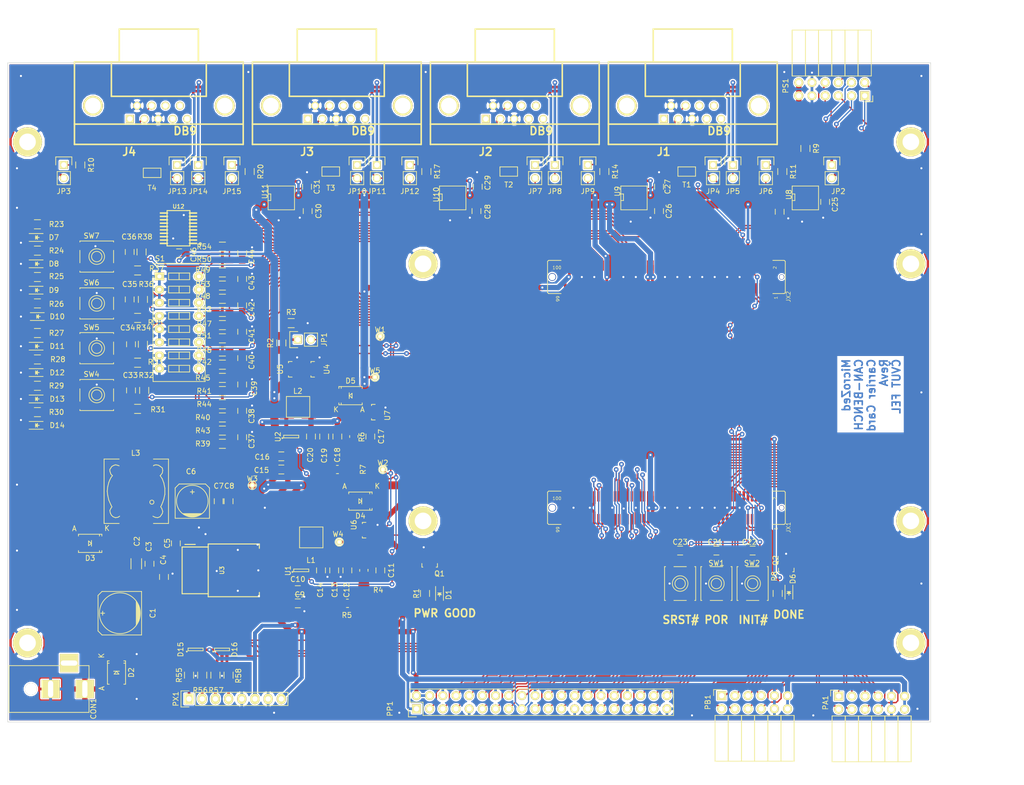
<source format=kicad_pcb>
(kicad_pcb (version 4) (host pcbnew 4.0.2-stable)

  (general
    (links 511)
    (no_connects 0)
    (area -179.624 -75.24 21.005715 77.630001)
    (thickness 1.5)
    (drawings 20)
    (tracks 3175)
    (zones 0)
    (modules 179)
    (nets 170)
  )

  (page A4)
  (title_block
    (title "MicroZed CAN Carrier Board")
    (rev A)
    (company "FEE CTU")
  )

  (layers
    (0 F.Cu signal)
    (31 B.Cu signal)
    (32 B.Adhes user)
    (33 F.Adhes user)
    (34 B.Paste user)
    (35 F.Paste user)
    (36 B.SilkS user)
    (37 F.SilkS user)
    (38 B.Mask user)
    (39 F.Mask user)
    (40 Dwgs.User user)
    (41 Cmts.User user)
    (42 Eco1.User user)
    (43 Eco2.User user)
    (44 Edge.Cuts user)
    (45 Margin user)
    (46 B.CrtYd user)
    (47 F.CrtYd user)
    (48 B.Fab user)
    (49 F.Fab user)
  )

  (setup
    (last_trace_width 0.254)
    (user_trace_width 0.254)
    (user_trace_width 0.508)
    (user_trace_width 0.762)
    (user_trace_width 1.016)
    (user_trace_width 1.27)
    (user_trace_width 1.524)
    (user_trace_width 2.54)
    (trace_clearance 0.254)
    (zone_clearance 0.254)
    (zone_45_only yes)
    (trace_min 0.254)
    (segment_width 0.2)
    (edge_width 0.1)
    (via_size 0.9144)
    (via_drill 0.4)
    (via_min_size 0.25)
    (via_min_drill 0.25)
    (uvia_size 0.3)
    (uvia_drill 0.1)
    (uvias_allowed no)
    (uvia_min_size 0)
    (uvia_min_drill 0)
    (pcb_text_width 0.3)
    (pcb_text_size 1.5 1.5)
    (mod_edge_width 0.15)
    (mod_text_size 1 1)
    (mod_text_width 0.15)
    (pad_size 8 2.41)
    (pad_drill 0)
    (pad_to_mask_clearance 0.1)
    (solder_mask_min_width 0.1)
    (aux_axis_origin -177.8 -63.5)
    (visible_elements FFFEFF7F)
    (pcbplotparams
      (layerselection 0x010e0_80000001)
      (usegerberextensions false)
      (excludeedgelayer true)
      (linewidth 0.100000)
      (plotframeref false)
      (viasonmask false)
      (mode 1)
      (useauxorigin true)
      (hpglpennumber 1)
      (hpglpenspeed 20)
      (hpglpendiameter 15)
      (hpglpenoverlay 2)
      (psnegative false)
      (psa4output false)
      (plotreference true)
      (plotvalue false)
      (plotinvisibletext false)
      (padsonsilk false)
      (subtractmaskfromsilk true)
      (outputformat 1)
      (mirror false)
      (drillshape 0)
      (scaleselection 1)
      (outputdirectory output/))
  )

  (net 0 "")
  (net 1 "/MicroHeader JX2/PG_MODULE")
  (net 2 GND)
  (net 3 "/MicroHeader JX1/CARRIER_SRST#")
  (net 4 +5V)
  (net 5 VCCIO_34)
  (net 6 "/MicroHeader JX1/FPGA_DONE")
  (net 7 "/MicroHeader JX2/VCCIO_EN")
  (net 8 VCCIO_35)
  (net 9 "/MicroHeader JX2/INIT#")
  (net 10 "Net-(D1-Pad2)")
  (net 11 /Power/VIN_24)
  (net 12 "Net-(D1-Pad1)")
  (net 13 "Net-(CON1-Pad1)")
  (net 14 "Net-(D6-Pad2)")
  (net 15 "Net-(D6-Pad1)")
  (net 16 "Net-(D7-Pad2)")
  (net 17 "Net-(D8-Pad2)")
  (net 18 "Net-(D9-Pad2)")
  (net 19 "Net-(D10-Pad2)")
  (net 20 "Net-(D11-Pad2)")
  (net 21 "Net-(D12-Pad2)")
  (net 22 "Net-(D13-Pad2)")
  (net 23 "Net-(R23-Pad2)")
  (net 24 "Net-(R31-Pad2)")
  (net 25 /Power/PWR_EN)
  (net 26 "/MicroHeader JX2/PS2")
  (net 27 "/MicroHeader JX2/PS4")
  (net 28 "/MicroHeader JX2/PS8")
  (net 29 "/MicroHeader JX2/PS10")
  (net 30 "/MicroHeader JX2/PS9")
  (net 31 "/MicroHeader JX2/PS7")
  (net 32 "/MicroHeader JX2/PS3")
  (net 33 "/MicroHeader JX2/PS1")
  (net 34 "Net-(L1-Pad1)")
  (net 35 "Net-(D14-Pad2)")
  (net 36 "Net-(JP1-Pad1)")
  (net 37 "Net-(L2-Pad1)")
  (net 38 "Net-(R24-Pad2)")
  (net 39 "Net-(R25-Pad2)")
  (net 40 "Net-(R26-Pad2)")
  (net 41 "Net-(R27-Pad2)")
  (net 42 "Net-(R28-Pad2)")
  (net 43 "Net-(R29-Pad2)")
  (net 44 "Net-(R30-Pad2)")
  (net 45 "Net-(R33-Pad2)")
  (net 46 "Net-(R35-Pad2)")
  (net 47 "Net-(R37-Pad2)")
  (net 48 "Net-(R43-Pad2)")
  (net 49 "Net-(R44-Pad2)")
  (net 50 "Net-(R45-Pad2)")
  (net 51 "Net-(R46-Pad2)")
  (net 52 "Net-(R47-Pad2)")
  (net 53 "Net-(R48-Pad2)")
  (net 54 "Net-(R49-Pad2)")
  (net 55 "Net-(R50-Pad2)")
  (net 56 "Net-(C4-Pad1)")
  (net 57 "Net-(C5-Pad1)")
  (net 58 "Net-(C5-Pad2)")
  (net 59 "Net-(C11-Pad2)")
  (net 60 "Net-(C17-Pad2)")
  (net 61 "Net-(JP6-Pad1)")
  (net 62 "Net-(JP9-Pad1)")
  (net 63 "Net-(JP12-Pad1)")
  (net 64 "Net-(JP15-Pad1)")
  (net 65 "Net-(JP2-Pad1)")
  (net 66 "Net-(JP3-Pad1)")
  (net 67 "/MicroHeader JX2/sheet5713CF9B/KEY1")
  (net 68 "/MicroHeader JX2/sheet5713CF9B/KEY2")
  (net 69 "/MicroHeader JX2/sheet5713CF9B/KEY3")
  (net 70 "/MicroHeader JX2/sheet5713CF9B/KEY4")
  (net 71 "/MicroHeader JX2/sheet5713CF9B/SW1")
  (net 72 "/MicroHeader JX2/sheet5713CF9B/SW2")
  (net 73 "/MicroHeader JX2/sheet5713CF9B/SW3")
  (net 74 "/MicroHeader JX2/sheet5713CF9B/SW4")
  (net 75 "/MicroHeader JX2/sheet5713CF9B/SW5")
  (net 76 "/MicroHeader JX2/sheet5713CF9B/SW6")
  (net 77 "/MicroHeader JX2/sheet5713CF9B/SW7")
  (net 78 "/MicroHeader JX2/sheet5713CF9B/SW8")
  (net 79 "/MicroHeader JX2/sheet5713CF9A/CAN 1/CONN_CAN-")
  (net 80 "/MicroHeader JX2/sheet5713CF9A/CAN 1/CONN_CAN+")
  (net 81 "/MicroHeader JX2/sheet5713CF9A/CAN 2/CONN_CAN-")
  (net 82 "/MicroHeader JX2/sheet5713CF9A/CAN 2/CONN_CAN+")
  (net 83 "/MicroHeader JX2/sheet5713CF9A/CAN 3/CONN_CAN-")
  (net 84 "/MicroHeader JX2/sheet5713CF9A/CAN 3/CONN_CAN+")
  (net 85 "/MicroHeader JX2/sheet5713CF9A/CAN 4/CONN_CAN-")
  (net 86 "/MicroHeader JX2/sheet5713CF9A/CAN 4/CONN_CAN+")
  (net 87 "/MicroHeader JX2/sheet5713CF9A/CAN 1/COM_CAN-")
  (net 88 "/MicroHeader JX2/sheet5713CF9A/CAN 1/CAN-")
  (net 89 "/MicroHeader JX2/sheet5713CF9A/CAN 1/CAN+")
  (net 90 "/MicroHeader JX2/sheet5713CF9A/CAN 1/COM_CAN+")
  (net 91 "/MicroHeader JX2/sheet5713CF9A/CAN 2/CAN-")
  (net 92 "/MicroHeader JX2/sheet5713CF9A/CAN 2/CAN+")
  (net 93 "/MicroHeader JX2/sheet5713CF9A/CAN 3/CAN-")
  (net 94 "/MicroHeader JX2/sheet5713CF9A/CAN 3/CAN+")
  (net 95 "/MicroHeader JX2/sheet5713CF9A/CAN 4/CAN-")
  (net 96 "/MicroHeader JX2/sheet5713CF9A/CAN 4/CAN+")
  (net 97 "/MicroHeader JX1/PP_GPIO2_SDA")
  (net 98 "/MicroHeader JX1/PP_GPIO3_SCL")
  (net 99 "/MicroHeader JX1/PP_GPIO4")
  (net 100 "/MicroHeader JX1/PP_GPIO17")
  (net 101 "/MicroHeader JX1/PP_GPIO27")
  (net 102 "/MicroHeader JX1/PP_GPIO22")
  (net 103 "/MicroHeader JX1/PP_GPIO10_MOSI")
  (net 104 "/MicroHeader JX1/PP_GPIO9_MISO")
  (net 105 "/MicroHeader JX1/PP_GPIO11_SCLK")
  (net 106 "/MicroHeader JX1/PP_ID_SD")
  (net 107 "/MicroHeader JX1/PP_GPIO5")
  (net 108 "/MicroHeader JX1/PP_GPIO6")
  (net 109 "/MicroHeader JX1/PP_GPIO13")
  (net 110 "/MicroHeader JX1/PP_GPIO19")
  (net 111 "/MicroHeader JX1/PP_GPIO26")
  (net 112 "/MicroHeader JX1/PP_GPIO21")
  (net 113 "/MicroHeader JX1/PP_GPIO20")
  (net 114 "/MicroHeader JX1/PP_GPIO16")
  (net 115 "/MicroHeader JX1/PP_GPIO12")
  (net 116 "/MicroHeader JX1/PP_ID_SC")
  (net 117 "/MicroHeader JX1/PP_GPIO7_CE1")
  (net 118 "/MicroHeader JX1/PP_GPIO8_CE0")
  (net 119 "/MicroHeader JX1/PP_GPIO25")
  (net 120 "/MicroHeader JX1/PP_GPIO24")
  (net 121 "/MicroHeader JX1/PP_GPIO23")
  (net 122 "/MicroHeader JX1/PP_GPIO18_PWM")
  (net 123 "/MicroHeader JX1/PP_GPIO15_RXD")
  (net 124 "/MicroHeader JX1/PP_GPIO14_TXD")
  (net 125 "/MicroHeader JX1/PX4")
  (net 126 "/MicroHeader JX1/PX3")
  (net 127 "/MicroHeader JX1/PX2")
  (net 128 "/MicroHeader JX1/PX1")
  (net 129 "/MicroHeader JX2/sheet5713CF9A/CAN_STBY")
  (net 130 "/MicroHeader JX2/sheet5713CF9A/CAN4_RXD")
  (net 131 "/MicroHeader JX2/sheet5713CF9A/CAN4_TXD")
  (net 132 "/MicroHeader JX2/sheet5713CF9A/CAN3_RXD")
  (net 133 "/MicroHeader JX2/sheet5713CF9A/CAN3_TXD")
  (net 134 "/MicroHeader JX2/sheet5713CF9A/CAN2_RXD")
  (net 135 "/MicroHeader JX2/sheet5713CF9A/CAN2_TXD")
  (net 136 "/MicroHeader JX2/sheet5713CF9A/CAN1_RXD")
  (net 137 "/MicroHeader JX2/sheet5713CF9A/CAN1_TXD")
  (net 138 "/MicroHeader JX2/sheet5713CF9B/LED8")
  (net 139 "/MicroHeader JX2/sheet5713CF9B/LED7")
  (net 140 "/MicroHeader JX2/sheet5713CF9B/LED6")
  (net 141 "/MicroHeader JX2/sheet5713CF9B/LED5")
  (net 142 "/MicroHeader JX2/sheet5713CF9B/LED4")
  (net 143 "/MicroHeader JX2/sheet5713CF9B/LED3")
  (net 144 "/MicroHeader JX2/sheet5713CF9B/LED2")
  (net 145 "/MicroHeader JX2/sheet5713CF9B/LED1")
  (net 146 "/MicroHeader JX1/CON_PX1")
  (net 147 "/MicroHeader JX1/CON_PX2")
  (net 148 "/MicroHeader JX1/CON_PX3")
  (net 149 "/MicroHeader JX1/CON_PX4")
  (net 150 "Net-(PX1-Pad1)")
  (net 151 "Net-(PX1-Pad2)")
  (net 152 "Net-(PX1-Pad3)")
  (net 153 "Net-(PX1-Pad4)")
  (net 154 "/MicroHeader JX1/PB7_8_P")
  (net 155 "/MicroHeader JX1/PB7_8_N")
  (net 156 "/MicroHeader JX1/PB1_2_P")
  (net 157 "/MicroHeader JX1/PB1_2_N")
  (net 158 "/MicroHeader JX1/PB3_4_P")
  (net 159 "/MicroHeader JX1/PB3_4_N")
  (net 160 "/MicroHeader JX1/PB9_10_P")
  (net 161 "/MicroHeader JX1/PB9_10_N")
  (net 162 "/MicroHeader JX1/PA9_10_N")
  (net 163 "/MicroHeader JX1/PA9_10_P")
  (net 164 "/MicroHeader JX1/PA7_8_N")
  (net 165 "/MicroHeader JX1/PA7_8_P")
  (net 166 "/MicroHeader JX1/PA3_4_N")
  (net 167 "/MicroHeader JX1/PA3_4_P")
  (net 168 "/MicroHeader JX1/PA1_2_N")
  (net 169 "/MicroHeader JX1/PA1_2_P")

  (net_class Default "This is the default net class."
    (clearance 0.254)
    (trace_width 0.254)
    (via_dia 0.9144)
    (via_drill 0.4)
    (uvia_dia 0.3)
    (uvia_drill 0.1)
    (add_net "/MicroHeader JX1/CARRIER_SRST#")
    (add_net "/MicroHeader JX1/CON_PX1")
    (add_net "/MicroHeader JX1/CON_PX2")
    (add_net "/MicroHeader JX1/CON_PX3")
    (add_net "/MicroHeader JX1/CON_PX4")
    (add_net "/MicroHeader JX1/FPGA_DONE")
    (add_net "/MicroHeader JX1/PA1_2_N")
    (add_net "/MicroHeader JX1/PA1_2_P")
    (add_net "/MicroHeader JX1/PA3_4_N")
    (add_net "/MicroHeader JX1/PA3_4_P")
    (add_net "/MicroHeader JX1/PA7_8_N")
    (add_net "/MicroHeader JX1/PA7_8_P")
    (add_net "/MicroHeader JX1/PA9_10_N")
    (add_net "/MicroHeader JX1/PA9_10_P")
    (add_net "/MicroHeader JX1/PB1_2_N")
    (add_net "/MicroHeader JX1/PB1_2_P")
    (add_net "/MicroHeader JX1/PB3_4_N")
    (add_net "/MicroHeader JX1/PB3_4_P")
    (add_net "/MicroHeader JX1/PB7_8_N")
    (add_net "/MicroHeader JX1/PB7_8_P")
    (add_net "/MicroHeader JX1/PB9_10_N")
    (add_net "/MicroHeader JX1/PB9_10_P")
    (add_net "/MicroHeader JX1/PP_GPIO10_MOSI")
    (add_net "/MicroHeader JX1/PP_GPIO11_SCLK")
    (add_net "/MicroHeader JX1/PP_GPIO12")
    (add_net "/MicroHeader JX1/PP_GPIO13")
    (add_net "/MicroHeader JX1/PP_GPIO14_TXD")
    (add_net "/MicroHeader JX1/PP_GPIO15_RXD")
    (add_net "/MicroHeader JX1/PP_GPIO16")
    (add_net "/MicroHeader JX1/PP_GPIO17")
    (add_net "/MicroHeader JX1/PP_GPIO18_PWM")
    (add_net "/MicroHeader JX1/PP_GPIO19")
    (add_net "/MicroHeader JX1/PP_GPIO20")
    (add_net "/MicroHeader JX1/PP_GPIO21")
    (add_net "/MicroHeader JX1/PP_GPIO22")
    (add_net "/MicroHeader JX1/PP_GPIO23")
    (add_net "/MicroHeader JX1/PP_GPIO24")
    (add_net "/MicroHeader JX1/PP_GPIO25")
    (add_net "/MicroHeader JX1/PP_GPIO26")
    (add_net "/MicroHeader JX1/PP_GPIO27")
    (add_net "/MicroHeader JX1/PP_GPIO2_SDA")
    (add_net "/MicroHeader JX1/PP_GPIO3_SCL")
    (add_net "/MicroHeader JX1/PP_GPIO4")
    (add_net "/MicroHeader JX1/PP_GPIO5")
    (add_net "/MicroHeader JX1/PP_GPIO6")
    (add_net "/MicroHeader JX1/PP_GPIO7_CE1")
    (add_net "/MicroHeader JX1/PP_GPIO8_CE0")
    (add_net "/MicroHeader JX1/PP_GPIO9_MISO")
    (add_net "/MicroHeader JX1/PP_ID_SC")
    (add_net "/MicroHeader JX1/PP_ID_SD")
    (add_net "/MicroHeader JX1/PX1")
    (add_net "/MicroHeader JX1/PX2")
    (add_net "/MicroHeader JX1/PX3")
    (add_net "/MicroHeader JX1/PX4")
    (add_net "/MicroHeader JX2/INIT#")
    (add_net "/MicroHeader JX2/PG_MODULE")
    (add_net "/MicroHeader JX2/PS1")
    (add_net "/MicroHeader JX2/PS10")
    (add_net "/MicroHeader JX2/PS2")
    (add_net "/MicroHeader JX2/PS3")
    (add_net "/MicroHeader JX2/PS4")
    (add_net "/MicroHeader JX2/PS7")
    (add_net "/MicroHeader JX2/PS8")
    (add_net "/MicroHeader JX2/PS9")
    (add_net "/MicroHeader JX2/VCCIO_EN")
    (add_net "/MicroHeader JX2/sheet5713CF9A/CAN 1/CAN+")
    (add_net "/MicroHeader JX2/sheet5713CF9A/CAN 1/CAN-")
    (add_net "/MicroHeader JX2/sheet5713CF9A/CAN 1/CONN_CAN+")
    (add_net "/MicroHeader JX2/sheet5713CF9A/CAN 1/CONN_CAN-")
    (add_net "/MicroHeader JX2/sheet5713CF9A/CAN 2/CAN+")
    (add_net "/MicroHeader JX2/sheet5713CF9A/CAN 2/CAN-")
    (add_net "/MicroHeader JX2/sheet5713CF9A/CAN 2/CONN_CAN+")
    (add_net "/MicroHeader JX2/sheet5713CF9A/CAN 2/CONN_CAN-")
    (add_net "/MicroHeader JX2/sheet5713CF9A/CAN 3/CAN+")
    (add_net "/MicroHeader JX2/sheet5713CF9A/CAN 3/CAN-")
    (add_net "/MicroHeader JX2/sheet5713CF9A/CAN 3/CONN_CAN+")
    (add_net "/MicroHeader JX2/sheet5713CF9A/CAN 3/CONN_CAN-")
    (add_net "/MicroHeader JX2/sheet5713CF9A/CAN 4/CAN+")
    (add_net "/MicroHeader JX2/sheet5713CF9A/CAN 4/CAN-")
    (add_net "/MicroHeader JX2/sheet5713CF9A/CAN 4/CONN_CAN+")
    (add_net "/MicroHeader JX2/sheet5713CF9A/CAN 4/CONN_CAN-")
    (add_net "/MicroHeader JX2/sheet5713CF9A/CAN1_RXD")
    (add_net "/MicroHeader JX2/sheet5713CF9A/CAN1_TXD")
    (add_net "/MicroHeader JX2/sheet5713CF9A/CAN2_RXD")
    (add_net "/MicroHeader JX2/sheet5713CF9A/CAN2_TXD")
    (add_net "/MicroHeader JX2/sheet5713CF9A/CAN3_RXD")
    (add_net "/MicroHeader JX2/sheet5713CF9A/CAN3_TXD")
    (add_net "/MicroHeader JX2/sheet5713CF9A/CAN4_RXD")
    (add_net "/MicroHeader JX2/sheet5713CF9A/CAN4_TXD")
    (add_net "/MicroHeader JX2/sheet5713CF9A/CAN_STBY")
    (add_net "/MicroHeader JX2/sheet5713CF9B/KEY1")
    (add_net "/MicroHeader JX2/sheet5713CF9B/KEY2")
    (add_net "/MicroHeader JX2/sheet5713CF9B/KEY3")
    (add_net "/MicroHeader JX2/sheet5713CF9B/KEY4")
    (add_net "/MicroHeader JX2/sheet5713CF9B/LED1")
    (add_net "/MicroHeader JX2/sheet5713CF9B/LED2")
    (add_net "/MicroHeader JX2/sheet5713CF9B/LED3")
    (add_net "/MicroHeader JX2/sheet5713CF9B/LED4")
    (add_net "/MicroHeader JX2/sheet5713CF9B/LED5")
    (add_net "/MicroHeader JX2/sheet5713CF9B/LED6")
    (add_net "/MicroHeader JX2/sheet5713CF9B/LED7")
    (add_net "/MicroHeader JX2/sheet5713CF9B/LED8")
    (add_net "/MicroHeader JX2/sheet5713CF9B/SW1")
    (add_net "/MicroHeader JX2/sheet5713CF9B/SW2")
    (add_net "/MicroHeader JX2/sheet5713CF9B/SW3")
    (add_net "/MicroHeader JX2/sheet5713CF9B/SW4")
    (add_net "/MicroHeader JX2/sheet5713CF9B/SW5")
    (add_net "/MicroHeader JX2/sheet5713CF9B/SW6")
    (add_net "/MicroHeader JX2/sheet5713CF9B/SW7")
    (add_net "/MicroHeader JX2/sheet5713CF9B/SW8")
    (add_net /Power/PWR_EN)
    (add_net "Net-(C11-Pad2)")
    (add_net "Net-(C17-Pad2)")
    (add_net "Net-(C4-Pad1)")
    (add_net "Net-(C5-Pad2)")
    (add_net "Net-(D1-Pad1)")
    (add_net "Net-(D1-Pad2)")
    (add_net "Net-(D10-Pad2)")
    (add_net "Net-(D11-Pad2)")
    (add_net "Net-(D12-Pad2)")
    (add_net "Net-(D13-Pad2)")
    (add_net "Net-(D14-Pad2)")
    (add_net "Net-(D6-Pad1)")
    (add_net "Net-(D6-Pad2)")
    (add_net "Net-(D7-Pad2)")
    (add_net "Net-(D8-Pad2)")
    (add_net "Net-(D9-Pad2)")
    (add_net "Net-(JP1-Pad1)")
    (add_net "Net-(JP12-Pad1)")
    (add_net "Net-(JP15-Pad1)")
    (add_net "Net-(JP2-Pad1)")
    (add_net "Net-(JP3-Pad1)")
    (add_net "Net-(JP6-Pad1)")
    (add_net "Net-(JP9-Pad1)")
    (add_net "Net-(PX1-Pad1)")
    (add_net "Net-(PX1-Pad2)")
    (add_net "Net-(PX1-Pad3)")
    (add_net "Net-(PX1-Pad4)")
    (add_net "Net-(R23-Pad2)")
    (add_net "Net-(R24-Pad2)")
    (add_net "Net-(R25-Pad2)")
    (add_net "Net-(R26-Pad2)")
    (add_net "Net-(R27-Pad2)")
    (add_net "Net-(R28-Pad2)")
    (add_net "Net-(R29-Pad2)")
    (add_net "Net-(R30-Pad2)")
    (add_net "Net-(R31-Pad2)")
    (add_net "Net-(R33-Pad2)")
    (add_net "Net-(R35-Pad2)")
    (add_net "Net-(R37-Pad2)")
    (add_net "Net-(R43-Pad2)")
    (add_net "Net-(R44-Pad2)")
    (add_net "Net-(R45-Pad2)")
    (add_net "Net-(R46-Pad2)")
    (add_net "Net-(R47-Pad2)")
    (add_net "Net-(R48-Pad2)")
    (add_net "Net-(R49-Pad2)")
    (add_net "Net-(R50-Pad2)")
  )

  (net_class COM_CAN ""
    (clearance 0.254)
    (trace_width 0.508)
    (via_dia 0.9144)
    (via_drill 0.4)
    (uvia_dia 0.3)
    (uvia_drill 0.1)
    (add_net "/MicroHeader JX2/sheet5713CF9A/CAN 1/COM_CAN+")
    (add_net "/MicroHeader JX2/sheet5713CF9A/CAN 1/COM_CAN-")
  )

  (net_class Power ""
    (clearance 0.254)
    (trace_width 0.508)
    (via_dia 0.9144)
    (via_drill 0.4)
    (uvia_dia 0.3)
    (uvia_drill 0.1)
    (add_net GND)
    (add_net "Net-(C5-Pad1)")
    (add_net "Net-(L1-Pad1)")
    (add_net "Net-(L2-Pad1)")
    (add_net VCCIO_34)
  )

  (net_class "Power Strong" ""
    (clearance 0.254)
    (trace_width 1.016)
    (via_dia 0.9144)
    (via_drill 0.4)
    (uvia_dia 0.3)
    (uvia_drill 0.1)
    (add_net +5V)
    (add_net VCCIO_35)
  )

  (net_class "Power Xtra Strong" ""
    (clearance 0.254)
    (trace_width 2.54)
    (via_dia 0.9144)
    (via_drill 0.4)
    (uvia_dia 0.3)
    (uvia_drill 0.1)
    (add_net /Power/VIN_24)
    (add_net "Net-(CON1-Pad1)")
  )

  (module footprints:PMOD_Angled (layer F.Cu) (tedit 571642A2) (tstamp 57166248)
    (at -17.715 58.52)
    (descr "Through hole socket strip")
    (tags "socket strip")
    (path /56EC0B74/57134C13)
    (fp_text reference PA1 (at -2.54 1.27 90) (layer F.SilkS)
      (effects (font (size 1 1) (thickness 0.15)))
    )
    (fp_text value PMOD (at 0 -2.6) (layer F.Fab)
      (effects (font (size 1 1) (thickness 0.15)))
    )
    (fp_line (start -1.75 -1.35) (end -1.75 13.15) (layer F.CrtYd) (width 0.05))
    (fp_line (start 14.45 -1.35) (end 14.45 13.15) (layer F.CrtYd) (width 0.05))
    (fp_line (start -1.75 -1.35) (end 14.45 -1.35) (layer F.CrtYd) (width 0.05))
    (fp_line (start -1.75 13.15) (end 14.45 13.15) (layer F.CrtYd) (width 0.05))
    (fp_line (start 13.97 12.64) (end 13.97 3.81) (layer F.SilkS) (width 0.15))
    (fp_line (start 11.43 12.64) (end 13.97 12.64) (layer F.SilkS) (width 0.15))
    (fp_line (start 11.43 3.81) (end 13.97 3.81) (layer F.SilkS) (width 0.15))
    (fp_line (start 13.97 3.81) (end 13.97 12.64) (layer F.SilkS) (width 0.15))
    (fp_line (start 11.43 3.81) (end 11.43 12.64) (layer F.SilkS) (width 0.15))
    (fp_line (start 8.89 3.81) (end 11.43 3.81) (layer F.SilkS) (width 0.15))
    (fp_line (start 8.89 12.64) (end 11.43 12.64) (layer F.SilkS) (width 0.15))
    (fp_line (start 11.43 12.64) (end 11.43 3.81) (layer F.SilkS) (width 0.15))
    (fp_line (start 8.89 12.64) (end 8.89 3.81) (layer F.SilkS) (width 0.15))
    (fp_line (start 6.35 12.64) (end 8.89 12.64) (layer F.SilkS) (width 0.15))
    (fp_line (start 6.35 3.81) (end 8.89 3.81) (layer F.SilkS) (width 0.15))
    (fp_line (start 8.89 3.81) (end 8.89 12.64) (layer F.SilkS) (width 0.15))
    (fp_line (start 6.35 3.81) (end 6.35 12.64) (layer F.SilkS) (width 0.15))
    (fp_line (start 3.81 3.81) (end 6.35 3.81) (layer F.SilkS) (width 0.15))
    (fp_line (start 3.81 12.64) (end 6.35 12.64) (layer F.SilkS) (width 0.15))
    (fp_line (start 6.35 12.64) (end 6.35 3.81) (layer F.SilkS) (width 0.15))
    (fp_line (start 3.81 12.64) (end 3.81 3.81) (layer F.SilkS) (width 0.15))
    (fp_line (start 1.27 12.64) (end 3.81 12.64) (layer F.SilkS) (width 0.15))
    (fp_line (start 1.27 3.81) (end 3.81 3.81) (layer F.SilkS) (width 0.15))
    (fp_line (start 3.81 3.81) (end 3.81 12.64) (layer F.SilkS) (width 0.15))
    (fp_line (start 1.27 3.81) (end 1.27 12.64) (layer F.SilkS) (width 0.15))
    (fp_line (start -1.27 3.81) (end 1.27 3.81) (layer F.SilkS) (width 0.15))
    (fp_line (start 0 -1.15) (end -1.55 -1.15) (layer F.SilkS) (width 0.15))
    (fp_line (start -1.55 -1.15) (end -1.55 0) (layer F.SilkS) (width 0.15))
    (fp_line (start -1.27 3.81) (end -1.27 12.64) (layer F.SilkS) (width 0.15))
    (fp_line (start -1.27 12.64) (end 1.27 12.64) (layer F.SilkS) (width 0.15))
    (fp_line (start 1.27 12.64) (end 1.27 3.81) (layer F.SilkS) (width 0.15))
    (pad 1 thru_hole rect (at 0 0) (size 1.7272 1.7272) (drill 1.016) (layers *.Cu *.Mask F.SilkS)
      (net 169 "/MicroHeader JX1/PA1_2_P"))
    (pad 7 thru_hole oval (at 0 2.54) (size 1.7272 1.7272) (drill 1.016) (layers *.Cu *.Mask F.SilkS)
      (net 165 "/MicroHeader JX1/PA7_8_P"))
    (pad 2 thru_hole oval (at 2.54 0) (size 1.7272 1.7272) (drill 1.016) (layers *.Cu *.Mask F.SilkS)
      (net 168 "/MicroHeader JX1/PA1_2_N"))
    (pad 8 thru_hole oval (at 2.54 2.54) (size 1.7272 1.7272) (drill 1.016) (layers *.Cu *.Mask F.SilkS)
      (net 164 "/MicroHeader JX1/PA7_8_N"))
    (pad 3 thru_hole oval (at 5.08 0) (size 1.7272 1.7272) (drill 1.016) (layers *.Cu *.Mask F.SilkS)
      (net 167 "/MicroHeader JX1/PA3_4_P"))
    (pad 9 thru_hole oval (at 5.08 2.54) (size 1.7272 1.7272) (drill 1.016) (layers *.Cu *.Mask F.SilkS)
      (net 163 "/MicroHeader JX1/PA9_10_P"))
    (pad 4 thru_hole oval (at 7.62 0) (size 1.7272 1.7272) (drill 1.016) (layers *.Cu *.Mask F.SilkS)
      (net 166 "/MicroHeader JX1/PA3_4_N"))
    (pad 10 thru_hole oval (at 7.62 2.54) (size 1.7272 1.7272) (drill 1.016) (layers *.Cu *.Mask F.SilkS)
      (net 162 "/MicroHeader JX1/PA9_10_N"))
    (pad 5 thru_hole oval (at 10.16 0) (size 1.7272 1.7272) (drill 1.016) (layers *.Cu *.Mask F.SilkS)
      (net 2 GND))
    (pad 11 thru_hole oval (at 10.16 2.54) (size 1.7272 1.7272) (drill 1.016) (layers *.Cu *.Mask F.SilkS)
      (net 2 GND))
    (pad 6 thru_hole oval (at 12.7 0) (size 1.7272 1.7272) (drill 1.016) (layers *.Cu *.Mask F.SilkS)
      (net 5 VCCIO_34))
    (pad 12 thru_hole oval (at 12.7 2.54) (size 1.7272 1.7272) (drill 1.016) (layers *.Cu *.Mask F.SilkS)
      (net 5 VCCIO_34))
    (model Socket_Strips.3dshapes/Socket_Strip_Angled_2x06.wrl
      (at (xyz 0.25 -0.05 0))
      (scale (xyz 1 1 1))
      (rotate (xyz 0 0 180))
    )
  )

  (module footprints:TO-263-7-TEXAS (layer F.Cu) (tedit 5717432B) (tstamp 570B58A1)
    (at -136.525 34.29 270)
    (path /56E8FE78/570B4386)
    (attr smd)
    (fp_text reference U3 (at 0 0 270) (layer F.SilkS)
      (effects (font (size 0.8 0.8) (thickness 0.15)))
    )
    (fp_text value LM2676S-5.0 (at 0 0 270) (layer F.Fab)
      (effects (font (size 0.8 0.8) (thickness 0.15)))
    )
    (fp_line (start 4.25 -7.45) (end 4.25 -8.5) (layer F.CrtYd) (width 0.2))
    (fp_line (start 4.25 -8.5) (end -4.25 -8.5) (layer F.CrtYd) (width 0.2))
    (fp_line (start -4.25 -8.5) (end -4.25 -7.45) (layer F.CrtYd) (width 0.2))
    (fp_line (start 4.25 -7.45) (end 5.33 -7.45) (layer F.CrtYd) (width 0.2))
    (fp_line (start -5.33 -7.45) (end -4.25 -7.45) (layer F.CrtYd) (width 0.2))
    (fp_line (start 4.25 -7.2) (end 5.08 -7.2) (layer F.SilkS) (width 0.2))
    (fp_line (start -5 7.15) (end -5 5.15) (layer F.SilkS) (width 0.2))
    (fp_line (start -4.5 2.65) (end -4.5 7.68) (layer F.SilkS) (width 0.2))
    (fp_line (start -4.5 7.68) (end 4.5 7.68) (layer F.SilkS) (width 0.2))
    (fp_line (start 4.5 7.68) (end 4.5 2.65) (layer F.SilkS) (width 0.2))
    (fp_line (start 5.08 -7.2) (end 5.08 2.65) (layer F.SilkS) (width 0.2))
    (fp_line (start 5.08 2.65) (end -5.08 2.65) (layer F.SilkS) (width 0.2))
    (fp_line (start -5.08 2.65) (end -5.08 -7.2) (layer F.SilkS) (width 0.2))
    (fp_line (start -5.08 -7.2) (end -4.25 -7.2) (layer F.SilkS) (width 0.2))
    (fp_line (start 5.33 -7.45) (end 5.33 7.68) (layer F.CrtYd) (width 0.2))
    (fp_line (start 5.33 7.68) (end -5.33 7.68) (layer F.CrtYd) (width 0.2))
    (fp_line (start -5.33 7.68) (end -5.33 -7.45) (layer F.CrtYd) (width 0.2))
    (fp_line (start -5.08 -7.2) (end 5.08 -7.2) (layer F.Fab) (width 0.2))
    (fp_line (start 5.08 -7.2) (end 5.08 2.65) (layer F.Fab) (width 0.2))
    (fp_line (start 5.08 2.65) (end -5.08 2.65) (layer F.Fab) (width 0.2))
    (fp_line (start -5.08 2.65) (end -5.08 -7.2) (layer F.Fab) (width 0.2))
    (pad 4 smd rect (at 0 -3 270) (size 5.59 6.35) (layers F.Cu F.Paste F.Mask)
      (net 2 GND))
    (pad 1 smd rect (at -3.81 6.225 270) (size 0.91 2.41) (layers F.Cu F.Paste F.Mask)
      (net 57 "Net-(C5-Pad1)"))
    (pad 2 smd rect (at -2.54 6.225 270) (size 0.91 2.41) (layers F.Cu F.Paste F.Mask)
      (net 11 /Power/VIN_24))
    (pad 3 smd rect (at -1.27 6.225 270) (size 0.91 2.41) (layers F.Cu F.Paste F.Mask)
      (net 58 "Net-(C5-Pad2)"))
    (pad 4 smd rect (at 0 6.225 270) (size 0.91 2.41) (layers F.Cu F.Paste F.Mask)
      (net 2 GND))
    (pad 5 smd rect (at 1.27 6.225 270) (size 0.91 2.41) (layers F.Cu F.Paste F.Mask))
    (pad 6 smd rect (at 2.54 6.225 270) (size 0.91 2.41) (layers F.Cu F.Paste F.Mask)
      (net 4 +5V))
    (pad 7 smd rect (at 3.81 6.225 270) (size 0.91 2.41) (layers F.Cu F.Paste F.Mask)
      (net 56 "Net-(C4-Pad1)"))
    (pad 4 smd rect (at 0 -7 270) (size 8 2.41) (layers F.Cu F.Paste F.Mask)
      (net 2 GND))
    (model smd_trans/d2-pak-7.wrl
      (at (xyz 0 0 0))
      (scale (xyz 1 1 1))
      (rotate (xyz 0 0 0))
    )
  )

  (module Capacitors_SMD:C_0805_HandSoldering (layer F.Cu) (tedit 541A9B8D) (tstamp 5704428C)
    (at -132.635 3.556 90)
    (descr "Capacitor SMD 0805, hand soldering")
    (tags "capacitor 0805")
    (path /56EC20E2/5713D01F/57035AC6)
    (attr smd)
    (fp_text reference C38 (at -1.016 1.825 90) (layer F.SilkS)
      (effects (font (size 1 1) (thickness 0.15)))
    )
    (fp_text value 10n (at 0 2.1 90) (layer F.Fab)
      (effects (font (size 1 1) (thickness 0.15)))
    )
    (fp_line (start -2.3 -1) (end 2.3 -1) (layer F.CrtYd) (width 0.05))
    (fp_line (start -2.3 1) (end 2.3 1) (layer F.CrtYd) (width 0.05))
    (fp_line (start -2.3 -1) (end -2.3 1) (layer F.CrtYd) (width 0.05))
    (fp_line (start 2.3 -1) (end 2.3 1) (layer F.CrtYd) (width 0.05))
    (fp_line (start 0.5 -0.85) (end -0.5 -0.85) (layer F.SilkS) (width 0.15))
    (fp_line (start -0.5 0.85) (end 0.5 0.85) (layer F.SilkS) (width 0.15))
    (pad 1 smd rect (at -1.25 0 90) (size 1.5 1.25) (layers F.Cu F.Paste F.Mask)
      (net 72 "/MicroHeader JX2/sheet5713CF9B/SW2"))
    (pad 2 smd rect (at 1.25 0 90) (size 1.5 1.25) (layers F.Cu F.Paste F.Mask)
      (net 2 GND))
    (model Capacitors_SMD.3dshapes/C_0805_HandSoldering.wrl
      (at (xyz 0 0 0))
      (scale (xyz 1 1 1))
      (rotate (xyz 0 0 0))
    )
  )

  (module Buttons_Switches_SMD:SW_SPST_EVQP0 (layer F.Cu) (tedit 55DAF695) (tstamp 5704457C)
    (at -160.655 -26.162)
    (descr "Light Touch Switch")
    (path /56EC20E2/5713D01F/570630C2)
    (attr smd)
    (fp_text reference SW7 (at -1 -4) (layer F.SilkS)
      (effects (font (size 1 1) (thickness 0.15)))
    )
    (fp_text value SW_PUSH (at 0 0) (layer F.Fab)
      (effects (font (size 1 1) (thickness 0.15)))
    )
    (fp_line (start -5.25 -3.25) (end 5.25 -3.25) (layer F.CrtYd) (width 0.05))
    (fp_line (start 5.25 -3.25) (end 5.25 3.25) (layer F.CrtYd) (width 0.05))
    (fp_line (start 5.25 3.25) (end -5.25 3.25) (layer F.CrtYd) (width 0.05))
    (fp_line (start -5.25 3.25) (end -5.25 -3.25) (layer F.CrtYd) (width 0.05))
    (fp_line (start 3.25 -3) (end 3.25 -2.8) (layer F.SilkS) (width 0.15))
    (fp_line (start 3.25 3) (end 3.25 2.8) (layer F.SilkS) (width 0.15))
    (fp_line (start -3.25 3) (end -3.25 2.8) (layer F.SilkS) (width 0.15))
    (fp_line (start -3.25 -3) (end -3.25 -2.8) (layer F.SilkS) (width 0.15))
    (fp_line (start -3.25 -1.2) (end -3.25 1.2) (layer F.SilkS) (width 0.15))
    (fp_line (start 3.25 -1.2) (end 3.25 1.2) (layer F.SilkS) (width 0.15))
    (fp_line (start 3.25 -3) (end -3.25 -3) (layer F.SilkS) (width 0.15))
    (fp_line (start -3.25 3) (end 3.25 3) (layer F.SilkS) (width 0.15))
    (fp_circle (center 0 0) (end 1 0) (layer F.SilkS) (width 0.15))
    (fp_circle (center 0 0) (end 1.5 0) (layer F.SilkS) (width 0.15))
    (pad 1 smd rect (at 3.4 -2) (size 3.2 1) (layers F.Cu F.Paste F.Mask)
      (net 2 GND))
    (pad 1 smd rect (at -3.4 -2) (size 3.2 1) (layers F.Cu F.Paste F.Mask)
      (net 2 GND))
    (pad 2 smd rect (at -3.4 2) (size 3.2 1) (layers F.Cu F.Paste F.Mask)
      (net 47 "Net-(R37-Pad2)"))
    (pad 2 smd rect (at 3.4 2) (size 3.2 1) (layers F.Cu F.Paste F.Mask)
      (net 47 "Net-(R37-Pad2)"))
  )

  (module Resistors_SMD:R_0805_HandSoldering (layer F.Cu) (tedit 54189DEE) (tstamp 570444FC)
    (at -152.781 -23.495 180)
    (descr "Resistor SMD 0805, hand soldering")
    (tags "resistor 0805")
    (path /56EC20E2/5713D01F/570630AF)
    (attr smd)
    (fp_text reference R37 (at -3.683 0.381 180) (layer F.SilkS)
      (effects (font (size 1 1) (thickness 0.15)))
    )
    (fp_text value 100R (at 0 2.1 180) (layer F.Fab)
      (effects (font (size 1 1) (thickness 0.15)))
    )
    (fp_line (start -2.4 -1) (end 2.4 -1) (layer F.CrtYd) (width 0.05))
    (fp_line (start -2.4 1) (end 2.4 1) (layer F.CrtYd) (width 0.05))
    (fp_line (start -2.4 -1) (end -2.4 1) (layer F.CrtYd) (width 0.05))
    (fp_line (start 2.4 -1) (end 2.4 1) (layer F.CrtYd) (width 0.05))
    (fp_line (start 0.6 0.875) (end -0.6 0.875) (layer F.SilkS) (width 0.15))
    (fp_line (start -0.6 -0.875) (end 0.6 -0.875) (layer F.SilkS) (width 0.15))
    (pad 1 smd rect (at -1.35 0 180) (size 1.5 1.3) (layers F.Cu F.Paste F.Mask)
      (net 70 "/MicroHeader JX2/sheet5713CF9B/KEY4"))
    (pad 2 smd rect (at 1.35 0 180) (size 1.5 1.3) (layers F.Cu F.Paste F.Mask)
      (net 47 "Net-(R37-Pad2)"))
    (model Resistors_SMD.3dshapes/R_0805_HandSoldering.wrl
      (at (xyz 0 0 0))
      (scale (xyz 1 1 1))
      (rotate (xyz 0 0 0))
    )
  )

  (module Capacitors_SMD:C_0805_HandSoldering (layer F.Cu) (tedit 541A9B8D) (tstamp 5709144A)
    (at -34.29 30.48 180)
    (descr "Capacitor SMD 0805, hand soldering")
    (tags "capacitor 0805")
    (path /57114B2C)
    (attr smd)
    (fp_text reference C22 (at 0.635 1.651 180) (layer F.SilkS)
      (effects (font (size 1 1) (thickness 0.15)))
    )
    (fp_text value 10n (at 0 2.1 180) (layer F.Fab)
      (effects (font (size 1 1) (thickness 0.15)))
    )
    (fp_line (start -2.3 -1) (end 2.3 -1) (layer F.CrtYd) (width 0.05))
    (fp_line (start -2.3 1) (end 2.3 1) (layer F.CrtYd) (width 0.05))
    (fp_line (start -2.3 -1) (end -2.3 1) (layer F.CrtYd) (width 0.05))
    (fp_line (start 2.3 -1) (end 2.3 1) (layer F.CrtYd) (width 0.05))
    (fp_line (start 0.5 -0.85) (end -0.5 -0.85) (layer F.SilkS) (width 0.15))
    (fp_line (start -0.5 0.85) (end 0.5 0.85) (layer F.SilkS) (width 0.15))
    (pad 1 smd rect (at -1.25 0 180) (size 1.5 1.25) (layers F.Cu F.Paste F.Mask)
      (net 9 "/MicroHeader JX2/INIT#"))
    (pad 2 smd rect (at 1.25 0 180) (size 1.5 1.25) (layers F.Cu F.Paste F.Mask)
      (net 2 GND))
    (model Capacitors_SMD.3dshapes/C_0805_HandSoldering.wrl
      (at (xyz 0 0 0))
      (scale (xyz 1 1 1))
      (rotate (xyz 0 0 0))
    )
  )

  (module Capacitors_SMD:C_0805_HandSoldering (layer F.Cu) (tedit 541A9B8D) (tstamp 570ED5CC)
    (at -48.26 30.48 180)
    (descr "Capacitor SMD 0805, hand soldering")
    (tags "capacitor 0805")
    (path /56EC0B74/57134D75)
    (attr smd)
    (fp_text reference C23 (at 0 1.651 180) (layer F.SilkS)
      (effects (font (size 1 1) (thickness 0.15)))
    )
    (fp_text value 10n (at 0 2.1 180) (layer F.Fab)
      (effects (font (size 1 1) (thickness 0.15)))
    )
    (fp_line (start -2.3 -1) (end 2.3 -1) (layer F.CrtYd) (width 0.05))
    (fp_line (start -2.3 1) (end 2.3 1) (layer F.CrtYd) (width 0.05))
    (fp_line (start -2.3 -1) (end -2.3 1) (layer F.CrtYd) (width 0.05))
    (fp_line (start 2.3 -1) (end 2.3 1) (layer F.CrtYd) (width 0.05))
    (fp_line (start 0.5 -0.85) (end -0.5 -0.85) (layer F.SilkS) (width 0.15))
    (fp_line (start -0.5 0.85) (end 0.5 0.85) (layer F.SilkS) (width 0.15))
    (pad 1 smd rect (at -1.25 0 180) (size 1.5 1.25) (layers F.Cu F.Paste F.Mask)
      (net 3 "/MicroHeader JX1/CARRIER_SRST#"))
    (pad 2 smd rect (at 1.25 0 180) (size 1.5 1.25) (layers F.Cu F.Paste F.Mask)
      (net 2 GND))
    (model Capacitors_SMD.3dshapes/C_0805_HandSoldering.wrl
      (at (xyz 0 0 0))
      (scale (xyz 1 1 1))
      (rotate (xyz 0 0 0))
    )
  )

  (module TO_SOT_Packages_SMD:SOT-23-6 (layer F.Cu) (tedit 53DE8DE3) (tstamp 571757B6)
    (at -136.525 49.53 90)
    (descr "6-pin SOT-23 package")
    (tags SOT-23-6)
    (path /56EC0B74/571867C6)
    (attr smd)
    (fp_text reference D16 (at 0 2.413 90) (layer F.SilkS)
      (effects (font (size 1 1) (thickness 0.15)))
    )
    (fp_text value USBLC6-2SC6 (at 0 2.9 90) (layer F.Fab)
      (effects (font (size 1 1) (thickness 0.15)))
    )
    (fp_circle (center -0.4 -1.7) (end -0.3 -1.7) (layer F.SilkS) (width 0.15))
    (fp_line (start 0.25 -1.45) (end -0.25 -1.45) (layer F.SilkS) (width 0.15))
    (fp_line (start 0.25 1.45) (end 0.25 -1.45) (layer F.SilkS) (width 0.15))
    (fp_line (start -0.25 1.45) (end 0.25 1.45) (layer F.SilkS) (width 0.15))
    (fp_line (start -0.25 -1.45) (end -0.25 1.45) (layer F.SilkS) (width 0.15))
    (pad 1 smd rect (at -1.1 -0.95 90) (size 1.06 0.65) (layers F.Cu F.Paste F.Mask)
      (net 148 "/MicroHeader JX1/CON_PX3"))
    (pad 2 smd rect (at -1.1 0 90) (size 1.06 0.65) (layers F.Cu F.Paste F.Mask)
      (net 2 GND))
    (pad 3 smd rect (at -1.1 0.95 90) (size 1.06 0.65) (layers F.Cu F.Paste F.Mask)
      (net 149 "/MicroHeader JX1/CON_PX4"))
    (pad 4 smd rect (at 1.1 0.95 90) (size 1.06 0.65) (layers F.Cu F.Paste F.Mask)
      (net 125 "/MicroHeader JX1/PX4"))
    (pad 6 smd rect (at 1.1 -0.95 90) (size 1.06 0.65) (layers F.Cu F.Paste F.Mask)
      (net 126 "/MicroHeader JX1/PX3"))
    (pad 5 smd rect (at 1.1 0 90) (size 1.06 0.65) (layers F.Cu F.Paste F.Mask)
      (net 5 VCCIO_34))
    (model TO_SOT_Packages_SMD.3dshapes/SOT-23-6.wrl
      (at (xyz 0 0 0))
      (scale (xyz 1 1 1))
      (rotate (xyz 0 0 0))
    )
  )

  (module Buttons_Switches_ThroughHole:SW_DIP_x8_Slide placed (layer F.Cu) (tedit 54BB66BF) (tstamp 570451B6)
    (at -148.59 -22.352 270)
    (descr "CTS Electrocomponents, Series 206/208")
    (path /56EC20E2/5713D01F/5702E44E)
    (fp_text reference S1 (at -3.429 -0.127 360) (layer F.SilkS)
      (effects (font (size 1 1) (thickness 0.15)))
    )
    (fp_text value SW_DIP_x8 (at 2 2.4 270) (layer F.Fab)
      (effects (font (size 1 1) (thickness 0.15)))
    )
    (fp_line (start -0.64 -5.84) (end -0.64 -1.78) (layer F.SilkS) (width 0.15))
    (fp_line (start -0.64 -3.81) (end 0.64 -3.81) (layer F.SilkS) (width 0.15))
    (fp_line (start -0.64 -1.78) (end 0.64 -1.78) (layer F.SilkS) (width 0.15))
    (fp_line (start 0.64 -1.78) (end 0.64 -5.84) (layer F.SilkS) (width 0.15))
    (fp_line (start 0.64 -5.84) (end -0.64 -5.84) (layer F.SilkS) (width 0.15))
    (fp_line (start 1.9 -5.84) (end 1.9 -1.78) (layer F.SilkS) (width 0.15))
    (fp_line (start 1.9 -3.81) (end 3.18 -3.81) (layer F.SilkS) (width 0.15))
    (fp_line (start 1.9 -1.78) (end 3.18 -1.78) (layer F.SilkS) (width 0.15))
    (fp_line (start 3.18 -1.78) (end 3.18 -5.84) (layer F.SilkS) (width 0.15))
    (fp_line (start 3.18 -5.84) (end 1.9 -5.84) (layer F.SilkS) (width 0.15))
    (fp_line (start 4.44 -5.84) (end 4.44 -1.78) (layer F.SilkS) (width 0.15))
    (fp_line (start 4.44 -3.81) (end 5.72 -3.81) (layer F.SilkS) (width 0.15))
    (fp_line (start 4.44 -1.78) (end 5.72 -1.78) (layer F.SilkS) (width 0.15))
    (fp_line (start 5.72 -1.78) (end 5.72 -5.84) (layer F.SilkS) (width 0.15))
    (fp_line (start 5.72 -5.84) (end 4.44 -5.84) (layer F.SilkS) (width 0.15))
    (fp_line (start 6.98 -5.84) (end 6.98 -1.78) (layer F.SilkS) (width 0.15))
    (fp_line (start 6.98 -3.81) (end 8.26 -3.81) (layer F.SilkS) (width 0.15))
    (fp_line (start 6.98 -1.78) (end 8.26 -1.78) (layer F.SilkS) (width 0.15))
    (fp_line (start 8.26 -1.78) (end 8.26 -5.84) (layer F.SilkS) (width 0.15))
    (fp_line (start 8.26 -5.84) (end 6.98 -5.84) (layer F.SilkS) (width 0.15))
    (fp_line (start 9.52 -5.84) (end 9.52 -1.78) (layer F.SilkS) (width 0.15))
    (fp_line (start 9.52 -3.81) (end 10.8 -3.81) (layer F.SilkS) (width 0.15))
    (fp_line (start 9.52 -1.78) (end 10.8 -1.78) (layer F.SilkS) (width 0.15))
    (fp_line (start 10.8 -1.78) (end 10.8 -5.84) (layer F.SilkS) (width 0.15))
    (fp_line (start 10.8 -5.84) (end 9.52 -5.84) (layer F.SilkS) (width 0.15))
    (fp_line (start 12.06 -5.84) (end 12.06 -1.78) (layer F.SilkS) (width 0.15))
    (fp_line (start 12.06 -3.81) (end 13.34 -3.81) (layer F.SilkS) (width 0.15))
    (fp_line (start 12.06 -1.78) (end 13.34 -1.78) (layer F.SilkS) (width 0.15))
    (fp_line (start 13.34 -1.78) (end 13.34 -5.84) (layer F.SilkS) (width 0.15))
    (fp_line (start 13.34 -5.84) (end 12.06 -5.84) (layer F.SilkS) (width 0.15))
    (fp_line (start 14.6 -5.84) (end 14.6 -1.78) (layer F.SilkS) (width 0.15))
    (fp_line (start 14.6 -3.81) (end 15.88 -3.81) (layer F.SilkS) (width 0.15))
    (fp_line (start 14.6 -1.78) (end 15.88 -1.78) (layer F.SilkS) (width 0.15))
    (fp_line (start 15.88 -1.78) (end 15.88 -5.84) (layer F.SilkS) (width 0.15))
    (fp_line (start 15.88 -5.84) (end 14.6 -5.84) (layer F.SilkS) (width 0.15))
    (fp_line (start 17.14 -5.84) (end 17.14 -1.78) (layer F.SilkS) (width 0.15))
    (fp_line (start 17.14 -3.81) (end 18.42 -3.81) (layer F.SilkS) (width 0.15))
    (fp_line (start 17.14 -1.78) (end 18.42 -1.78) (layer F.SilkS) (width 0.15))
    (fp_line (start 18.42 -1.78) (end 18.42 -5.84) (layer F.SilkS) (width 0.15))
    (fp_line (start 18.42 -5.84) (end 17.14 -5.84) (layer F.SilkS) (width 0.15))
    (fp_line (start -2.8 -9.15) (end -2.8 1.55) (layer F.CrtYd) (width 0.05))
    (fp_line (start -2.8 1.55) (end 20.6 1.55) (layer F.CrtYd) (width 0.05))
    (fp_line (start 20.6 1.55) (end 20.6 -9.15) (layer F.CrtYd) (width 0.05))
    (fp_line (start 20.6 -9.15) (end -2.8 -9.15) (layer F.CrtYd) (width 0.05))
    (fp_line (start -2.48 1.21) (end -2.48 -8.83) (layer F.SilkS) (width 0.15))
    (fp_line (start -2.48 -8.83) (end 20.26 -8.83) (layer F.SilkS) (width 0.15))
    (fp_line (start 20.26 -8.83) (end 20.26 1.21) (layer F.SilkS) (width 0.15))
    (fp_line (start 20.26 1.21) (end 0 1.21) (layer F.SilkS) (width 0.15))
    (pad 1 thru_hole rect (at 0 0 270) (size 1.524 1.824) (drill 0.762) (layers *.Cu *.Mask F.SilkS)
      (net 2 GND))
    (pad 16 thru_hole oval (at 0 -7.62 270) (size 1.524 1.824) (drill 0.762) (layers *.Cu *.Mask F.SilkS)
      (net 55 "Net-(R50-Pad2)"))
    (pad 2 thru_hole oval (at 2.54 0 270) (size 1.524 1.824) (drill 0.762) (layers *.Cu *.Mask F.SilkS)
      (net 2 GND))
    (pad 15 thru_hole oval (at 2.54 -7.62 270) (size 1.524 1.824) (drill 0.762) (layers *.Cu *.Mask F.SilkS)
      (net 54 "Net-(R49-Pad2)"))
    (pad 3 thru_hole oval (at 5.08 0 270) (size 1.524 1.824) (drill 0.762) (layers *.Cu *.Mask F.SilkS)
      (net 2 GND))
    (pad 14 thru_hole oval (at 5.08 -7.62 270) (size 1.524 1.824) (drill 0.762) (layers *.Cu *.Mask F.SilkS)
      (net 53 "Net-(R48-Pad2)"))
    (pad 4 thru_hole oval (at 7.62 0 270) (size 1.524 1.824) (drill 0.762) (layers *.Cu *.Mask F.SilkS)
      (net 2 GND))
    (pad 13 thru_hole oval (at 7.62 -7.62 270) (size 1.524 1.824) (drill 0.762) (layers *.Cu *.Mask F.SilkS)
      (net 52 "Net-(R47-Pad2)"))
    (pad 5 thru_hole oval (at 10.16 0 270) (size 1.524 1.824) (drill 0.762) (layers *.Cu *.Mask F.SilkS)
      (net 2 GND))
    (pad 12 thru_hole oval (at 10.16 -7.62 270) (size 1.524 1.824) (drill 0.762) (layers *.Cu *.Mask F.SilkS)
      (net 51 "Net-(R46-Pad2)"))
    (pad 6 thru_hole oval (at 12.7 0 270) (size 1.524 1.824) (drill 0.762) (layers *.Cu *.Mask F.SilkS)
      (net 2 GND))
    (pad 11 thru_hole oval (at 12.7 -7.62 270) (size 1.524 1.824) (drill 0.762) (layers *.Cu *.Mask F.SilkS)
      (net 50 "Net-(R45-Pad2)"))
    (pad 7 thru_hole oval (at 15.24 0 270) (size 1.524 1.824) (drill 0.762) (layers *.Cu *.Mask F.SilkS)
      (net 2 GND))
    (pad 10 thru_hole oval (at 15.24 -7.62 270) (size 1.524 1.824) (drill 0.762) (layers *.Cu *.Mask F.SilkS)
      (net 49 "Net-(R44-Pad2)"))
    (pad 8 thru_hole oval (at 17.78 0 270) (size 1.524 1.824) (drill 0.762) (layers *.Cu *.Mask F.SilkS)
      (net 2 GND))
    (pad 9 thru_hole oval (at 17.78 -7.62 270) (size 1.524 1.824) (drill 0.762) (layers *.Cu *.Mask F.SilkS)
      (net 48 "Net-(R43-Pad2)"))
    (model Buttons_Switches_ThroughHole.3dshapes/SW_DIP_x8_Slide.wrl
      (at (xyz 0 0 0))
      (scale (xyz 1 1 1))
      (rotate (xyz 0 0 0))
    )
  )

  (module footprints:PMOD_Angled (layer F.Cu) (tedit 571642A2) (tstamp 571662A4)
    (at -12.7 -57.15 180)
    (descr "Through hole socket strip")
    (tags "socket strip")
    (path /56EC20E2/5713D108)
    (fp_text reference PS1 (at 15.24 1.905 270) (layer F.SilkS)
      (effects (font (size 1 1) (thickness 0.15)))
    )
    (fp_text value PMOD (at 0 -2.6 180) (layer F.Fab)
      (effects (font (size 1 1) (thickness 0.15)))
    )
    (fp_line (start -1.75 -1.35) (end -1.75 13.15) (layer F.CrtYd) (width 0.05))
    (fp_line (start 14.45 -1.35) (end 14.45 13.15) (layer F.CrtYd) (width 0.05))
    (fp_line (start -1.75 -1.35) (end 14.45 -1.35) (layer F.CrtYd) (width 0.05))
    (fp_line (start -1.75 13.15) (end 14.45 13.15) (layer F.CrtYd) (width 0.05))
    (fp_line (start 13.97 12.64) (end 13.97 3.81) (layer F.SilkS) (width 0.15))
    (fp_line (start 11.43 12.64) (end 13.97 12.64) (layer F.SilkS) (width 0.15))
    (fp_line (start 11.43 3.81) (end 13.97 3.81) (layer F.SilkS) (width 0.15))
    (fp_line (start 13.97 3.81) (end 13.97 12.64) (layer F.SilkS) (width 0.15))
    (fp_line (start 11.43 3.81) (end 11.43 12.64) (layer F.SilkS) (width 0.15))
    (fp_line (start 8.89 3.81) (end 11.43 3.81) (layer F.SilkS) (width 0.15))
    (fp_line (start 8.89 12.64) (end 11.43 12.64) (layer F.SilkS) (width 0.15))
    (fp_line (start 11.43 12.64) (end 11.43 3.81) (layer F.SilkS) (width 0.15))
    (fp_line (start 8.89 12.64) (end 8.89 3.81) (layer F.SilkS) (width 0.15))
    (fp_line (start 6.35 12.64) (end 8.89 12.64) (layer F.SilkS) (width 0.15))
    (fp_line (start 6.35 3.81) (end 8.89 3.81) (layer F.SilkS) (width 0.15))
    (fp_line (start 8.89 3.81) (end 8.89 12.64) (layer F.SilkS) (width 0.15))
    (fp_line (start 6.35 3.81) (end 6.35 12.64) (layer F.SilkS) (width 0.15))
    (fp_line (start 3.81 3.81) (end 6.35 3.81) (layer F.SilkS) (width 0.15))
    (fp_line (start 3.81 12.64) (end 6.35 12.64) (layer F.SilkS) (width 0.15))
    (fp_line (start 6.35 12.64) (end 6.35 3.81) (layer F.SilkS) (width 0.15))
    (fp_line (start 3.81 12.64) (end 3.81 3.81) (layer F.SilkS) (width 0.15))
    (fp_line (start 1.27 12.64) (end 3.81 12.64) (layer F.SilkS) (width 0.15))
    (fp_line (start 1.27 3.81) (end 3.81 3.81) (layer F.SilkS) (width 0.15))
    (fp_line (start 3.81 3.81) (end 3.81 12.64) (layer F.SilkS) (width 0.15))
    (fp_line (start 1.27 3.81) (end 1.27 12.64) (layer F.SilkS) (width 0.15))
    (fp_line (start -1.27 3.81) (end 1.27 3.81) (layer F.SilkS) (width 0.15))
    (fp_line (start 0 -1.15) (end -1.55 -1.15) (layer F.SilkS) (width 0.15))
    (fp_line (start -1.55 -1.15) (end -1.55 0) (layer F.SilkS) (width 0.15))
    (fp_line (start -1.27 3.81) (end -1.27 12.64) (layer F.SilkS) (width 0.15))
    (fp_line (start -1.27 12.64) (end 1.27 12.64) (layer F.SilkS) (width 0.15))
    (fp_line (start 1.27 12.64) (end 1.27 3.81) (layer F.SilkS) (width 0.15))
    (pad 1 thru_hole rect (at 0 0 180) (size 1.7272 1.7272) (drill 1.016) (layers *.Cu *.Mask F.SilkS)
      (net 33 "/MicroHeader JX2/PS1"))
    (pad 7 thru_hole oval (at 0 2.54 180) (size 1.7272 1.7272) (drill 1.016) (layers *.Cu *.Mask F.SilkS)
      (net 31 "/MicroHeader JX2/PS7"))
    (pad 2 thru_hole oval (at 2.54 0 180) (size 1.7272 1.7272) (drill 1.016) (layers *.Cu *.Mask F.SilkS)
      (net 26 "/MicroHeader JX2/PS2"))
    (pad 8 thru_hole oval (at 2.54 2.54 180) (size 1.7272 1.7272) (drill 1.016) (layers *.Cu *.Mask F.SilkS)
      (net 28 "/MicroHeader JX2/PS8"))
    (pad 3 thru_hole oval (at 5.08 0 180) (size 1.7272 1.7272) (drill 1.016) (layers *.Cu *.Mask F.SilkS)
      (net 32 "/MicroHeader JX2/PS3"))
    (pad 9 thru_hole oval (at 5.08 2.54 180) (size 1.7272 1.7272) (drill 1.016) (layers *.Cu *.Mask F.SilkS)
      (net 30 "/MicroHeader JX2/PS9"))
    (pad 4 thru_hole oval (at 7.62 0 180) (size 1.7272 1.7272) (drill 1.016) (layers *.Cu *.Mask F.SilkS)
      (net 27 "/MicroHeader JX2/PS4"))
    (pad 10 thru_hole oval (at 7.62 2.54 180) (size 1.7272 1.7272) (drill 1.016) (layers *.Cu *.Mask F.SilkS)
      (net 29 "/MicroHeader JX2/PS10"))
    (pad 5 thru_hole oval (at 10.16 0 180) (size 1.7272 1.7272) (drill 1.016) (layers *.Cu *.Mask F.SilkS)
      (net 2 GND))
    (pad 11 thru_hole oval (at 10.16 2.54 180) (size 1.7272 1.7272) (drill 1.016) (layers *.Cu *.Mask F.SilkS)
      (net 2 GND))
    (pad 6 thru_hole oval (at 12.7 0 180) (size 1.7272 1.7272) (drill 1.016) (layers *.Cu *.Mask F.SilkS)
      (net 8 VCCIO_35))
    (pad 12 thru_hole oval (at 12.7 2.54 180) (size 1.7272 1.7272) (drill 1.016) (layers *.Cu *.Mask F.SilkS)
      (net 8 VCCIO_35))
    (model Socket_Strips.3dshapes/Socket_Strip_Angled_2x06.wrl
      (at (xyz 0.25 -0.05 0))
      (scale (xyz 1 1 1))
      (rotate (xyz 0 0 180))
    )
  )

  (module Buttons_Switches_SMD:SW_SPST_EVQP0 (layer F.Cu) (tedit 55DAF695) (tstamp 5704456C)
    (at -160.655 -8.509)
    (descr "Light Touch Switch")
    (path /56EC20E2/5713D01F/57061E83)
    (attr smd)
    (fp_text reference SW5 (at -1 -4) (layer F.SilkS)
      (effects (font (size 1 1) (thickness 0.15)))
    )
    (fp_text value SW_PUSH (at 0 0) (layer F.Fab)
      (effects (font (size 1 1) (thickness 0.15)))
    )
    (fp_line (start -5.25 -3.25) (end 5.25 -3.25) (layer F.CrtYd) (width 0.05))
    (fp_line (start 5.25 -3.25) (end 5.25 3.25) (layer F.CrtYd) (width 0.05))
    (fp_line (start 5.25 3.25) (end -5.25 3.25) (layer F.CrtYd) (width 0.05))
    (fp_line (start -5.25 3.25) (end -5.25 -3.25) (layer F.CrtYd) (width 0.05))
    (fp_line (start 3.25 -3) (end 3.25 -2.8) (layer F.SilkS) (width 0.15))
    (fp_line (start 3.25 3) (end 3.25 2.8) (layer F.SilkS) (width 0.15))
    (fp_line (start -3.25 3) (end -3.25 2.8) (layer F.SilkS) (width 0.15))
    (fp_line (start -3.25 -3) (end -3.25 -2.8) (layer F.SilkS) (width 0.15))
    (fp_line (start -3.25 -1.2) (end -3.25 1.2) (layer F.SilkS) (width 0.15))
    (fp_line (start 3.25 -1.2) (end 3.25 1.2) (layer F.SilkS) (width 0.15))
    (fp_line (start 3.25 -3) (end -3.25 -3) (layer F.SilkS) (width 0.15))
    (fp_line (start -3.25 3) (end 3.25 3) (layer F.SilkS) (width 0.15))
    (fp_circle (center 0 0) (end 1 0) (layer F.SilkS) (width 0.15))
    (fp_circle (center 0 0) (end 1.5 0) (layer F.SilkS) (width 0.15))
    (pad 1 smd rect (at 3.4 -2) (size 3.2 1) (layers F.Cu F.Paste F.Mask)
      (net 2 GND))
    (pad 1 smd rect (at -3.4 -2) (size 3.2 1) (layers F.Cu F.Paste F.Mask)
      (net 2 GND))
    (pad 2 smd rect (at -3.4 2) (size 3.2 1) (layers F.Cu F.Paste F.Mask)
      (net 45 "Net-(R33-Pad2)"))
    (pad 2 smd rect (at 3.4 2) (size 3.2 1) (layers F.Cu F.Paste F.Mask)
      (net 45 "Net-(R33-Pad2)"))
  )

  (module conn_DBxx:DB9FU_small (layer F.Cu) (tedit 570D4674) (tstamp 570D6497)
    (at -148.818358 -53.965142)
    (descr "Connector DB9 female universal")
    (tags "CONN DB9")
    (path /56EC20E2/5713CFE4/5709853A/570FA364)
    (fp_text reference J4 (at -5.6 7.610142) (layer F.SilkS)
      (effects (font (thickness 0.3048)))
    )
    (fp_text value DB9 (at 5.2 3.6) (layer F.SilkS)
      (effects (font (thickness 0.3048)))
    )
    (fp_line (start -16.129 2.286) (end 16.383 2.286) (layer F.SilkS) (width 0.3048))
    (fp_line (start -16.129 6.186) (end 16.383 6.186) (layer F.SilkS) (width 0.3048))
    (fp_line (start 16.383 6.2) (end 16.383 -9.694) (layer F.SilkS) (width 0.3048))
    (fp_line (start 16.383 -9.694) (end -16.129 -9.694) (layer F.SilkS) (width 0.3048))
    (fp_line (start -16.129 -9.694) (end -16.129 6.2) (layer F.SilkS) (width 0.3048))
    (fp_line (start -9.017 -9.694) (end -9.017 -3.074) (layer F.SilkS) (width 0.3048))
    (fp_line (start -9.017 -3.074) (end 9.271 -3.074) (layer F.SilkS) (width 0.3048))
    (fp_line (start 9.271 -3.074) (end 9.271 -9.694) (layer F.SilkS) (width 0.3048))
    (fp_line (start -7.493 -9.694) (end -7.493 -16.03) (layer F.SilkS) (width 0.3048))
    (fp_line (start -7.493 -16.03) (end 7.747 -16.03) (layer F.SilkS) (width 0.3048))
    (fp_line (start 7.747 -16.03) (end 7.747 -9.694) (layer F.SilkS) (width 0.3048))
    (pad "" thru_hole circle (at 12.827 -1.27) (size 3.81 3.81) (drill 3.048) (layers *.Cu *.Mask F.SilkS))
    (pad "" thru_hole circle (at -12.573 -1.27) (size 3.81 3.81) (drill 3.048) (layers *.Cu *.Mask F.SilkS))
    (pad 1 thru_hole rect (at -5.461 1.27) (size 1.524 1.524) (drill 1.016) (layers *.Cu *.Mask F.SilkS))
    (pad 2 thru_hole circle (at -2.667 1.27) (size 1.524 1.524) (drill 1.016) (layers *.Cu *.Mask F.SilkS)
      (net 85 "/MicroHeader JX2/sheet5713CF9A/CAN 4/CONN_CAN-"))
    (pad 3 thru_hole circle (at 0 1.27) (size 1.524 1.524) (drill 1.016) (layers *.Cu *.Mask F.SilkS)
      (net 2 GND))
    (pad 4 thru_hole circle (at 2.794 1.27) (size 1.524 1.524) (drill 1.016) (layers *.Cu *.Mask F.SilkS))
    (pad 5 thru_hole circle (at 5.588 1.27) (size 1.524 1.524) (drill 1.016) (layers *.Cu *.Mask F.SilkS))
    (pad 6 thru_hole circle (at -4.064 -1.27) (size 1.524 1.524) (drill 1.016) (layers *.Cu *.Mask F.SilkS)
      (net 2 GND))
    (pad 7 thru_hole circle (at -1.27 -1.27) (size 1.524 1.524) (drill 1.016) (layers *.Cu *.Mask F.SilkS)
      (net 86 "/MicroHeader JX2/sheet5713CF9A/CAN 4/CONN_CAN+"))
    (pad 8 thru_hole circle (at 1.397 -1.27) (size 1.524 1.524) (drill 1.016) (layers *.Cu *.Mask F.SilkS))
    (pad 9 thru_hole circle (at 4.191 -1.27) (size 1.524 1.524) (drill 1.016) (layers *.Cu *.Mask F.SilkS))
    (model Connect.3dshapes/DB9FC.wrl
      (at (xyz 0 0 0))
      (scale (xyz 1 1 1))
      (rotate (xyz 0 0 0))
    )
  )

  (module footprints:Pin_Header_Straight_1x02 (layer F.Cu) (tedit 571628BF) (tstamp 5716346C)
    (at -167.005 -43.815)
    (descr "Through hole pin header")
    (tags "pin header")
    (path /56EC20E2/5713CFE4/570CC4EE)
    (fp_text reference JP3 (at 0 5.08) (layer F.SilkS)
      (effects (font (size 1 1) (thickness 0.15)))
    )
    (fp_text value Jumper_NC_Small (at 0 -3.1) (layer F.Fab)
      (effects (font (size 1 1) (thickness 0.15)))
    )
    (fp_line (start 1.27 1.27) (end 1.27 3.81) (layer F.SilkS) (width 0.15))
    (fp_line (start 1.55 -1.55) (end 1.55 0) (layer F.SilkS) (width 0.15))
    (fp_line (start -1.75 -1.75) (end -1.75 4.3) (layer F.CrtYd) (width 0.05))
    (fp_line (start 1.75 -1.75) (end 1.75 4.3) (layer F.CrtYd) (width 0.05))
    (fp_line (start -1.75 -1.75) (end 1.75 -1.75) (layer F.CrtYd) (width 0.05))
    (fp_line (start -1.75 4.3) (end 1.75 4.3) (layer F.CrtYd) (width 0.05))
    (fp_line (start 1.27 1.27) (end -1.27 1.27) (layer F.SilkS) (width 0.15))
    (fp_line (start -1.55 0) (end -1.55 -1.55) (layer F.SilkS) (width 0.15))
    (fp_line (start -1.55 -1.55) (end 1.55 -1.55) (layer F.SilkS) (width 0.15))
    (fp_line (start -1.27 1.27) (end -1.27 3.81) (layer F.SilkS) (width 0.15))
    (fp_line (start -1.27 3.81) (end 1.27 3.81) (layer F.SilkS) (width 0.15))
    (pad 1 thru_hole rect (at 0 0) (size 1.524 1.524) (drill 1.016) (layers *.Cu *.Mask F.SilkS)
      (net 66 "Net-(JP3-Pad1)"))
    (pad 2 thru_hole oval (at 0 2.54) (size 1.524 1.524) (drill 1.016) (layers *.Cu *.Mask F.SilkS)
      (net 87 "/MicroHeader JX2/sheet5713CF9A/CAN 1/COM_CAN-"))
    (model Pin_Headers.3dshapes/Pin_Header_Straight_1x02.wrl
      (at (xyz 0 -0.05 0))
      (scale (xyz 1 1 1))
      (rotate (xyz 0 0 90))
    )
  )

  (module SMD_Packages:SOIC-8-N (layer F.Cu) (tedit 0) (tstamp 570445D5)
    (at -125.095 -37.465)
    (descr "Module Narrow CMS SOJ 8 pins large")
    (tags "CMS SOJ")
    (path /56EC20E2/5713CFE4/5709853A/56E6BD6C)
    (attr smd)
    (fp_text reference U11 (at -3.175 -1.27 90) (layer F.SilkS)
      (effects (font (size 1 1) (thickness 0.15)))
    )
    (fp_text value MCP2562FD (at 0 1.27) (layer F.Fab)
      (effects (font (size 1 1) (thickness 0.15)))
    )
    (fp_line (start -2.54 -2.286) (end 2.54 -2.286) (layer F.SilkS) (width 0.15))
    (fp_line (start 2.54 -2.286) (end 2.54 2.286) (layer F.SilkS) (width 0.15))
    (fp_line (start 2.54 2.286) (end -2.54 2.286) (layer F.SilkS) (width 0.15))
    (fp_line (start -2.54 2.286) (end -2.54 -2.286) (layer F.SilkS) (width 0.15))
    (fp_line (start -2.54 -0.762) (end -2.032 -0.762) (layer F.SilkS) (width 0.15))
    (fp_line (start -2.032 -0.762) (end -2.032 0.508) (layer F.SilkS) (width 0.15))
    (fp_line (start -2.032 0.508) (end -2.54 0.508) (layer F.SilkS) (width 0.15))
    (pad 8 smd rect (at -1.905 -3.175) (size 0.508 1.143) (layers F.Cu F.Paste F.Mask)
      (net 129 "/MicroHeader JX2/sheet5713CF9A/CAN_STBY"))
    (pad 7 smd rect (at -0.635 -3.175) (size 0.508 1.143) (layers F.Cu F.Paste F.Mask)
      (net 96 "/MicroHeader JX2/sheet5713CF9A/CAN 4/CAN+"))
    (pad 6 smd rect (at 0.635 -3.175) (size 0.508 1.143) (layers F.Cu F.Paste F.Mask)
      (net 95 "/MicroHeader JX2/sheet5713CF9A/CAN 4/CAN-"))
    (pad 5 smd rect (at 1.905 -3.175) (size 0.508 1.143) (layers F.Cu F.Paste F.Mask)
      (net 8 VCCIO_35))
    (pad 4 smd rect (at 1.905 3.175) (size 0.508 1.143) (layers F.Cu F.Paste F.Mask)
      (net 130 "/MicroHeader JX2/sheet5713CF9A/CAN4_RXD"))
    (pad 3 smd rect (at 0.635 3.175) (size 0.508 1.143) (layers F.Cu F.Paste F.Mask)
      (net 4 +5V))
    (pad 2 smd rect (at -0.635 3.175) (size 0.508 1.143) (layers F.Cu F.Paste F.Mask)
      (net 2 GND))
    (pad 1 smd rect (at -1.905 3.175) (size 0.508 1.143) (layers F.Cu F.Paste F.Mask)
      (net 131 "/MicroHeader JX2/sheet5713CF9A/CAN4_TXD"))
    (model SMD_Packages.3dshapes/SOIC-8-N.wrl
      (at (xyz 0 0 0))
      (scale (xyz 0.5 0.38 0.5))
      (rotate (xyz 0 0 0))
    )
  )

  (module Resistors_SMD:R_0805_HandSoldering (layer F.Cu) (tedit 54189DEE) (tstamp 5707BE10)
    (at -163.83 -43.815 270)
    (descr "Resistor SMD 0805, hand soldering")
    (tags "resistor 0805")
    (path /56EC20E2/5713CFE4/5707BAE6)
    (attr smd)
    (fp_text reference R10 (at 0 -2.1 270) (layer F.SilkS)
      (effects (font (size 1 1) (thickness 0.15)))
    )
    (fp_text value 120R (at 0 2.1 270) (layer F.Fab)
      (effects (font (size 1 1) (thickness 0.15)))
    )
    (fp_line (start -2.4 -1) (end 2.4 -1) (layer F.CrtYd) (width 0.05))
    (fp_line (start -2.4 1) (end 2.4 1) (layer F.CrtYd) (width 0.05))
    (fp_line (start -2.4 -1) (end -2.4 1) (layer F.CrtYd) (width 0.05))
    (fp_line (start 2.4 -1) (end 2.4 1) (layer F.CrtYd) (width 0.05))
    (fp_line (start 0.6 0.875) (end -0.6 0.875) (layer F.SilkS) (width 0.15))
    (fp_line (start -0.6 -0.875) (end 0.6 -0.875) (layer F.SilkS) (width 0.15))
    (pad 1 smd rect (at -1.35 0 270) (size 1.5 1.3) (layers F.Cu F.Paste F.Mask)
      (net 90 "/MicroHeader JX2/sheet5713CF9A/CAN 1/COM_CAN+"))
    (pad 2 smd rect (at 1.35 0 270) (size 1.5 1.3) (layers F.Cu F.Paste F.Mask)
      (net 66 "Net-(JP3-Pad1)"))
    (model Resistors_SMD.3dshapes/R_0805_HandSoldering.wrl
      (at (xyz 0 0 0))
      (scale (xyz 1 1 1))
      (rotate (xyz 0 0 0))
    )
  )

  (module conn_DBxx:DB9FU_small (layer F.Cu) (tedit 570D4674) (tstamp 570D644C)
    (at -45.948358 -53.965142)
    (descr "Connector DB9 female universal")
    (tags "CONN DB9")
    (path /56EC20E2/5713CFE4/56F326CC/570FA364)
    (fp_text reference J1 (at -5.486642 7.610142) (layer F.SilkS)
      (effects (font (thickness 0.3048)))
    )
    (fp_text value DB9 (at 5.2 3.6) (layer F.SilkS)
      (effects (font (thickness 0.3048)))
    )
    (fp_line (start -16.129 2.286) (end 16.383 2.286) (layer F.SilkS) (width 0.3048))
    (fp_line (start -16.129 6.186) (end 16.383 6.186) (layer F.SilkS) (width 0.3048))
    (fp_line (start 16.383 6.2) (end 16.383 -9.694) (layer F.SilkS) (width 0.3048))
    (fp_line (start 16.383 -9.694) (end -16.129 -9.694) (layer F.SilkS) (width 0.3048))
    (fp_line (start -16.129 -9.694) (end -16.129 6.2) (layer F.SilkS) (width 0.3048))
    (fp_line (start -9.017 -9.694) (end -9.017 -3.074) (layer F.SilkS) (width 0.3048))
    (fp_line (start -9.017 -3.074) (end 9.271 -3.074) (layer F.SilkS) (width 0.3048))
    (fp_line (start 9.271 -3.074) (end 9.271 -9.694) (layer F.SilkS) (width 0.3048))
    (fp_line (start -7.493 -9.694) (end -7.493 -16.03) (layer F.SilkS) (width 0.3048))
    (fp_line (start -7.493 -16.03) (end 7.747 -16.03) (layer F.SilkS) (width 0.3048))
    (fp_line (start 7.747 -16.03) (end 7.747 -9.694) (layer F.SilkS) (width 0.3048))
    (pad "" thru_hole circle (at 12.827 -1.27) (size 3.81 3.81) (drill 3.048) (layers *.Cu *.Mask F.SilkS))
    (pad "" thru_hole circle (at -12.573 -1.27) (size 3.81 3.81) (drill 3.048) (layers *.Cu *.Mask F.SilkS))
    (pad 1 thru_hole rect (at -5.461 1.27) (size 1.524 1.524) (drill 1.016) (layers *.Cu *.Mask F.SilkS))
    (pad 2 thru_hole circle (at -2.667 1.27) (size 1.524 1.524) (drill 1.016) (layers *.Cu *.Mask F.SilkS)
      (net 79 "/MicroHeader JX2/sheet5713CF9A/CAN 1/CONN_CAN-"))
    (pad 3 thru_hole circle (at 0 1.27) (size 1.524 1.524) (drill 1.016) (layers *.Cu *.Mask F.SilkS)
      (net 2 GND))
    (pad 4 thru_hole circle (at 2.794 1.27) (size 1.524 1.524) (drill 1.016) (layers *.Cu *.Mask F.SilkS))
    (pad 5 thru_hole circle (at 5.588 1.27) (size 1.524 1.524) (drill 1.016) (layers *.Cu *.Mask F.SilkS))
    (pad 6 thru_hole circle (at -4.064 -1.27) (size 1.524 1.524) (drill 1.016) (layers *.Cu *.Mask F.SilkS)
      (net 2 GND))
    (pad 7 thru_hole circle (at -1.27 -1.27) (size 1.524 1.524) (drill 1.016) (layers *.Cu *.Mask F.SilkS)
      (net 80 "/MicroHeader JX2/sheet5713CF9A/CAN 1/CONN_CAN+"))
    (pad 8 thru_hole circle (at 1.397 -1.27) (size 1.524 1.524) (drill 1.016) (layers *.Cu *.Mask F.SilkS))
    (pad 9 thru_hole circle (at 4.191 -1.27) (size 1.524 1.524) (drill 1.016) (layers *.Cu *.Mask F.SilkS))
    (model Connect.3dshapes/DB9FC.wrl
      (at (xyz 0 0 0))
      (scale (xyz 1 1 1))
      (rotate (xyz 0 0 0))
    )
  )

  (module conn_DBxx:DB9FU_small (layer F.Cu) (tedit 570D4674) (tstamp 570D647E)
    (at -114.528358 -53.965142)
    (descr "Connector DB9 female universal")
    (tags "CONN DB9")
    (path /56EC20E2/5713CFE4/57098102/570FA364)
    (fp_text reference J3 (at -5.6 7.610142) (layer F.SilkS)
      (effects (font (thickness 0.3048)))
    )
    (fp_text value DB9 (at 5.2 3.6) (layer F.SilkS)
      (effects (font (thickness 0.3048)))
    )
    (fp_line (start -16.129 2.286) (end 16.383 2.286) (layer F.SilkS) (width 0.3048))
    (fp_line (start -16.129 6.186) (end 16.383 6.186) (layer F.SilkS) (width 0.3048))
    (fp_line (start 16.383 6.2) (end 16.383 -9.694) (layer F.SilkS) (width 0.3048))
    (fp_line (start 16.383 -9.694) (end -16.129 -9.694) (layer F.SilkS) (width 0.3048))
    (fp_line (start -16.129 -9.694) (end -16.129 6.2) (layer F.SilkS) (width 0.3048))
    (fp_line (start -9.017 -9.694) (end -9.017 -3.074) (layer F.SilkS) (width 0.3048))
    (fp_line (start -9.017 -3.074) (end 9.271 -3.074) (layer F.SilkS) (width 0.3048))
    (fp_line (start 9.271 -3.074) (end 9.271 -9.694) (layer F.SilkS) (width 0.3048))
    (fp_line (start -7.493 -9.694) (end -7.493 -16.03) (layer F.SilkS) (width 0.3048))
    (fp_line (start -7.493 -16.03) (end 7.747 -16.03) (layer F.SilkS) (width 0.3048))
    (fp_line (start 7.747 -16.03) (end 7.747 -9.694) (layer F.SilkS) (width 0.3048))
    (pad "" thru_hole circle (at 12.827 -1.27) (size 3.81 3.81) (drill 3.048) (layers *.Cu *.Mask F.SilkS))
    (pad "" thru_hole circle (at -12.573 -1.27) (size 3.81 3.81) (drill 3.048) (layers *.Cu *.Mask F.SilkS))
    (pad 1 thru_hole rect (at -5.461 1.27) (size 1.524 1.524) (drill 1.016) (layers *.Cu *.Mask F.SilkS))
    (pad 2 thru_hole circle (at -2.667 1.27) (size 1.524 1.524) (drill 1.016) (layers *.Cu *.Mask F.SilkS)
      (net 83 "/MicroHeader JX2/sheet5713CF9A/CAN 3/CONN_CAN-"))
    (pad 3 thru_hole circle (at 0 1.27) (size 1.524 1.524) (drill 1.016) (layers *.Cu *.Mask F.SilkS)
      (net 2 GND))
    (pad 4 thru_hole circle (at 2.794 1.27) (size 1.524 1.524) (drill 1.016) (layers *.Cu *.Mask F.SilkS))
    (pad 5 thru_hole circle (at 5.588 1.27) (size 1.524 1.524) (drill 1.016) (layers *.Cu *.Mask F.SilkS))
    (pad 6 thru_hole circle (at -4.064 -1.27) (size 1.524 1.524) (drill 1.016) (layers *.Cu *.Mask F.SilkS)
      (net 2 GND))
    (pad 7 thru_hole circle (at -1.27 -1.27) (size 1.524 1.524) (drill 1.016) (layers *.Cu *.Mask F.SilkS)
      (net 84 "/MicroHeader JX2/sheet5713CF9A/CAN 3/CONN_CAN+"))
    (pad 8 thru_hole circle (at 1.397 -1.27) (size 1.524 1.524) (drill 1.016) (layers *.Cu *.Mask F.SilkS))
    (pad 9 thru_hole circle (at 4.191 -1.27) (size 1.524 1.524) (drill 1.016) (layers *.Cu *.Mask F.SilkS))
    (model Connect.3dshapes/DB9FC.wrl
      (at (xyz 0 0 0))
      (scale (xyz 1 1 1))
      (rotate (xyz 0 0 0))
    )
  )

  (module Capacitors_SMD:c_elec_8x10 (layer F.Cu) (tedit 55729723) (tstamp 570CEA24)
    (at -156.21 42.545 180)
    (descr "SMT capacitor, aluminium electrolytic, 8x10")
    (path /56E8FE78/570CA185)
    (attr smd)
    (fp_text reference C1 (at -6.35 0 270) (layer F.SilkS)
      (effects (font (size 1 1) (thickness 0.15)))
    )
    (fp_text value 220u (at 0 5.08 180) (layer F.Fab)
      (effects (font (size 1 1) (thickness 0.15)))
    )
    (fp_line (start -5.35 -4.55) (end 5.35 -4.55) (layer F.CrtYd) (width 0.05))
    (fp_line (start 5.35 -4.55) (end 5.35 4.55) (layer F.CrtYd) (width 0.05))
    (fp_line (start 5.35 4.55) (end -5.35 4.55) (layer F.CrtYd) (width 0.05))
    (fp_line (start -5.35 4.55) (end -5.35 -4.55) (layer F.CrtYd) (width 0.05))
    (fp_line (start -3.81 -1.016) (end -3.81 1.016) (layer F.SilkS) (width 0.15))
    (fp_line (start -3.683 1.397) (end -3.683 -1.397) (layer F.SilkS) (width 0.15))
    (fp_line (start -3.556 -1.651) (end -3.556 1.651) (layer F.SilkS) (width 0.15))
    (fp_line (start -3.429 1.905) (end -3.429 -1.905) (layer F.SilkS) (width 0.15))
    (fp_line (start -3.302 2.032) (end -3.302 -2.032) (layer F.SilkS) (width 0.15))
    (fp_line (start -3.175 -2.286) (end -3.175 2.286) (layer F.SilkS) (width 0.15))
    (fp_line (start -4.191 -4.191) (end -4.191 4.191) (layer F.SilkS) (width 0.15))
    (fp_line (start -4.191 4.191) (end 3.429 4.191) (layer F.SilkS) (width 0.15))
    (fp_line (start 3.429 4.191) (end 4.191 3.429) (layer F.SilkS) (width 0.15))
    (fp_line (start 4.191 3.429) (end 4.191 -3.429) (layer F.SilkS) (width 0.15))
    (fp_line (start 4.191 -3.429) (end 3.429 -4.191) (layer F.SilkS) (width 0.15))
    (fp_line (start 3.429 -4.191) (end -4.191 -4.191) (layer F.SilkS) (width 0.15))
    (fp_line (start 3.683 0) (end 2.921 0) (layer F.SilkS) (width 0.15))
    (fp_line (start 3.302 -0.381) (end 3.302 0.381) (layer F.SilkS) (width 0.15))
    (fp_circle (center 0 0) (end 3.937 0) (layer F.SilkS) (width 0.15))
    (pad 1 smd rect (at 3.2512 0 180) (size 3.50012 2.4003) (layers F.Cu F.Paste F.Mask)
      (net 11 /Power/VIN_24))
    (pad 2 smd rect (at -3.2512 0 180) (size 3.50012 2.4003) (layers F.Cu F.Paste F.Mask)
      (net 2 GND))
    (model Capacitors_SMD.3dshapes/c_elec_8x10.wrl
      (at (xyz 0 0 0))
      (scale (xyz 1 1 1))
      (rotate (xyz 0 0 0))
    )
  )

  (module Resistors_SMD:R_0805_HandSoldering (layer F.Cu) (tedit 54189DEE) (tstamp 5704449C)
    (at -172.085 -27.305)
    (descr "Resistor SMD 0805, hand soldering")
    (tags "resistor 0805")
    (path /56EC20E2/5713D01F/56FF5291)
    (attr smd)
    (fp_text reference R24 (at 3.683 0) (layer F.SilkS)
      (effects (font (size 1 1) (thickness 0.15)))
    )
    (fp_text value 560R (at 0 2.1) (layer F.Fab)
      (effects (font (size 1 1) (thickness 0.15)))
    )
    (fp_line (start -2.4 -1) (end 2.4 -1) (layer F.CrtYd) (width 0.05))
    (fp_line (start -2.4 1) (end 2.4 1) (layer F.CrtYd) (width 0.05))
    (fp_line (start -2.4 -1) (end -2.4 1) (layer F.CrtYd) (width 0.05))
    (fp_line (start 2.4 -1) (end 2.4 1) (layer F.CrtYd) (width 0.05))
    (fp_line (start 0.6 0.875) (end -0.6 0.875) (layer F.SilkS) (width 0.15))
    (fp_line (start -0.6 -0.875) (end 0.6 -0.875) (layer F.SilkS) (width 0.15))
    (pad 1 smd rect (at -1.35 0) (size 1.5 1.3) (layers F.Cu F.Paste F.Mask)
      (net 17 "Net-(D8-Pad2)"))
    (pad 2 smd rect (at 1.35 0) (size 1.5 1.3) (layers F.Cu F.Paste F.Mask)
      (net 38 "Net-(R24-Pad2)"))
    (model Resistors_SMD.3dshapes/R_0805_HandSoldering.wrl
      (at (xyz 0 0 0))
      (scale (xyz 1 1 1))
      (rotate (xyz 0 0 0))
    )
  )

  (module Capacitors_SMD:C_0805_HandSoldering (layer F.Cu) (tedit 541A9B8D) (tstamp 56F05A5F)
    (at -41.275 30.48 180)
    (descr "Capacitor SMD 0805, hand soldering")
    (tags "capacitor 0805")
    (path /56E96856)
    (attr smd)
    (fp_text reference C21 (at 0.254 1.651 180) (layer F.SilkS)
      (effects (font (size 1 1) (thickness 0.15)))
    )
    (fp_text value 10n (at 0 2.1 180) (layer F.Fab)
      (effects (font (size 1 1) (thickness 0.15)))
    )
    (fp_line (start -2.3 -1) (end 2.3 -1) (layer F.CrtYd) (width 0.05))
    (fp_line (start -2.3 1) (end 2.3 1) (layer F.CrtYd) (width 0.05))
    (fp_line (start -2.3 -1) (end -2.3 1) (layer F.CrtYd) (width 0.05))
    (fp_line (start 2.3 -1) (end 2.3 1) (layer F.CrtYd) (width 0.05))
    (fp_line (start 0.5 -0.85) (end -0.5 -0.85) (layer F.SilkS) (width 0.15))
    (fp_line (start -0.5 0.85) (end 0.5 0.85) (layer F.SilkS) (width 0.15))
    (pad 1 smd rect (at -1.25 0 180) (size 1.5 1.25) (layers F.Cu F.Paste F.Mask)
      (net 1 "/MicroHeader JX2/PG_MODULE"))
    (pad 2 smd rect (at 1.25 0 180) (size 1.5 1.25) (layers F.Cu F.Paste F.Mask)
      (net 2 GND))
    (model Capacitors_SMD.3dshapes/C_0805_HandSoldering.wrl
      (at (xyz 0 0 0))
      (scale (xyz 1 1 1))
      (rotate (xyz 0 0 0))
    )
  )

  (module Capacitors_SMD:C_0805_HandSoldering (layer F.Cu) (tedit 571DD4D8) (tstamp 56F05A65)
    (at -29.083 -34.798 270)
    (descr "Capacitor SMD 0805, hand soldering")
    (tags "capacitor 0805")
    (path /56EC20E2/5713CFE4/56F326CC/56E6C88E)
    (attr smd)
    (fp_text reference C24 (at 0.127 1.651 270) (layer F.SilkS) hide
      (effects (font (size 1 1) (thickness 0.15)))
    )
    (fp_text value 100n (at 0 2.1 270) (layer F.Fab)
      (effects (font (size 1 1) (thickness 0.15)))
    )
    (fp_line (start -2.3 -1) (end 2.3 -1) (layer F.CrtYd) (width 0.05))
    (fp_line (start -2.3 1) (end 2.3 1) (layer F.CrtYd) (width 0.05))
    (fp_line (start -2.3 -1) (end -2.3 1) (layer F.CrtYd) (width 0.05))
    (fp_line (start 2.3 -1) (end 2.3 1) (layer F.CrtYd) (width 0.05))
    (fp_line (start 0.5 -0.85) (end -0.5 -0.85) (layer F.SilkS) (width 0.15))
    (fp_line (start -0.5 0.85) (end 0.5 0.85) (layer F.SilkS) (width 0.15))
    (pad 1 smd rect (at -1.25 0 270) (size 1.5 1.25) (layers F.Cu F.Paste F.Mask)
      (net 4 +5V))
    (pad 2 smd rect (at 1.25 0 270) (size 1.5 1.25) (layers F.Cu F.Paste F.Mask)
      (net 2 GND))
    (model Capacitors_SMD.3dshapes/C_0805_HandSoldering.wrl
      (at (xyz 0 0 0))
      (scale (xyz 1 1 1))
      (rotate (xyz 0 0 0))
    )
  )

  (module Capacitors_SMD:C_0805_HandSoldering (layer F.Cu) (tedit 541A9B8D) (tstamp 56F05A83)
    (at -150.495 33.02 270)
    (descr "Capacitor SMD 0805, hand soldering")
    (tags "capacitor 0805")
    (path /56E8FE78/56FE9335)
    (attr smd)
    (fp_text reference C3 (at -3.302 0.127 270) (layer F.SilkS)
      (effects (font (size 1 1) (thickness 0.15)))
    )
    (fp_text value 470n (at 0 2.1 270) (layer F.Fab)
      (effects (font (size 1 1) (thickness 0.15)))
    )
    (fp_line (start -2.3 -1) (end 2.3 -1) (layer F.CrtYd) (width 0.05))
    (fp_line (start -2.3 1) (end 2.3 1) (layer F.CrtYd) (width 0.05))
    (fp_line (start -2.3 -1) (end -2.3 1) (layer F.CrtYd) (width 0.05))
    (fp_line (start 2.3 -1) (end 2.3 1) (layer F.CrtYd) (width 0.05))
    (fp_line (start 0.5 -0.85) (end -0.5 -0.85) (layer F.SilkS) (width 0.15))
    (fp_line (start -0.5 0.85) (end 0.5 0.85) (layer F.SilkS) (width 0.15))
    (pad 1 smd rect (at -1.25 0 270) (size 1.5 1.25) (layers F.Cu F.Paste F.Mask)
      (net 11 /Power/VIN_24))
    (pad 2 smd rect (at 1.25 0 270) (size 1.5 1.25) (layers F.Cu F.Paste F.Mask)
      (net 2 GND))
    (model Capacitors_SMD.3dshapes/C_0805_HandSoldering.wrl
      (at (xyz 0 0 0))
      (scale (xyz 1 1 1))
      (rotate (xyz 0 0 0))
    )
  )

  (module Capacitors_SMD:C_0805_HandSoldering (layer F.Cu) (tedit 541A9B8D) (tstamp 56F05A89)
    (at -147.701 35.56 90)
    (descr "Capacitor SMD 0805, hand soldering")
    (tags "capacitor 0805")
    (path /56E8FE78/56FE928B)
    (attr smd)
    (fp_text reference C4 (at 3.302 -0.127 90) (layer F.SilkS)
      (effects (font (size 1 1) (thickness 0.15)))
    )
    (fp_text value 10n (at 0 2.1 90) (layer F.Fab)
      (effects (font (size 1 1) (thickness 0.15)))
    )
    (fp_line (start -2.3 -1) (end 2.3 -1) (layer F.CrtYd) (width 0.05))
    (fp_line (start -2.3 1) (end 2.3 1) (layer F.CrtYd) (width 0.05))
    (fp_line (start -2.3 -1) (end -2.3 1) (layer F.CrtYd) (width 0.05))
    (fp_line (start 2.3 -1) (end 2.3 1) (layer F.CrtYd) (width 0.05))
    (fp_line (start 0.5 -0.85) (end -0.5 -0.85) (layer F.SilkS) (width 0.15))
    (fp_line (start -0.5 0.85) (end 0.5 0.85) (layer F.SilkS) (width 0.15))
    (pad 1 smd rect (at -1.25 0 90) (size 1.5 1.25) (layers F.Cu F.Paste F.Mask)
      (net 56 "Net-(C4-Pad1)"))
    (pad 2 smd rect (at 1.25 0 90) (size 1.5 1.25) (layers F.Cu F.Paste F.Mask)
      (net 2 GND))
    (model Capacitors_SMD.3dshapes/C_0805_HandSoldering.wrl
      (at (xyz 0 0 0))
      (scale (xyz 1 1 1))
      (rotate (xyz 0 0 0))
    )
  )

  (module Capacitors_SMD:C_0805_HandSoldering (layer F.Cu) (tedit 541A9B8D) (tstamp 56F05A8F)
    (at -145.415 29.083 90)
    (descr "Capacitor SMD 0805, hand soldering")
    (tags "capacitor 0805")
    (path /56E8FE78/56FE95A0)
    (attr smd)
    (fp_text reference C5 (at 0 -1.651 90) (layer F.SilkS)
      (effects (font (size 1 1) (thickness 0.15)))
    )
    (fp_text value 10n (at 0 2.1 90) (layer F.Fab)
      (effects (font (size 1 1) (thickness 0.15)))
    )
    (fp_line (start -2.3 -1) (end 2.3 -1) (layer F.CrtYd) (width 0.05))
    (fp_line (start -2.3 1) (end 2.3 1) (layer F.CrtYd) (width 0.05))
    (fp_line (start -2.3 -1) (end -2.3 1) (layer F.CrtYd) (width 0.05))
    (fp_line (start 2.3 -1) (end 2.3 1) (layer F.CrtYd) (width 0.05))
    (fp_line (start 0.5 -0.85) (end -0.5 -0.85) (layer F.SilkS) (width 0.15))
    (fp_line (start -0.5 0.85) (end 0.5 0.85) (layer F.SilkS) (width 0.15))
    (pad 1 smd rect (at -1.25 0 90) (size 1.5 1.25) (layers F.Cu F.Paste F.Mask)
      (net 57 "Net-(C5-Pad1)"))
    (pad 2 smd rect (at 1.25 0 90) (size 1.5 1.25) (layers F.Cu F.Paste F.Mask)
      (net 58 "Net-(C5-Pad2)"))
    (model Capacitors_SMD.3dshapes/C_0805_HandSoldering.wrl
      (at (xyz 0 0 0))
      (scale (xyz 1 1 1))
      (rotate (xyz 0 0 0))
    )
  )

  (module Resistors_SMD:R_0805_HandSoldering (layer F.Cu) (tedit 54189DEE) (tstamp 56F05BB9)
    (at -97.409 38.735 270)
    (descr "Resistor SMD 0805, hand soldering")
    (tags "resistor 0805")
    (path /56E95ED5)
    (attr smd)
    (fp_text reference R1 (at 0 1.651 270) (layer F.SilkS)
      (effects (font (size 1 1) (thickness 0.15)))
    )
    (fp_text value 560R (at 0 2.1 270) (layer F.Fab)
      (effects (font (size 1 1) (thickness 0.15)))
    )
    (fp_line (start -2.4 -1) (end 2.4 -1) (layer F.CrtYd) (width 0.05))
    (fp_line (start -2.4 1) (end 2.4 1) (layer F.CrtYd) (width 0.05))
    (fp_line (start -2.4 -1) (end -2.4 1) (layer F.CrtYd) (width 0.05))
    (fp_line (start 2.4 -1) (end 2.4 1) (layer F.CrtYd) (width 0.05))
    (fp_line (start 0.6 0.875) (end -0.6 0.875) (layer F.SilkS) (width 0.15))
    (fp_line (start -0.6 -0.875) (end 0.6 -0.875) (layer F.SilkS) (width 0.15))
    (pad 1 smd rect (at -1.35 0 270) (size 1.5 1.3) (layers F.Cu F.Paste F.Mask)
      (net 10 "Net-(D1-Pad2)"))
    (pad 2 smd rect (at 1.35 0 270) (size 1.5 1.3) (layers F.Cu F.Paste F.Mask)
      (net 4 +5V))
    (model Resistors_SMD.3dshapes/R_0805_HandSoldering.wrl
      (at (xyz 0 0 0))
      (scale (xyz 1 1 1))
      (rotate (xyz 0 0 0))
    )
  )

  (module Resistors_SMD:R_0805_HandSoldering (layer F.Cu) (tedit 54189DEE) (tstamp 56F05BBF)
    (at -29.464 38.735 90)
    (descr "Resistor SMD 0805, hand soldering")
    (tags "resistor 0805")
    (path /56EC0B74/57134D8A)
    (attr smd)
    (fp_text reference R8 (at 3.302 -0.635 270) (layer F.SilkS)
      (effects (font (size 1 1) (thickness 0.15)))
    )
    (fp_text value 270R (at 0 2.1 90) (layer F.Fab)
      (effects (font (size 1 1) (thickness 0.15)))
    )
    (fp_line (start -2.4 -1) (end 2.4 -1) (layer F.CrtYd) (width 0.05))
    (fp_line (start -2.4 1) (end 2.4 1) (layer F.CrtYd) (width 0.05))
    (fp_line (start -2.4 -1) (end -2.4 1) (layer F.CrtYd) (width 0.05))
    (fp_line (start 2.4 -1) (end 2.4 1) (layer F.CrtYd) (width 0.05))
    (fp_line (start 0.6 0.875) (end -0.6 0.875) (layer F.SilkS) (width 0.15))
    (fp_line (start -0.6 -0.875) (end 0.6 -0.875) (layer F.SilkS) (width 0.15))
    (pad 1 smd rect (at -1.35 0 90) (size 1.5 1.3) (layers F.Cu F.Paste F.Mask)
      (net 14 "Net-(D6-Pad2)"))
    (pad 2 smd rect (at 1.35 0 90) (size 1.5 1.3) (layers F.Cu F.Paste F.Mask)
      (net 4 +5V))
    (model Resistors_SMD.3dshapes/R_0805_HandSoldering.wrl
      (at (xyz 0 0 0))
      (scale (xyz 1 1 1))
      (rotate (xyz 0 0 0))
    )
  )

  (module Buttons_Switches_SMD:SW_SPST_EVQP0 (layer F.Cu) (tedit 55DAF695) (tstamp 56F07C70)
    (at -41.275 36.83 90)
    (descr "Light Touch Switch")
    (path /56E96850)
    (attr smd)
    (fp_text reference SW1 (at 3.937 0 180) (layer F.SilkS)
      (effects (font (size 1 1) (thickness 0.15)))
    )
    (fp_text value SW_PUSH (at 0 0 90) (layer F.Fab)
      (effects (font (size 1 1) (thickness 0.15)))
    )
    (fp_line (start -5.25 -3.25) (end 5.25 -3.25) (layer F.CrtYd) (width 0.05))
    (fp_line (start 5.25 -3.25) (end 5.25 3.25) (layer F.CrtYd) (width 0.05))
    (fp_line (start 5.25 3.25) (end -5.25 3.25) (layer F.CrtYd) (width 0.05))
    (fp_line (start -5.25 3.25) (end -5.25 -3.25) (layer F.CrtYd) (width 0.05))
    (fp_line (start 3.25 -3) (end 3.25 -2.8) (layer F.SilkS) (width 0.15))
    (fp_line (start 3.25 3) (end 3.25 2.8) (layer F.SilkS) (width 0.15))
    (fp_line (start -3.25 3) (end -3.25 2.8) (layer F.SilkS) (width 0.15))
    (fp_line (start -3.25 -3) (end -3.25 -2.8) (layer F.SilkS) (width 0.15))
    (fp_line (start -3.25 -1.2) (end -3.25 1.2) (layer F.SilkS) (width 0.15))
    (fp_line (start 3.25 -1.2) (end 3.25 1.2) (layer F.SilkS) (width 0.15))
    (fp_line (start 3.25 -3) (end -3.25 -3) (layer F.SilkS) (width 0.15))
    (fp_line (start -3.25 3) (end 3.25 3) (layer F.SilkS) (width 0.15))
    (fp_circle (center 0 0) (end 1 0) (layer F.SilkS) (width 0.15))
    (fp_circle (center 0 0) (end 1.5 0) (layer F.SilkS) (width 0.15))
    (pad 1 smd rect (at 3.4 -2 90) (size 3.2 1) (layers F.Cu F.Paste F.Mask)
      (net 2 GND))
    (pad 1 smd rect (at -3.4 -2 90) (size 3.2 1) (layers F.Cu F.Paste F.Mask)
      (net 2 GND))
    (pad 2 smd rect (at -3.4 2 90) (size 3.2 1) (layers F.Cu F.Paste F.Mask)
      (net 1 "/MicroHeader JX2/PG_MODULE"))
    (pad 2 smd rect (at 3.4 2 90) (size 3.2 1) (layers F.Cu F.Paste F.Mask)
      (net 1 "/MicroHeader JX2/PG_MODULE"))
  )

  (module SMD_Packages:SOIC-8-N (layer F.Cu) (tedit 0) (tstamp 56F07CA8)
    (at -24.13 -37.465)
    (descr "Module Narrow CMS SOJ 8 pins large")
    (tags "CMS SOJ")
    (path /56EC20E2/5713CFE4/56F326CC/56E6BD6C)
    (attr smd)
    (fp_text reference U8 (at -3.175 -0.635 90) (layer F.SilkS)
      (effects (font (size 1 1) (thickness 0.15)))
    )
    (fp_text value MCP2562FD (at 0 1.27) (layer F.Fab)
      (effects (font (size 1 1) (thickness 0.15)))
    )
    (fp_line (start -2.54 -2.286) (end 2.54 -2.286) (layer F.SilkS) (width 0.15))
    (fp_line (start 2.54 -2.286) (end 2.54 2.286) (layer F.SilkS) (width 0.15))
    (fp_line (start 2.54 2.286) (end -2.54 2.286) (layer F.SilkS) (width 0.15))
    (fp_line (start -2.54 2.286) (end -2.54 -2.286) (layer F.SilkS) (width 0.15))
    (fp_line (start -2.54 -0.762) (end -2.032 -0.762) (layer F.SilkS) (width 0.15))
    (fp_line (start -2.032 -0.762) (end -2.032 0.508) (layer F.SilkS) (width 0.15))
    (fp_line (start -2.032 0.508) (end -2.54 0.508) (layer F.SilkS) (width 0.15))
    (pad 8 smd rect (at -1.905 -3.175) (size 0.508 1.143) (layers F.Cu F.Paste F.Mask)
      (net 129 "/MicroHeader JX2/sheet5713CF9A/CAN_STBY"))
    (pad 7 smd rect (at -0.635 -3.175) (size 0.508 1.143) (layers F.Cu F.Paste F.Mask)
      (net 89 "/MicroHeader JX2/sheet5713CF9A/CAN 1/CAN+"))
    (pad 6 smd rect (at 0.635 -3.175) (size 0.508 1.143) (layers F.Cu F.Paste F.Mask)
      (net 88 "/MicroHeader JX2/sheet5713CF9A/CAN 1/CAN-"))
    (pad 5 smd rect (at 1.905 -3.175) (size 0.508 1.143) (layers F.Cu F.Paste F.Mask)
      (net 8 VCCIO_35))
    (pad 4 smd rect (at 1.905 3.175) (size 0.508 1.143) (layers F.Cu F.Paste F.Mask)
      (net 136 "/MicroHeader JX2/sheet5713CF9A/CAN1_RXD"))
    (pad 3 smd rect (at 0.635 3.175) (size 0.508 1.143) (layers F.Cu F.Paste F.Mask)
      (net 4 +5V))
    (pad 2 smd rect (at -0.635 3.175) (size 0.508 1.143) (layers F.Cu F.Paste F.Mask)
      (net 2 GND))
    (pad 1 smd rect (at -1.905 3.175) (size 0.508 1.143) (layers F.Cu F.Paste F.Mask)
      (net 137 "/MicroHeader JX2/sheet5713CF9A/CAN1_TXD"))
    (model SMD_Packages.3dshapes/SOIC-8-N.wrl
      (at (xyz 0 0 0))
      (scale (xyz 0.5 0.38 0.5))
      (rotate (xyz 0 0 0))
    )
  )

  (module Capacitors_SMD:C_0805_HandSoldering (layer F.Cu) (tedit 541A9B8D) (tstamp 5704426E)
    (at -137.16 20.975 270)
    (descr "Capacitor SMD 0805, hand soldering")
    (tags "capacitor 0805")
    (path /56E8FE78/56FE9EA2)
    (attr smd)
    (fp_text reference C7 (at -2.941 0 360) (layer F.SilkS)
      (effects (font (size 1 1) (thickness 0.15)))
    )
    (fp_text value 100n (at 0 2.1 270) (layer F.Fab)
      (effects (font (size 1 1) (thickness 0.15)))
    )
    (fp_line (start -2.3 -1) (end 2.3 -1) (layer F.CrtYd) (width 0.05))
    (fp_line (start -2.3 1) (end 2.3 1) (layer F.CrtYd) (width 0.05))
    (fp_line (start -2.3 -1) (end -2.3 1) (layer F.CrtYd) (width 0.05))
    (fp_line (start 2.3 -1) (end 2.3 1) (layer F.CrtYd) (width 0.05))
    (fp_line (start 0.5 -0.85) (end -0.5 -0.85) (layer F.SilkS) (width 0.15))
    (fp_line (start -0.5 0.85) (end 0.5 0.85) (layer F.SilkS) (width 0.15))
    (pad 1 smd rect (at -1.25 0 270) (size 1.5 1.25) (layers F.Cu F.Paste F.Mask)
      (net 4 +5V))
    (pad 2 smd rect (at 1.25 0 270) (size 1.5 1.25) (layers F.Cu F.Paste F.Mask)
      (net 2 GND))
    (model Capacitors_SMD.3dshapes/C_0805_HandSoldering.wrl
      (at (xyz 0 0 0))
      (scale (xyz 1 1 1))
      (rotate (xyz 0 0 0))
    )
  )

  (module Capacitors_SMD:C_0805_HandSoldering (layer F.Cu) (tedit 541A9B8D) (tstamp 57044274)
    (at -135.255 20.975 270)
    (descr "Capacitor SMD 0805, hand soldering")
    (tags "capacitor 0805")
    (path /56E8FE78/56FE9EE2)
    (attr smd)
    (fp_text reference C8 (at -2.941 -0.127 360) (layer F.SilkS)
      (effects (font (size 1 1) (thickness 0.15)))
    )
    (fp_text value 10u (at 0 2.1 270) (layer F.Fab)
      (effects (font (size 1 1) (thickness 0.15)))
    )
    (fp_line (start -2.3 -1) (end 2.3 -1) (layer F.CrtYd) (width 0.05))
    (fp_line (start -2.3 1) (end 2.3 1) (layer F.CrtYd) (width 0.05))
    (fp_line (start -2.3 -1) (end -2.3 1) (layer F.CrtYd) (width 0.05))
    (fp_line (start 2.3 -1) (end 2.3 1) (layer F.CrtYd) (width 0.05))
    (fp_line (start 0.5 -0.85) (end -0.5 -0.85) (layer F.SilkS) (width 0.15))
    (fp_line (start -0.5 0.85) (end 0.5 0.85) (layer F.SilkS) (width 0.15))
    (pad 1 smd rect (at -1.25 0 270) (size 1.5 1.25) (layers F.Cu F.Paste F.Mask)
      (net 4 +5V))
    (pad 2 smd rect (at 1.25 0 270) (size 1.5 1.25) (layers F.Cu F.Paste F.Mask)
      (net 2 GND))
    (model Capacitors_SMD.3dshapes/C_0805_HandSoldering.wrl
      (at (xyz 0 0 0))
      (scale (xyz 1 1 1))
      (rotate (xyz 0 0 0))
    )
  )

  (module Capacitors_SMD:C_0805_HandSoldering (layer F.Cu) (tedit 541A9B8D) (tstamp 5704427A)
    (at -154.051 -0.381 90)
    (descr "Capacitor SMD 0805, hand soldering")
    (tags "capacitor 0805")
    (path /56EC20E2/5713D01F/57006559)
    (attr smd)
    (fp_text reference C33 (at 2.921 -0.127 180) (layer F.SilkS)
      (effects (font (size 1 1) (thickness 0.15)))
    )
    (fp_text value 10n (at 0 2.1 90) (layer F.Fab)
      (effects (font (size 1 1) (thickness 0.15)))
    )
    (fp_line (start -2.3 -1) (end 2.3 -1) (layer F.CrtYd) (width 0.05))
    (fp_line (start -2.3 1) (end 2.3 1) (layer F.CrtYd) (width 0.05))
    (fp_line (start -2.3 -1) (end -2.3 1) (layer F.CrtYd) (width 0.05))
    (fp_line (start 2.3 -1) (end 2.3 1) (layer F.CrtYd) (width 0.05))
    (fp_line (start 0.5 -0.85) (end -0.5 -0.85) (layer F.SilkS) (width 0.15))
    (fp_line (start -0.5 0.85) (end 0.5 0.85) (layer F.SilkS) (width 0.15))
    (pad 1 smd rect (at -1.25 0 90) (size 1.5 1.25) (layers F.Cu F.Paste F.Mask)
      (net 67 "/MicroHeader JX2/sheet5713CF9B/KEY1"))
    (pad 2 smd rect (at 1.25 0 90) (size 1.5 1.25) (layers F.Cu F.Paste F.Mask)
      (net 2 GND))
    (model Capacitors_SMD.3dshapes/C_0805_HandSoldering.wrl
      (at (xyz 0 0 0))
      (scale (xyz 1 1 1))
      (rotate (xyz 0 0 0))
    )
  )

  (module Capacitors_SMD:C_0805_HandSoldering (layer F.Cu) (tedit 541A9B8D) (tstamp 57044280)
    (at -154.051 -9.271 90)
    (descr "Capacitor SMD 0805, hand soldering")
    (tags "capacitor 0805")
    (path /56EC20E2/5713D01F/57061E76)
    (attr smd)
    (fp_text reference C34 (at 3.175 -0.635 180) (layer F.SilkS)
      (effects (font (size 1 1) (thickness 0.15)))
    )
    (fp_text value 10n (at 0 2.1 90) (layer F.Fab)
      (effects (font (size 1 1) (thickness 0.15)))
    )
    (fp_line (start -2.3 -1) (end 2.3 -1) (layer F.CrtYd) (width 0.05))
    (fp_line (start -2.3 1) (end 2.3 1) (layer F.CrtYd) (width 0.05))
    (fp_line (start -2.3 -1) (end -2.3 1) (layer F.CrtYd) (width 0.05))
    (fp_line (start 2.3 -1) (end 2.3 1) (layer F.CrtYd) (width 0.05))
    (fp_line (start 0.5 -0.85) (end -0.5 -0.85) (layer F.SilkS) (width 0.15))
    (fp_line (start -0.5 0.85) (end 0.5 0.85) (layer F.SilkS) (width 0.15))
    (pad 1 smd rect (at -1.25 0 90) (size 1.5 1.25) (layers F.Cu F.Paste F.Mask)
      (net 68 "/MicroHeader JX2/sheet5713CF9B/KEY2"))
    (pad 2 smd rect (at 1.25 0 90) (size 1.5 1.25) (layers F.Cu F.Paste F.Mask)
      (net 2 GND))
    (model Capacitors_SMD.3dshapes/C_0805_HandSoldering.wrl
      (at (xyz 0 0 0))
      (scale (xyz 1 1 1))
      (rotate (xyz 0 0 0))
    )
  )

  (module Capacitors_SMD:C_0805_HandSoldering (layer F.Cu) (tedit 541A9B8D) (tstamp 57044286)
    (at -132.635 8.636 90)
    (descr "Capacitor SMD 0805, hand soldering")
    (tags "capacitor 0805")
    (path /56EC20E2/5713D01F/57035540)
    (attr smd)
    (fp_text reference C37 (at -0.762 1.825 90) (layer F.SilkS)
      (effects (font (size 1 1) (thickness 0.15)))
    )
    (fp_text value 10n (at 0 2.1 90) (layer F.Fab)
      (effects (font (size 1 1) (thickness 0.15)))
    )
    (fp_line (start -2.3 -1) (end 2.3 -1) (layer F.CrtYd) (width 0.05))
    (fp_line (start -2.3 1) (end 2.3 1) (layer F.CrtYd) (width 0.05))
    (fp_line (start -2.3 -1) (end -2.3 1) (layer F.CrtYd) (width 0.05))
    (fp_line (start 2.3 -1) (end 2.3 1) (layer F.CrtYd) (width 0.05))
    (fp_line (start 0.5 -0.85) (end -0.5 -0.85) (layer F.SilkS) (width 0.15))
    (fp_line (start -0.5 0.85) (end 0.5 0.85) (layer F.SilkS) (width 0.15))
    (pad 1 smd rect (at -1.25 0 90) (size 1.5 1.25) (layers F.Cu F.Paste F.Mask)
      (net 71 "/MicroHeader JX2/sheet5713CF9B/SW1"))
    (pad 2 smd rect (at 1.25 0 90) (size 1.5 1.25) (layers F.Cu F.Paste F.Mask)
      (net 2 GND))
    (model Capacitors_SMD.3dshapes/C_0805_HandSoldering.wrl
      (at (xyz 0 0 0))
      (scale (xyz 1 1 1))
      (rotate (xyz 0 0 0))
    )
  )

  (module Capacitors_SMD:C_0805_HandSoldering (layer F.Cu) (tedit 541A9B8D) (tstamp 57044292)
    (at -132.635 -1.524 90)
    (descr "Capacitor SMD 0805, hand soldering")
    (tags "capacitor 0805")
    (path /56EC20E2/5713D01F/57035B3C)
    (attr smd)
    (fp_text reference C39 (at -0.762 2.333 90) (layer F.SilkS)
      (effects (font (size 1 1) (thickness 0.15)))
    )
    (fp_text value 10n (at 0 2.1 90) (layer F.Fab)
      (effects (font (size 1 1) (thickness 0.15)))
    )
    (fp_line (start -2.3 -1) (end 2.3 -1) (layer F.CrtYd) (width 0.05))
    (fp_line (start -2.3 1) (end 2.3 1) (layer F.CrtYd) (width 0.05))
    (fp_line (start -2.3 -1) (end -2.3 1) (layer F.CrtYd) (width 0.05))
    (fp_line (start 2.3 -1) (end 2.3 1) (layer F.CrtYd) (width 0.05))
    (fp_line (start 0.5 -0.85) (end -0.5 -0.85) (layer F.SilkS) (width 0.15))
    (fp_line (start -0.5 0.85) (end 0.5 0.85) (layer F.SilkS) (width 0.15))
    (pad 1 smd rect (at -1.25 0 90) (size 1.5 1.25) (layers F.Cu F.Paste F.Mask)
      (net 73 "/MicroHeader JX2/sheet5713CF9B/SW3"))
    (pad 2 smd rect (at 1.25 0 90) (size 1.5 1.25) (layers F.Cu F.Paste F.Mask)
      (net 2 GND))
    (model Capacitors_SMD.3dshapes/C_0805_HandSoldering.wrl
      (at (xyz 0 0 0))
      (scale (xyz 1 1 1))
      (rotate (xyz 0 0 0))
    )
  )

  (module Capacitors_SMD:C_0805_HandSoldering (layer F.Cu) (tedit 541A9B8D) (tstamp 57044298)
    (at -154.305 -17.907 90)
    (descr "Capacitor SMD 0805, hand soldering")
    (tags "capacitor 0805")
    (path /56EC20E2/5713D01F/57063085)
    (attr smd)
    (fp_text reference C35 (at 2.921 0 180) (layer F.SilkS)
      (effects (font (size 1 1) (thickness 0.15)))
    )
    (fp_text value 10n (at 0 2.1 90) (layer F.Fab)
      (effects (font (size 1 1) (thickness 0.15)))
    )
    (fp_line (start -2.3 -1) (end 2.3 -1) (layer F.CrtYd) (width 0.05))
    (fp_line (start -2.3 1) (end 2.3 1) (layer F.CrtYd) (width 0.05))
    (fp_line (start -2.3 -1) (end -2.3 1) (layer F.CrtYd) (width 0.05))
    (fp_line (start 2.3 -1) (end 2.3 1) (layer F.CrtYd) (width 0.05))
    (fp_line (start 0.5 -0.85) (end -0.5 -0.85) (layer F.SilkS) (width 0.15))
    (fp_line (start -0.5 0.85) (end 0.5 0.85) (layer F.SilkS) (width 0.15))
    (pad 1 smd rect (at -1.25 0 90) (size 1.5 1.25) (layers F.Cu F.Paste F.Mask)
      (net 69 "/MicroHeader JX2/sheet5713CF9B/KEY3"))
    (pad 2 smd rect (at 1.25 0 90) (size 1.5 1.25) (layers F.Cu F.Paste F.Mask)
      (net 2 GND))
    (model Capacitors_SMD.3dshapes/C_0805_HandSoldering.wrl
      (at (xyz 0 0 0))
      (scale (xyz 1 1 1))
      (rotate (xyz 0 0 0))
    )
  )

  (module Capacitors_SMD:C_0805_HandSoldering (layer F.Cu) (tedit 541A9B8D) (tstamp 5704429E)
    (at -132.635 -6.604 90)
    (descr "Capacitor SMD 0805, hand soldering")
    (tags "capacitor 0805")
    (path /56EC20E2/5713D01F/57035C48)
    (attr smd)
    (fp_text reference C40 (at -0.762 1.825 90) (layer F.SilkS)
      (effects (font (size 1 1) (thickness 0.15)))
    )
    (fp_text value 10n (at 0 2.1 90) (layer F.Fab)
      (effects (font (size 1 1) (thickness 0.15)))
    )
    (fp_line (start -2.3 -1) (end 2.3 -1) (layer F.CrtYd) (width 0.05))
    (fp_line (start -2.3 1) (end 2.3 1) (layer F.CrtYd) (width 0.05))
    (fp_line (start -2.3 -1) (end -2.3 1) (layer F.CrtYd) (width 0.05))
    (fp_line (start 2.3 -1) (end 2.3 1) (layer F.CrtYd) (width 0.05))
    (fp_line (start 0.5 -0.85) (end -0.5 -0.85) (layer F.SilkS) (width 0.15))
    (fp_line (start -0.5 0.85) (end 0.5 0.85) (layer F.SilkS) (width 0.15))
    (pad 1 smd rect (at -1.25 0 90) (size 1.5 1.25) (layers F.Cu F.Paste F.Mask)
      (net 74 "/MicroHeader JX2/sheet5713CF9B/SW4"))
    (pad 2 smd rect (at 1.25 0 90) (size 1.5 1.25) (layers F.Cu F.Paste F.Mask)
      (net 2 GND))
    (model Capacitors_SMD.3dshapes/C_0805_HandSoldering.wrl
      (at (xyz 0 0 0))
      (scale (xyz 1 1 1))
      (rotate (xyz 0 0 0))
    )
  )

  (module Capacitors_SMD:C_0805_HandSoldering (layer F.Cu) (tedit 541A9B8D) (tstamp 570442A4)
    (at -132.635 -11.684 90)
    (descr "Capacitor SMD 0805, hand soldering")
    (tags "capacitor 0805")
    (path /56EC20E2/5713D01F/5703912A)
    (attr smd)
    (fp_text reference C41 (at -0.762 1.825 90) (layer F.SilkS)
      (effects (font (size 1 1) (thickness 0.15)))
    )
    (fp_text value 10n (at 0 2.1 90) (layer F.Fab)
      (effects (font (size 1 1) (thickness 0.15)))
    )
    (fp_line (start -2.3 -1) (end 2.3 -1) (layer F.CrtYd) (width 0.05))
    (fp_line (start -2.3 1) (end 2.3 1) (layer F.CrtYd) (width 0.05))
    (fp_line (start -2.3 -1) (end -2.3 1) (layer F.CrtYd) (width 0.05))
    (fp_line (start 2.3 -1) (end 2.3 1) (layer F.CrtYd) (width 0.05))
    (fp_line (start 0.5 -0.85) (end -0.5 -0.85) (layer F.SilkS) (width 0.15))
    (fp_line (start -0.5 0.85) (end 0.5 0.85) (layer F.SilkS) (width 0.15))
    (pad 1 smd rect (at -1.25 0 90) (size 1.5 1.25) (layers F.Cu F.Paste F.Mask)
      (net 75 "/MicroHeader JX2/sheet5713CF9B/SW5"))
    (pad 2 smd rect (at 1.25 0 90) (size 1.5 1.25) (layers F.Cu F.Paste F.Mask)
      (net 2 GND))
    (model Capacitors_SMD.3dshapes/C_0805_HandSoldering.wrl
      (at (xyz 0 0 0))
      (scale (xyz 1 1 1))
      (rotate (xyz 0 0 0))
    )
  )

  (module Capacitors_SMD:C_0805_HandSoldering (layer F.Cu) (tedit 541A9B8D) (tstamp 570442AA)
    (at -132.635 -16.764 90)
    (descr "Capacitor SMD 0805, hand soldering")
    (tags "capacitor 0805")
    (path /56EC20E2/5713D01F/57039141)
    (attr smd)
    (fp_text reference C42 (at -0.762 1.825 90) (layer F.SilkS)
      (effects (font (size 1 1) (thickness 0.15)))
    )
    (fp_text value 10n (at 0 2.1 90) (layer F.Fab)
      (effects (font (size 1 1) (thickness 0.15)))
    )
    (fp_line (start -2.3 -1) (end 2.3 -1) (layer F.CrtYd) (width 0.05))
    (fp_line (start -2.3 1) (end 2.3 1) (layer F.CrtYd) (width 0.05))
    (fp_line (start -2.3 -1) (end -2.3 1) (layer F.CrtYd) (width 0.05))
    (fp_line (start 2.3 -1) (end 2.3 1) (layer F.CrtYd) (width 0.05))
    (fp_line (start 0.5 -0.85) (end -0.5 -0.85) (layer F.SilkS) (width 0.15))
    (fp_line (start -0.5 0.85) (end 0.5 0.85) (layer F.SilkS) (width 0.15))
    (pad 1 smd rect (at -1.25 0 90) (size 1.5 1.25) (layers F.Cu F.Paste F.Mask)
      (net 76 "/MicroHeader JX2/sheet5713CF9B/SW6"))
    (pad 2 smd rect (at 1.25 0 90) (size 1.5 1.25) (layers F.Cu F.Paste F.Mask)
      (net 2 GND))
    (model Capacitors_SMD.3dshapes/C_0805_HandSoldering.wrl
      (at (xyz 0 0 0))
      (scale (xyz 1 1 1))
      (rotate (xyz 0 0 0))
    )
  )

  (module Capacitors_SMD:C_0805_HandSoldering (layer F.Cu) (tedit 541A9B8D) (tstamp 570442B0)
    (at -154.305 -27.051 90)
    (descr "Capacitor SMD 0805, hand soldering")
    (tags "capacitor 0805")
    (path /56EC20E2/5713D01F/570630B5)
    (attr smd)
    (fp_text reference C36 (at 2.921 -0.127 180) (layer F.SilkS)
      (effects (font (size 1 1) (thickness 0.15)))
    )
    (fp_text value 10n (at 0 2.1 90) (layer F.Fab)
      (effects (font (size 1 1) (thickness 0.15)))
    )
    (fp_line (start -2.3 -1) (end 2.3 -1) (layer F.CrtYd) (width 0.05))
    (fp_line (start -2.3 1) (end 2.3 1) (layer F.CrtYd) (width 0.05))
    (fp_line (start -2.3 -1) (end -2.3 1) (layer F.CrtYd) (width 0.05))
    (fp_line (start 2.3 -1) (end 2.3 1) (layer F.CrtYd) (width 0.05))
    (fp_line (start 0.5 -0.85) (end -0.5 -0.85) (layer F.SilkS) (width 0.15))
    (fp_line (start -0.5 0.85) (end 0.5 0.85) (layer F.SilkS) (width 0.15))
    (pad 1 smd rect (at -1.25 0 90) (size 1.5 1.25) (layers F.Cu F.Paste F.Mask)
      (net 70 "/MicroHeader JX2/sheet5713CF9B/KEY4"))
    (pad 2 smd rect (at 1.25 0 90) (size 1.5 1.25) (layers F.Cu F.Paste F.Mask)
      (net 2 GND))
    (model Capacitors_SMD.3dshapes/C_0805_HandSoldering.wrl
      (at (xyz 0 0 0))
      (scale (xyz 1 1 1))
      (rotate (xyz 0 0 0))
    )
  )

  (module Capacitors_SMD:C_0805_HandSoldering (layer F.Cu) (tedit 541A9B8D) (tstamp 570442B6)
    (at -132.635 -21.844 90)
    (descr "Capacitor SMD 0805, hand soldering")
    (tags "capacitor 0805")
    (path /56EC20E2/5713D01F/57039158)
    (attr smd)
    (fp_text reference C43 (at -0.762 1.825 90) (layer F.SilkS)
      (effects (font (size 1 1) (thickness 0.15)))
    )
    (fp_text value 10n (at 0 2.1 90) (layer F.Fab)
      (effects (font (size 1 1) (thickness 0.15)))
    )
    (fp_line (start -2.3 -1) (end 2.3 -1) (layer F.CrtYd) (width 0.05))
    (fp_line (start -2.3 1) (end 2.3 1) (layer F.CrtYd) (width 0.05))
    (fp_line (start -2.3 -1) (end -2.3 1) (layer F.CrtYd) (width 0.05))
    (fp_line (start 2.3 -1) (end 2.3 1) (layer F.CrtYd) (width 0.05))
    (fp_line (start 0.5 -0.85) (end -0.5 -0.85) (layer F.SilkS) (width 0.15))
    (fp_line (start -0.5 0.85) (end 0.5 0.85) (layer F.SilkS) (width 0.15))
    (pad 1 smd rect (at -1.25 0 90) (size 1.5 1.25) (layers F.Cu F.Paste F.Mask)
      (net 77 "/MicroHeader JX2/sheet5713CF9B/SW7"))
    (pad 2 smd rect (at 1.25 0 90) (size 1.5 1.25) (layers F.Cu F.Paste F.Mask)
      (net 2 GND))
    (model Capacitors_SMD.3dshapes/C_0805_HandSoldering.wrl
      (at (xyz 0 0 0))
      (scale (xyz 1 1 1))
      (rotate (xyz 0 0 0))
    )
  )

  (module Capacitors_SMD:C_0805_HandSoldering (layer F.Cu) (tedit 541A9B8D) (tstamp 570442BC)
    (at -132.635 -26.797 90)
    (descr "Capacitor SMD 0805, hand soldering")
    (tags "capacitor 0805")
    (path /56EC20E2/5713D01F/5703916F)
    (attr smd)
    (fp_text reference C44 (at -0.635 1.825 90) (layer F.SilkS)
      (effects (font (size 1 1) (thickness 0.15)))
    )
    (fp_text value 10n (at 0 2.1 90) (layer F.Fab)
      (effects (font (size 1 1) (thickness 0.15)))
    )
    (fp_line (start -2.3 -1) (end 2.3 -1) (layer F.CrtYd) (width 0.05))
    (fp_line (start -2.3 1) (end 2.3 1) (layer F.CrtYd) (width 0.05))
    (fp_line (start -2.3 -1) (end -2.3 1) (layer F.CrtYd) (width 0.05))
    (fp_line (start 2.3 -1) (end 2.3 1) (layer F.CrtYd) (width 0.05))
    (fp_line (start 0.5 -0.85) (end -0.5 -0.85) (layer F.SilkS) (width 0.15))
    (fp_line (start -0.5 0.85) (end 0.5 0.85) (layer F.SilkS) (width 0.15))
    (pad 1 smd rect (at -1.25 0 90) (size 1.5 1.25) (layers F.Cu F.Paste F.Mask)
      (net 78 "/MicroHeader JX2/sheet5713CF9B/SW8"))
    (pad 2 smd rect (at 1.25 0 90) (size 1.5 1.25) (layers F.Cu F.Paste F.Mask)
      (net 2 GND))
    (model Capacitors_SMD.3dshapes/C_0805_HandSoldering.wrl
      (at (xyz 0 0 0))
      (scale (xyz 1 1 1))
      (rotate (xyz 0 0 0))
    )
  )

  (module Capacitors_SMD:C_0805_HandSoldering (layer F.Cu) (tedit 541A9B8D) (tstamp 570442C2)
    (at -20.32 -36.703 270)
    (descr "Capacitor SMD 0805, hand soldering")
    (tags "capacitor 0805")
    (path /56EC20E2/5713CFE4/56F326CC/56E6CD41)
    (attr smd)
    (fp_text reference C25 (at 0.508 -1.905 270) (layer F.SilkS)
      (effects (font (size 1 1) (thickness 0.15)))
    )
    (fp_text value 100n (at 0 2.1 270) (layer F.Fab)
      (effects (font (size 1 1) (thickness 0.15)))
    )
    (fp_line (start -2.3 -1) (end 2.3 -1) (layer F.CrtYd) (width 0.05))
    (fp_line (start -2.3 1) (end 2.3 1) (layer F.CrtYd) (width 0.05))
    (fp_line (start -2.3 -1) (end -2.3 1) (layer F.CrtYd) (width 0.05))
    (fp_line (start 2.3 -1) (end 2.3 1) (layer F.CrtYd) (width 0.05))
    (fp_line (start 0.5 -0.85) (end -0.5 -0.85) (layer F.SilkS) (width 0.15))
    (fp_line (start -0.5 0.85) (end 0.5 0.85) (layer F.SilkS) (width 0.15))
    (pad 1 smd rect (at -1.25 0 270) (size 1.5 1.25) (layers F.Cu F.Paste F.Mask)
      (net 8 VCCIO_35))
    (pad 2 smd rect (at 1.25 0 270) (size 1.5 1.25) (layers F.Cu F.Paste F.Mask)
      (net 2 GND))
    (model Capacitors_SMD.3dshapes/C_0805_HandSoldering.wrl
      (at (xyz 0 0 0))
      (scale (xyz 1 1 1))
      (rotate (xyz 0 0 0))
    )
  )

  (module Capacitors_SMD:C_0805_HandSoldering (layer F.Cu) (tedit 541A9B8D) (tstamp 570442C8)
    (at -52.324 -34.925 270)
    (descr "Capacitor SMD 0805, hand soldering")
    (tags "capacitor 0805")
    (path /56EC20E2/5713CFE4/570971DE/56E6C88E)
    (attr smd)
    (fp_text reference C26 (at 0 -1.905 270) (layer F.SilkS)
      (effects (font (size 1 1) (thickness 0.15)))
    )
    (fp_text value 100n (at 0 2.1 270) (layer F.Fab)
      (effects (font (size 1 1) (thickness 0.15)))
    )
    (fp_line (start -2.3 -1) (end 2.3 -1) (layer F.CrtYd) (width 0.05))
    (fp_line (start -2.3 1) (end 2.3 1) (layer F.CrtYd) (width 0.05))
    (fp_line (start -2.3 -1) (end -2.3 1) (layer F.CrtYd) (width 0.05))
    (fp_line (start 2.3 -1) (end 2.3 1) (layer F.CrtYd) (width 0.05))
    (fp_line (start 0.5 -0.85) (end -0.5 -0.85) (layer F.SilkS) (width 0.15))
    (fp_line (start -0.5 0.85) (end 0.5 0.85) (layer F.SilkS) (width 0.15))
    (pad 1 smd rect (at -1.25 0 270) (size 1.5 1.25) (layers F.Cu F.Paste F.Mask)
      (net 4 +5V))
    (pad 2 smd rect (at 1.25 0 270) (size 1.5 1.25) (layers F.Cu F.Paste F.Mask)
      (net 2 GND))
    (model Capacitors_SMD.3dshapes/C_0805_HandSoldering.wrl
      (at (xyz 0 0 0))
      (scale (xyz 1 1 1))
      (rotate (xyz 0 0 0))
    )
  )

  (module Capacitors_SMD:C_0805_HandSoldering (layer F.Cu) (tedit 541A9B8D) (tstamp 570442CE)
    (at -52.324 -39.624 90)
    (descr "Capacitor SMD 0805, hand soldering")
    (tags "capacitor 0805")
    (path /56EC20E2/5713CFE4/570971DE/56E6CD41)
    (attr smd)
    (fp_text reference C27 (at 0 1.651 90) (layer F.SilkS)
      (effects (font (size 1 1) (thickness 0.15)))
    )
    (fp_text value 100n (at 0 2.1 90) (layer F.Fab)
      (effects (font (size 1 1) (thickness 0.15)))
    )
    (fp_line (start -2.3 -1) (end 2.3 -1) (layer F.CrtYd) (width 0.05))
    (fp_line (start -2.3 1) (end 2.3 1) (layer F.CrtYd) (width 0.05))
    (fp_line (start -2.3 -1) (end -2.3 1) (layer F.CrtYd) (width 0.05))
    (fp_line (start 2.3 -1) (end 2.3 1) (layer F.CrtYd) (width 0.05))
    (fp_line (start 0.5 -0.85) (end -0.5 -0.85) (layer F.SilkS) (width 0.15))
    (fp_line (start -0.5 0.85) (end 0.5 0.85) (layer F.SilkS) (width 0.15))
    (pad 1 smd rect (at -1.25 0 90) (size 1.5 1.25) (layers F.Cu F.Paste F.Mask)
      (net 8 VCCIO_35))
    (pad 2 smd rect (at 1.25 0 90) (size 1.5 1.25) (layers F.Cu F.Paste F.Mask)
      (net 2 GND))
    (model Capacitors_SMD.3dshapes/C_0805_HandSoldering.wrl
      (at (xyz 0 0 0))
      (scale (xyz 1 1 1))
      (rotate (xyz 0 0 0))
    )
  )

  (module Capacitors_SMD:C_0805_HandSoldering (layer F.Cu) (tedit 541A9B8D) (tstamp 570442D4)
    (at -87.503 -34.925 270)
    (descr "Capacitor SMD 0805, hand soldering")
    (tags "capacitor 0805")
    (path /56EC20E2/5713CFE4/57098102/56E6C88E)
    (attr smd)
    (fp_text reference C28 (at 0.127 -2.159 270) (layer F.SilkS)
      (effects (font (size 1 1) (thickness 0.15)))
    )
    (fp_text value 100n (at 0 2.1 270) (layer F.Fab)
      (effects (font (size 1 1) (thickness 0.15)))
    )
    (fp_line (start -2.3 -1) (end 2.3 -1) (layer F.CrtYd) (width 0.05))
    (fp_line (start -2.3 1) (end 2.3 1) (layer F.CrtYd) (width 0.05))
    (fp_line (start -2.3 -1) (end -2.3 1) (layer F.CrtYd) (width 0.05))
    (fp_line (start 2.3 -1) (end 2.3 1) (layer F.CrtYd) (width 0.05))
    (fp_line (start 0.5 -0.85) (end -0.5 -0.85) (layer F.SilkS) (width 0.15))
    (fp_line (start -0.5 0.85) (end 0.5 0.85) (layer F.SilkS) (width 0.15))
    (pad 1 smd rect (at -1.25 0 270) (size 1.5 1.25) (layers F.Cu F.Paste F.Mask)
      (net 4 +5V))
    (pad 2 smd rect (at 1.25 0 270) (size 1.5 1.25) (layers F.Cu F.Paste F.Mask)
      (net 2 GND))
    (model Capacitors_SMD.3dshapes/C_0805_HandSoldering.wrl
      (at (xyz 0 0 0))
      (scale (xyz 1 1 1))
      (rotate (xyz 0 0 0))
    )
  )

  (module Capacitors_SMD:C_0805_HandSoldering (layer F.Cu) (tedit 541A9B8D) (tstamp 570442DA)
    (at -87.249 -39.624 90)
    (descr "Capacitor SMD 0805, hand soldering")
    (tags "capacitor 0805")
    (path /56EC20E2/5713CFE4/57098102/56E6CD41)
    (attr smd)
    (fp_text reference C29 (at 0.762 1.905 90) (layer F.SilkS)
      (effects (font (size 1 1) (thickness 0.15)))
    )
    (fp_text value 100n (at 0 2.1 90) (layer F.Fab)
      (effects (font (size 1 1) (thickness 0.15)))
    )
    (fp_line (start -2.3 -1) (end 2.3 -1) (layer F.CrtYd) (width 0.05))
    (fp_line (start -2.3 1) (end 2.3 1) (layer F.CrtYd) (width 0.05))
    (fp_line (start -2.3 -1) (end -2.3 1) (layer F.CrtYd) (width 0.05))
    (fp_line (start 2.3 -1) (end 2.3 1) (layer F.CrtYd) (width 0.05))
    (fp_line (start 0.5 -0.85) (end -0.5 -0.85) (layer F.SilkS) (width 0.15))
    (fp_line (start -0.5 0.85) (end 0.5 0.85) (layer F.SilkS) (width 0.15))
    (pad 1 smd rect (at -1.25 0 90) (size 1.5 1.25) (layers F.Cu F.Paste F.Mask)
      (net 8 VCCIO_35))
    (pad 2 smd rect (at 1.25 0 90) (size 1.5 1.25) (layers F.Cu F.Paste F.Mask)
      (net 2 GND))
    (model Capacitors_SMD.3dshapes/C_0805_HandSoldering.wrl
      (at (xyz 0 0 0))
      (scale (xyz 1 1 1))
      (rotate (xyz 0 0 0))
    )
  )

  (module Capacitors_SMD:C_0805_HandSoldering (layer F.Cu) (tedit 541A9B8D) (tstamp 570442E0)
    (at -120.015 -34.925 270)
    (descr "Capacitor SMD 0805, hand soldering")
    (tags "capacitor 0805")
    (path /56EC20E2/5713CFE4/5709853A/56E6C88E)
    (attr smd)
    (fp_text reference C30 (at 0 -2.1 270) (layer F.SilkS)
      (effects (font (size 1 1) (thickness 0.15)))
    )
    (fp_text value 100n (at 0 2.1 270) (layer F.Fab)
      (effects (font (size 1 1) (thickness 0.15)))
    )
    (fp_line (start -2.3 -1) (end 2.3 -1) (layer F.CrtYd) (width 0.05))
    (fp_line (start -2.3 1) (end 2.3 1) (layer F.CrtYd) (width 0.05))
    (fp_line (start -2.3 -1) (end -2.3 1) (layer F.CrtYd) (width 0.05))
    (fp_line (start 2.3 -1) (end 2.3 1) (layer F.CrtYd) (width 0.05))
    (fp_line (start 0.5 -0.85) (end -0.5 -0.85) (layer F.SilkS) (width 0.15))
    (fp_line (start -0.5 0.85) (end 0.5 0.85) (layer F.SilkS) (width 0.15))
    (pad 1 smd rect (at -1.25 0 270) (size 1.5 1.25) (layers F.Cu F.Paste F.Mask)
      (net 4 +5V))
    (pad 2 smd rect (at 1.25 0 270) (size 1.5 1.25) (layers F.Cu F.Paste F.Mask)
      (net 2 GND))
    (model Capacitors_SMD.3dshapes/C_0805_HandSoldering.wrl
      (at (xyz 0 0 0))
      (scale (xyz 1 1 1))
      (rotate (xyz 0 0 0))
    )
  )

  (module Capacitors_SMD:C_0805_HandSoldering (layer F.Cu) (tedit 541A9B8D) (tstamp 570442E6)
    (at -120.142 -39.624 90)
    (descr "Capacitor SMD 0805, hand soldering")
    (tags "capacitor 0805")
    (path /56EC20E2/5713CFE4/5709853A/56E6CD41)
    (attr smd)
    (fp_text reference C31 (at 0 1.905 90) (layer F.SilkS)
      (effects (font (size 1 1) (thickness 0.15)))
    )
    (fp_text value 100n (at 0 2.1 90) (layer F.Fab)
      (effects (font (size 1 1) (thickness 0.15)))
    )
    (fp_line (start -2.3 -1) (end 2.3 -1) (layer F.CrtYd) (width 0.05))
    (fp_line (start -2.3 1) (end 2.3 1) (layer F.CrtYd) (width 0.05))
    (fp_line (start -2.3 -1) (end -2.3 1) (layer F.CrtYd) (width 0.05))
    (fp_line (start 2.3 -1) (end 2.3 1) (layer F.CrtYd) (width 0.05))
    (fp_line (start 0.5 -0.85) (end -0.5 -0.85) (layer F.SilkS) (width 0.15))
    (fp_line (start -0.5 0.85) (end 0.5 0.85) (layer F.SilkS) (width 0.15))
    (pad 1 smd rect (at -1.25 0 90) (size 1.5 1.25) (layers F.Cu F.Paste F.Mask)
      (net 8 VCCIO_35))
    (pad 2 smd rect (at 1.25 0 90) (size 1.5 1.25) (layers F.Cu F.Paste F.Mask)
      (net 2 GND))
    (model Capacitors_SMD.3dshapes/C_0805_HandSoldering.wrl
      (at (xyz 0 0 0))
      (scale (xyz 1 1 1))
      (rotate (xyz 0 0 0))
    )
  )

  (module LEDs:LED_0805 (layer F.Cu) (tedit 55BDE1C2) (tstamp 570442F8)
    (at -94.615 38.989 270)
    (descr "LED 0805 smd package")
    (tags "LED 0805 SMD")
    (path /56E95EEA)
    (attr smd)
    (fp_text reference D1 (at 0 -1.75 270) (layer F.SilkS)
      (effects (font (size 1 1) (thickness 0.15)))
    )
    (fp_text value LED_GREEN (at 0 1.75 270) (layer F.Fab)
      (effects (font (size 1 1) (thickness 0.15)))
    )
    (fp_line (start -1.6 0.75) (end 1.1 0.75) (layer F.SilkS) (width 0.15))
    (fp_line (start -1.6 -0.75) (end 1.1 -0.75) (layer F.SilkS) (width 0.15))
    (fp_line (start -0.1 0.15) (end -0.1 -0.1) (layer F.SilkS) (width 0.15))
    (fp_line (start -0.1 -0.1) (end -0.25 0.05) (layer F.SilkS) (width 0.15))
    (fp_line (start -0.35 -0.35) (end -0.35 0.35) (layer F.SilkS) (width 0.15))
    (fp_line (start 0 0) (end 0.35 0) (layer F.SilkS) (width 0.15))
    (fp_line (start -0.35 0) (end 0 -0.35) (layer F.SilkS) (width 0.15))
    (fp_line (start 0 -0.35) (end 0 0.35) (layer F.SilkS) (width 0.15))
    (fp_line (start 0 0.35) (end -0.35 0) (layer F.SilkS) (width 0.15))
    (fp_line (start 1.9 -0.95) (end 1.9 0.95) (layer F.CrtYd) (width 0.05))
    (fp_line (start 1.9 0.95) (end -1.9 0.95) (layer F.CrtYd) (width 0.05))
    (fp_line (start -1.9 0.95) (end -1.9 -0.95) (layer F.CrtYd) (width 0.05))
    (fp_line (start -1.9 -0.95) (end 1.9 -0.95) (layer F.CrtYd) (width 0.05))
    (pad 2 smd rect (at 1.04902 0 90) (size 1.19888 1.19888) (layers F.Cu F.Paste F.Mask)
      (net 10 "Net-(D1-Pad2)"))
    (pad 1 smd rect (at -1.04902 0 90) (size 1.19888 1.19888) (layers F.Cu F.Paste F.Mask)
      (net 12 "Net-(D1-Pad1)"))
    (model LEDs.3dshapes/LED_0805.wrl
      (at (xyz 0 0 0))
      (scale (xyz 1 1 1))
      (rotate (xyz 0 0 0))
    )
  )

  (module LEDs:LED_0805 (layer F.Cu) (tedit 55BDE1C2) (tstamp 570442FE)
    (at -27.305 38.735 270)
    (descr "LED 0805 smd package")
    (tags "LED 0805 SMD")
    (path /56EC0B74/57134D9F)
    (attr smd)
    (fp_text reference D6 (at -2.794 -0.762 270) (layer F.SilkS)
      (effects (font (size 1 1) (thickness 0.15)))
    )
    (fp_text value LED_BLUE (at 0 1.75 270) (layer F.Fab)
      (effects (font (size 1 1) (thickness 0.15)))
    )
    (fp_line (start -1.6 0.75) (end 1.1 0.75) (layer F.SilkS) (width 0.15))
    (fp_line (start -1.6 -0.75) (end 1.1 -0.75) (layer F.SilkS) (width 0.15))
    (fp_line (start -0.1 0.15) (end -0.1 -0.1) (layer F.SilkS) (width 0.15))
    (fp_line (start -0.1 -0.1) (end -0.25 0.05) (layer F.SilkS) (width 0.15))
    (fp_line (start -0.35 -0.35) (end -0.35 0.35) (layer F.SilkS) (width 0.15))
    (fp_line (start 0 0) (end 0.35 0) (layer F.SilkS) (width 0.15))
    (fp_line (start -0.35 0) (end 0 -0.35) (layer F.SilkS) (width 0.15))
    (fp_line (start 0 -0.35) (end 0 0.35) (layer F.SilkS) (width 0.15))
    (fp_line (start 0 0.35) (end -0.35 0) (layer F.SilkS) (width 0.15))
    (fp_line (start 1.9 -0.95) (end 1.9 0.95) (layer F.CrtYd) (width 0.05))
    (fp_line (start 1.9 0.95) (end -1.9 0.95) (layer F.CrtYd) (width 0.05))
    (fp_line (start -1.9 0.95) (end -1.9 -0.95) (layer F.CrtYd) (width 0.05))
    (fp_line (start -1.9 -0.95) (end 1.9 -0.95) (layer F.CrtYd) (width 0.05))
    (pad 2 smd rect (at 1.04902 0 90) (size 1.19888 1.19888) (layers F.Cu F.Paste F.Mask)
      (net 14 "Net-(D6-Pad2)"))
    (pad 1 smd rect (at -1.04902 0 90) (size 1.19888 1.19888) (layers F.Cu F.Paste F.Mask)
      (net 15 "Net-(D6-Pad1)"))
    (model LEDs.3dshapes/LED_0805.wrl
      (at (xyz 0 0 0))
      (scale (xyz 1 1 1))
      (rotate (xyz 0 0 0))
    )
  )

  (module LEDs:LED_0805 (layer F.Cu) (tedit 57197526) (tstamp 57044316)
    (at -172.085 -29.845)
    (descr "LED 0805 smd package")
    (tags "LED 0805 SMD")
    (path /56EC20E2/5713D01F/56FF46EC)
    (attr smd)
    (fp_text reference D7 (at 3.175 0 180) (layer F.SilkS)
      (effects (font (size 1 1) (thickness 0.15)))
    )
    (fp_text value LED_RED (at 0 1.75) (layer F.Fab)
      (effects (font (size 1 1) (thickness 0.15)))
    )
    (fp_line (start -1.6 0.75) (end 1.1 0.75) (layer F.SilkS) (width 0.15))
    (fp_line (start -1.6 -0.75) (end 1.1 -0.75) (layer F.SilkS) (width 0.15))
    (fp_line (start -0.1 0.15) (end -0.1 -0.1) (layer F.SilkS) (width 0.15))
    (fp_line (start -0.1 -0.1) (end -0.25 0.05) (layer F.SilkS) (width 0.15))
    (fp_line (start -0.35 -0.35) (end -0.35 0.35) (layer F.SilkS) (width 0.15))
    (fp_line (start 0 0) (end 0.35 0) (layer F.SilkS) (width 0.15))
    (fp_line (start -0.35 0) (end 0 -0.35) (layer F.SilkS) (width 0.15))
    (fp_line (start 0 -0.35) (end 0 0.35) (layer F.SilkS) (width 0.15))
    (fp_line (start 0 0.35) (end -0.35 0) (layer F.SilkS) (width 0.15))
    (fp_line (start 1.9 -0.95) (end 1.9 0.95) (layer F.CrtYd) (width 0.05))
    (fp_line (start 1.9 0.95) (end -1.9 0.95) (layer F.CrtYd) (width 0.05))
    (fp_line (start -1.9 0.95) (end -1.9 -0.95) (layer F.CrtYd) (width 0.05))
    (fp_line (start -1.9 -0.95) (end 1.9 -0.95) (layer F.CrtYd) (width 0.05))
    (pad 2 smd rect (at 1.04902 0 180) (size 1.19888 1.19888) (layers F.Cu F.Paste F.Mask)
      (net 16 "Net-(D7-Pad2)"))
    (pad 1 smd rect (at -1.04902 0 180) (size 1.19888 1.19888) (layers F.Cu F.Paste F.Mask)
      (net 2 GND))
    (model LEDs.3dshapes/LED_0805.wrl
      (at (xyz 0 0 0))
      (scale (xyz 1 1 1))
      (rotate (xyz 0 0 0))
    )
  )

  (module LEDs:LED_0805 (layer F.Cu) (tedit 55BDE1C2) (tstamp 57044322)
    (at -172.085 -24.765)
    (descr "LED 0805 smd package")
    (tags "LED 0805 SMD")
    (path /56EC20E2/5713D01F/56FF527E)
    (attr smd)
    (fp_text reference D8 (at 3.175 0) (layer F.SilkS)
      (effects (font (size 1 1) (thickness 0.15)))
    )
    (fp_text value LED_RED (at 0 1.75) (layer F.Fab)
      (effects (font (size 1 1) (thickness 0.15)))
    )
    (fp_line (start -1.6 0.75) (end 1.1 0.75) (layer F.SilkS) (width 0.15))
    (fp_line (start -1.6 -0.75) (end 1.1 -0.75) (layer F.SilkS) (width 0.15))
    (fp_line (start -0.1 0.15) (end -0.1 -0.1) (layer F.SilkS) (width 0.15))
    (fp_line (start -0.1 -0.1) (end -0.25 0.05) (layer F.SilkS) (width 0.15))
    (fp_line (start -0.35 -0.35) (end -0.35 0.35) (layer F.SilkS) (width 0.15))
    (fp_line (start 0 0) (end 0.35 0) (layer F.SilkS) (width 0.15))
    (fp_line (start -0.35 0) (end 0 -0.35) (layer F.SilkS) (width 0.15))
    (fp_line (start 0 -0.35) (end 0 0.35) (layer F.SilkS) (width 0.15))
    (fp_line (start 0 0.35) (end -0.35 0) (layer F.SilkS) (width 0.15))
    (fp_line (start 1.9 -0.95) (end 1.9 0.95) (layer F.CrtYd) (width 0.05))
    (fp_line (start 1.9 0.95) (end -1.9 0.95) (layer F.CrtYd) (width 0.05))
    (fp_line (start -1.9 0.95) (end -1.9 -0.95) (layer F.CrtYd) (width 0.05))
    (fp_line (start -1.9 -0.95) (end 1.9 -0.95) (layer F.CrtYd) (width 0.05))
    (pad 2 smd rect (at 1.04902 0 180) (size 1.19888 1.19888) (layers F.Cu F.Paste F.Mask)
      (net 17 "Net-(D8-Pad2)"))
    (pad 1 smd rect (at -1.04902 0 180) (size 1.19888 1.19888) (layers F.Cu F.Paste F.Mask)
      (net 2 GND))
    (model LEDs.3dshapes/LED_0805.wrl
      (at (xyz 0 0 0))
      (scale (xyz 1 1 1))
      (rotate (xyz 0 0 0))
    )
  )

  (module LEDs:LED_0805 (layer F.Cu) (tedit 55BDE1C2) (tstamp 5704432E)
    (at -172.085 -19.685)
    (descr "LED 0805 smd package")
    (tags "LED 0805 SMD")
    (path /56EC20E2/5713D01F/56FF5875)
    (attr smd)
    (fp_text reference D9 (at 3.175 0) (layer F.SilkS)
      (effects (font (size 1 1) (thickness 0.15)))
    )
    (fp_text value LED_RED (at 0 1.75) (layer F.Fab)
      (effects (font (size 1 1) (thickness 0.15)))
    )
    (fp_line (start -1.6 0.75) (end 1.1 0.75) (layer F.SilkS) (width 0.15))
    (fp_line (start -1.6 -0.75) (end 1.1 -0.75) (layer F.SilkS) (width 0.15))
    (fp_line (start -0.1 0.15) (end -0.1 -0.1) (layer F.SilkS) (width 0.15))
    (fp_line (start -0.1 -0.1) (end -0.25 0.05) (layer F.SilkS) (width 0.15))
    (fp_line (start -0.35 -0.35) (end -0.35 0.35) (layer F.SilkS) (width 0.15))
    (fp_line (start 0 0) (end 0.35 0) (layer F.SilkS) (width 0.15))
    (fp_line (start -0.35 0) (end 0 -0.35) (layer F.SilkS) (width 0.15))
    (fp_line (start 0 -0.35) (end 0 0.35) (layer F.SilkS) (width 0.15))
    (fp_line (start 0 0.35) (end -0.35 0) (layer F.SilkS) (width 0.15))
    (fp_line (start 1.9 -0.95) (end 1.9 0.95) (layer F.CrtYd) (width 0.05))
    (fp_line (start 1.9 0.95) (end -1.9 0.95) (layer F.CrtYd) (width 0.05))
    (fp_line (start -1.9 0.95) (end -1.9 -0.95) (layer F.CrtYd) (width 0.05))
    (fp_line (start -1.9 -0.95) (end 1.9 -0.95) (layer F.CrtYd) (width 0.05))
    (pad 2 smd rect (at 1.04902 0 180) (size 1.19888 1.19888) (layers F.Cu F.Paste F.Mask)
      (net 18 "Net-(D9-Pad2)"))
    (pad 1 smd rect (at -1.04902 0 180) (size 1.19888 1.19888) (layers F.Cu F.Paste F.Mask)
      (net 2 GND))
    (model LEDs.3dshapes/LED_0805.wrl
      (at (xyz 0 0 0))
      (scale (xyz 1 1 1))
      (rotate (xyz 0 0 0))
    )
  )

  (module LEDs:LED_0805 (layer F.Cu) (tedit 55BDE1C2) (tstamp 5704433A)
    (at -171.86402 -14.605)
    (descr "LED 0805 smd package")
    (tags "LED 0805 SMD")
    (path /56EC20E2/5713D01F/56FF589A)
    (attr smd)
    (fp_text reference D10 (at 3.58902 0 180) (layer F.SilkS)
      (effects (font (size 1 1) (thickness 0.15)))
    )
    (fp_text value LED_RED (at 0 1.75) (layer F.Fab)
      (effects (font (size 1 1) (thickness 0.15)))
    )
    (fp_line (start -1.6 0.75) (end 1.1 0.75) (layer F.SilkS) (width 0.15))
    (fp_line (start -1.6 -0.75) (end 1.1 -0.75) (layer F.SilkS) (width 0.15))
    (fp_line (start -0.1 0.15) (end -0.1 -0.1) (layer F.SilkS) (width 0.15))
    (fp_line (start -0.1 -0.1) (end -0.25 0.05) (layer F.SilkS) (width 0.15))
    (fp_line (start -0.35 -0.35) (end -0.35 0.35) (layer F.SilkS) (width 0.15))
    (fp_line (start 0 0) (end 0.35 0) (layer F.SilkS) (width 0.15))
    (fp_line (start -0.35 0) (end 0 -0.35) (layer F.SilkS) (width 0.15))
    (fp_line (start 0 -0.35) (end 0 0.35) (layer F.SilkS) (width 0.15))
    (fp_line (start 0 0.35) (end -0.35 0) (layer F.SilkS) (width 0.15))
    (fp_line (start 1.9 -0.95) (end 1.9 0.95) (layer F.CrtYd) (width 0.05))
    (fp_line (start 1.9 0.95) (end -1.9 0.95) (layer F.CrtYd) (width 0.05))
    (fp_line (start -1.9 0.95) (end -1.9 -0.95) (layer F.CrtYd) (width 0.05))
    (fp_line (start -1.9 -0.95) (end 1.9 -0.95) (layer F.CrtYd) (width 0.05))
    (pad 2 smd rect (at 1.04902 0 180) (size 1.19888 1.19888) (layers F.Cu F.Paste F.Mask)
      (net 19 "Net-(D10-Pad2)"))
    (pad 1 smd rect (at -1.04902 0 180) (size 1.19888 1.19888) (layers F.Cu F.Paste F.Mask)
      (net 2 GND))
    (model LEDs.3dshapes/LED_0805.wrl
      (at (xyz 0 0 0))
      (scale (xyz 1 1 1))
      (rotate (xyz 0 0 0))
    )
  )

  (module TO_SOT_Packages_SMD:SOT-23_Handsoldering (layer F.Cu) (tedit 54E9291B) (tstamp 57044403)
    (at -96.52 33.02 180)
    (descr "SOT-23, Handsoldering")
    (tags SOT-23)
    (path /56E95EDE)
    (attr smd)
    (fp_text reference Q1 (at -1.905 -1.905 180) (layer F.SilkS)
      (effects (font (size 1 1) (thickness 0.15)))
    )
    (fp_text value BSS138 (at 0 3.81 180) (layer F.Fab)
      (effects (font (size 1 1) (thickness 0.15)))
    )
    (fp_line (start -1.49982 0.0508) (end -1.49982 -0.65024) (layer F.SilkS) (width 0.15))
    (fp_line (start -1.49982 -0.65024) (end -1.2509 -0.65024) (layer F.SilkS) (width 0.15))
    (fp_line (start 1.29916 -0.65024) (end 1.49982 -0.65024) (layer F.SilkS) (width 0.15))
    (fp_line (start 1.49982 -0.65024) (end 1.49982 0.0508) (layer F.SilkS) (width 0.15))
    (pad 1 smd rect (at -0.95 1.50114 180) (size 0.8001 1.80086) (layers F.Cu F.Paste F.Mask)
      (net 1 "/MicroHeader JX2/PG_MODULE"))
    (pad 2 smd rect (at 0.95 1.50114 180) (size 0.8001 1.80086) (layers F.Cu F.Paste F.Mask)
      (net 2 GND))
    (pad 3 smd rect (at 0 -1.50114 180) (size 0.8001 1.80086) (layers F.Cu F.Paste F.Mask)
      (net 12 "Net-(D1-Pad1)"))
    (model TO_SOT_Packages_SMD.3dshapes/SOT-23_Handsoldering.wrl
      (at (xyz 0 0 0))
      (scale (xyz 1 1 1))
      (rotate (xyz 0 0 0))
    )
  )

  (module TO_SOT_Packages_SMD:SOT-23_Handsoldering (layer F.Cu) (tedit 54E9291B) (tstamp 5704440E)
    (at -27.813 33.909 180)
    (descr "SOT-23, Handsoldering")
    (tags SOT-23)
    (path /56EC0B74/57134D92)
    (attr smd)
    (fp_text reference Q2 (at 2.032 1.524 270) (layer F.SilkS)
      (effects (font (size 1 1) (thickness 0.15)))
    )
    (fp_text value BSS138 (at 0 3.81 180) (layer F.Fab)
      (effects (font (size 1 1) (thickness 0.15)))
    )
    (fp_line (start -1.49982 0.0508) (end -1.49982 -0.65024) (layer F.SilkS) (width 0.15))
    (fp_line (start -1.49982 -0.65024) (end -1.2509 -0.65024) (layer F.SilkS) (width 0.15))
    (fp_line (start 1.29916 -0.65024) (end 1.49982 -0.65024) (layer F.SilkS) (width 0.15))
    (fp_line (start 1.49982 -0.65024) (end 1.49982 0.0508) (layer F.SilkS) (width 0.15))
    (pad 1 smd rect (at -0.95 1.50114 180) (size 0.8001 1.80086) (layers F.Cu F.Paste F.Mask)
      (net 6 "/MicroHeader JX1/FPGA_DONE"))
    (pad 2 smd rect (at 0.95 1.50114 180) (size 0.8001 1.80086) (layers F.Cu F.Paste F.Mask)
      (net 2 GND))
    (pad 3 smd rect (at 0 -1.50114 180) (size 0.8001 1.80086) (layers F.Cu F.Paste F.Mask)
      (net 15 "Net-(D6-Pad1)"))
    (model TO_SOT_Packages_SMD.3dshapes/SOT-23_Handsoldering.wrl
      (at (xyz 0 0 0))
      (scale (xyz 1 1 1))
      (rotate (xyz 0 0 0))
    )
  )

  (module Resistors_SMD:R_0805_HandSoldering (layer F.Cu) (tedit 54189DEE) (tstamp 5704446C)
    (at -136.445 2.286 180)
    (descr "Resistor SMD 0805, hand soldering")
    (tags "resistor 0805")
    (path /56EC20E2/5713D01F/5703A492)
    (attr smd)
    (fp_text reference R44 (at 3.509 0 360) (layer F.SilkS)
      (effects (font (size 1 1) (thickness 0.15)))
    )
    (fp_text value 100R (at 0 2.1 180) (layer F.Fab)
      (effects (font (size 1 1) (thickness 0.15)))
    )
    (fp_line (start -2.4 -1) (end 2.4 -1) (layer F.CrtYd) (width 0.05))
    (fp_line (start -2.4 1) (end 2.4 1) (layer F.CrtYd) (width 0.05))
    (fp_line (start -2.4 -1) (end -2.4 1) (layer F.CrtYd) (width 0.05))
    (fp_line (start 2.4 -1) (end 2.4 1) (layer F.CrtYd) (width 0.05))
    (fp_line (start 0.6 0.875) (end -0.6 0.875) (layer F.SilkS) (width 0.15))
    (fp_line (start -0.6 -0.875) (end 0.6 -0.875) (layer F.SilkS) (width 0.15))
    (pad 1 smd rect (at -1.35 0 180) (size 1.5 1.3) (layers F.Cu F.Paste F.Mask)
      (net 72 "/MicroHeader JX2/sheet5713CF9B/SW2"))
    (pad 2 smd rect (at 1.35 0 180) (size 1.5 1.3) (layers F.Cu F.Paste F.Mask)
      (net 49 "Net-(R44-Pad2)"))
    (model Resistors_SMD.3dshapes/R_0805_HandSoldering.wrl
      (at (xyz 0 0 0))
      (scale (xyz 1 1 1))
      (rotate (xyz 0 0 0))
    )
  )

  (module Resistors_SMD:R_0805_HandSoldering (layer F.Cu) (tedit 54189DEE) (tstamp 57044472)
    (at -136.445 -2.794 180)
    (descr "Resistor SMD 0805, hand soldering")
    (tags "resistor 0805")
    (path /56EC20E2/5713D01F/5703A724)
    (attr smd)
    (fp_text reference R45 (at 3.763 0 360) (layer F.SilkS)
      (effects (font (size 1 1) (thickness 0.15)))
    )
    (fp_text value 100R (at 0 2.1 180) (layer F.Fab)
      (effects (font (size 1 1) (thickness 0.15)))
    )
    (fp_line (start -2.4 -1) (end 2.4 -1) (layer F.CrtYd) (width 0.05))
    (fp_line (start -2.4 1) (end 2.4 1) (layer F.CrtYd) (width 0.05))
    (fp_line (start -2.4 -1) (end -2.4 1) (layer F.CrtYd) (width 0.05))
    (fp_line (start 2.4 -1) (end 2.4 1) (layer F.CrtYd) (width 0.05))
    (fp_line (start 0.6 0.875) (end -0.6 0.875) (layer F.SilkS) (width 0.15))
    (fp_line (start -0.6 -0.875) (end 0.6 -0.875) (layer F.SilkS) (width 0.15))
    (pad 1 smd rect (at -1.35 0 180) (size 1.5 1.3) (layers F.Cu F.Paste F.Mask)
      (net 73 "/MicroHeader JX2/sheet5713CF9B/SW3"))
    (pad 2 smd rect (at 1.35 0 180) (size 1.5 1.3) (layers F.Cu F.Paste F.Mask)
      (net 50 "Net-(R45-Pad2)"))
    (model Resistors_SMD.3dshapes/R_0805_HandSoldering.wrl
      (at (xyz 0 0 0))
      (scale (xyz 1 1 1))
      (rotate (xyz 0 0 0))
    )
  )

  (module Resistors_SMD:R_0805_HandSoldering (layer F.Cu) (tedit 54189DEE) (tstamp 57044478)
    (at -136.445 -7.874 180)
    (descr "Resistor SMD 0805, hand soldering")
    (tags "resistor 0805")
    (path /56EC20E2/5713D01F/5703A72D)
    (attr smd)
    (fp_text reference R46 (at 3.509 0.254 360) (layer F.SilkS)
      (effects (font (size 1 1) (thickness 0.15)))
    )
    (fp_text value 100R (at 0 2.1 180) (layer F.Fab)
      (effects (font (size 1 1) (thickness 0.15)))
    )
    (fp_line (start -2.4 -1) (end 2.4 -1) (layer F.CrtYd) (width 0.05))
    (fp_line (start -2.4 1) (end 2.4 1) (layer F.CrtYd) (width 0.05))
    (fp_line (start -2.4 -1) (end -2.4 1) (layer F.CrtYd) (width 0.05))
    (fp_line (start 2.4 -1) (end 2.4 1) (layer F.CrtYd) (width 0.05))
    (fp_line (start 0.6 0.875) (end -0.6 0.875) (layer F.SilkS) (width 0.15))
    (fp_line (start -0.6 -0.875) (end 0.6 -0.875) (layer F.SilkS) (width 0.15))
    (pad 1 smd rect (at -1.35 0 180) (size 1.5 1.3) (layers F.Cu F.Paste F.Mask)
      (net 74 "/MicroHeader JX2/sheet5713CF9B/SW4"))
    (pad 2 smd rect (at 1.35 0 180) (size 1.5 1.3) (layers F.Cu F.Paste F.Mask)
      (net 51 "Net-(R46-Pad2)"))
    (model Resistors_SMD.3dshapes/R_0805_HandSoldering.wrl
      (at (xyz 0 0 0))
      (scale (xyz 1 1 1))
      (rotate (xyz 0 0 0))
    )
  )

  (module Resistors_SMD:R_0805_HandSoldering (layer F.Cu) (tedit 54189DEE) (tstamp 5704447E)
    (at -136.445 -12.954 180)
    (descr "Resistor SMD 0805, hand soldering")
    (tags "resistor 0805")
    (path /56EC20E2/5713D01F/5703A7ED)
    (attr smd)
    (fp_text reference R47 (at 3.509 0.254 180) (layer F.SilkS)
      (effects (font (size 1 1) (thickness 0.15)))
    )
    (fp_text value 100R (at 0 2.1 180) (layer F.Fab)
      (effects (font (size 1 1) (thickness 0.15)))
    )
    (fp_line (start -2.4 -1) (end 2.4 -1) (layer F.CrtYd) (width 0.05))
    (fp_line (start -2.4 1) (end 2.4 1) (layer F.CrtYd) (width 0.05))
    (fp_line (start -2.4 -1) (end -2.4 1) (layer F.CrtYd) (width 0.05))
    (fp_line (start 2.4 -1) (end 2.4 1) (layer F.CrtYd) (width 0.05))
    (fp_line (start 0.6 0.875) (end -0.6 0.875) (layer F.SilkS) (width 0.15))
    (fp_line (start -0.6 -0.875) (end 0.6 -0.875) (layer F.SilkS) (width 0.15))
    (pad 1 smd rect (at -1.35 0 180) (size 1.5 1.3) (layers F.Cu F.Paste F.Mask)
      (net 75 "/MicroHeader JX2/sheet5713CF9B/SW5"))
    (pad 2 smd rect (at 1.35 0 180) (size 1.5 1.3) (layers F.Cu F.Paste F.Mask)
      (net 52 "Net-(R47-Pad2)"))
    (model Resistors_SMD.3dshapes/R_0805_HandSoldering.wrl
      (at (xyz 0 0 0))
      (scale (xyz 1 1 1))
      (rotate (xyz 0 0 0))
    )
  )

  (module Resistors_SMD:R_0805_HandSoldering (layer F.Cu) (tedit 54189DEE) (tstamp 57044484)
    (at -136.445 -18.034 180)
    (descr "Resistor SMD 0805, hand soldering")
    (tags "resistor 0805")
    (path /56EC20E2/5713D01F/5703A7F6)
    (attr smd)
    (fp_text reference R48 (at 3.763 0.508 180) (layer F.SilkS)
      (effects (font (size 1 1) (thickness 0.15)))
    )
    (fp_text value 100R (at 0 2.1 180) (layer F.Fab)
      (effects (font (size 1 1) (thickness 0.15)))
    )
    (fp_line (start -2.4 -1) (end 2.4 -1) (layer F.CrtYd) (width 0.05))
    (fp_line (start -2.4 1) (end 2.4 1) (layer F.CrtYd) (width 0.05))
    (fp_line (start -2.4 -1) (end -2.4 1) (layer F.CrtYd) (width 0.05))
    (fp_line (start 2.4 -1) (end 2.4 1) (layer F.CrtYd) (width 0.05))
    (fp_line (start 0.6 0.875) (end -0.6 0.875) (layer F.SilkS) (width 0.15))
    (fp_line (start -0.6 -0.875) (end 0.6 -0.875) (layer F.SilkS) (width 0.15))
    (pad 1 smd rect (at -1.35 0 180) (size 1.5 1.3) (layers F.Cu F.Paste F.Mask)
      (net 76 "/MicroHeader JX2/sheet5713CF9B/SW6"))
    (pad 2 smd rect (at 1.35 0 180) (size 1.5 1.3) (layers F.Cu F.Paste F.Mask)
      (net 53 "Net-(R48-Pad2)"))
    (model Resistors_SMD.3dshapes/R_0805_HandSoldering.wrl
      (at (xyz 0 0 0))
      (scale (xyz 1 1 1))
      (rotate (xyz 0 0 0))
    )
  )

  (module Resistors_SMD:R_0805_HandSoldering (layer F.Cu) (tedit 54189DEE) (tstamp 5704448A)
    (at -136.445 -23.114 180)
    (descr "Resistor SMD 0805, hand soldering")
    (tags "resistor 0805")
    (path /56EC20E2/5713D01F/5703A7FF)
    (attr smd)
    (fp_text reference R49 (at 3.763 0.508 180) (layer F.SilkS)
      (effects (font (size 1 1) (thickness 0.15)))
    )
    (fp_text value 100R (at 0 2.1 180) (layer F.Fab)
      (effects (font (size 1 1) (thickness 0.15)))
    )
    (fp_line (start -2.4 -1) (end 2.4 -1) (layer F.CrtYd) (width 0.05))
    (fp_line (start -2.4 1) (end 2.4 1) (layer F.CrtYd) (width 0.05))
    (fp_line (start -2.4 -1) (end -2.4 1) (layer F.CrtYd) (width 0.05))
    (fp_line (start 2.4 -1) (end 2.4 1) (layer F.CrtYd) (width 0.05))
    (fp_line (start 0.6 0.875) (end -0.6 0.875) (layer F.SilkS) (width 0.15))
    (fp_line (start -0.6 -0.875) (end 0.6 -0.875) (layer F.SilkS) (width 0.15))
    (pad 1 smd rect (at -1.35 0 180) (size 1.5 1.3) (layers F.Cu F.Paste F.Mask)
      (net 77 "/MicroHeader JX2/sheet5713CF9B/SW7"))
    (pad 2 smd rect (at 1.35 0 180) (size 1.5 1.3) (layers F.Cu F.Paste F.Mask)
      (net 54 "Net-(R49-Pad2)"))
    (model Resistors_SMD.3dshapes/R_0805_HandSoldering.wrl
      (at (xyz 0 0 0))
      (scale (xyz 1 1 1))
      (rotate (xyz 0 0 0))
    )
  )

  (module Resistors_SMD:R_0805_HandSoldering (layer F.Cu) (tedit 54189DEE) (tstamp 57044490)
    (at -136.445 -25.527 180)
    (descr "Resistor SMD 0805, hand soldering")
    (tags "resistor 0805")
    (path /56EC20E2/5713D01F/5703A808)
    (attr smd)
    (fp_text reference R50 (at 3.509 0.127 180) (layer F.SilkS)
      (effects (font (size 1 1) (thickness 0.15)))
    )
    (fp_text value 100R (at 0 2.1 180) (layer F.Fab)
      (effects (font (size 1 1) (thickness 0.15)))
    )
    (fp_line (start -2.4 -1) (end 2.4 -1) (layer F.CrtYd) (width 0.05))
    (fp_line (start -2.4 1) (end 2.4 1) (layer F.CrtYd) (width 0.05))
    (fp_line (start -2.4 -1) (end -2.4 1) (layer F.CrtYd) (width 0.05))
    (fp_line (start 2.4 -1) (end 2.4 1) (layer F.CrtYd) (width 0.05))
    (fp_line (start 0.6 0.875) (end -0.6 0.875) (layer F.SilkS) (width 0.15))
    (fp_line (start -0.6 -0.875) (end 0.6 -0.875) (layer F.SilkS) (width 0.15))
    (pad 1 smd rect (at -1.35 0 180) (size 1.5 1.3) (layers F.Cu F.Paste F.Mask)
      (net 78 "/MicroHeader JX2/sheet5713CF9B/SW8"))
    (pad 2 smd rect (at 1.35 0 180) (size 1.5 1.3) (layers F.Cu F.Paste F.Mask)
      (net 55 "Net-(R50-Pad2)"))
    (model Resistors_SMD.3dshapes/R_0805_HandSoldering.wrl
      (at (xyz 0 0 0))
      (scale (xyz 1 1 1))
      (rotate (xyz 0 0 0))
    )
  )

  (module Resistors_SMD:R_0805_HandSoldering (layer F.Cu) (tedit 54189DEE) (tstamp 57044496)
    (at -151.511 -0.381 270)
    (descr "Resistor SMD 0805, hand soldering")
    (tags "resistor 0805")
    (path /56EC20E2/5713D01F/57006798)
    (attr smd)
    (fp_text reference R32 (at -2.921 -0.381 360) (layer F.SilkS)
      (effects (font (size 1 1) (thickness 0.15)))
    )
    (fp_text value 3K3 (at 0 2.1 270) (layer F.Fab)
      (effects (font (size 1 1) (thickness 0.15)))
    )
    (fp_line (start -2.4 -1) (end 2.4 -1) (layer F.CrtYd) (width 0.05))
    (fp_line (start -2.4 1) (end 2.4 1) (layer F.CrtYd) (width 0.05))
    (fp_line (start -2.4 -1) (end -2.4 1) (layer F.CrtYd) (width 0.05))
    (fp_line (start 2.4 -1) (end 2.4 1) (layer F.CrtYd) (width 0.05))
    (fp_line (start 0.6 0.875) (end -0.6 0.875) (layer F.SilkS) (width 0.15))
    (fp_line (start -0.6 -0.875) (end 0.6 -0.875) (layer F.SilkS) (width 0.15))
    (pad 1 smd rect (at -1.35 0 270) (size 1.5 1.3) (layers F.Cu F.Paste F.Mask)
      (net 8 VCCIO_35))
    (pad 2 smd rect (at 1.35 0 270) (size 1.5 1.3) (layers F.Cu F.Paste F.Mask)
      (net 67 "/MicroHeader JX2/sheet5713CF9B/KEY1"))
    (model Resistors_SMD.3dshapes/R_0805_HandSoldering.wrl
      (at (xyz 0 0 0))
      (scale (xyz 1 1 1))
      (rotate (xyz 0 0 0))
    )
  )

  (module Resistors_SMD:R_0805_HandSoldering (layer F.Cu) (tedit 54189DEE) (tstamp 570444A8)
    (at -152.781 -5.715 180)
    (descr "Resistor SMD 0805, hand soldering")
    (tags "resistor 0805")
    (path /56EC20E2/5713D01F/57061E70)
    (attr smd)
    (fp_text reference R33 (at -3.429 0.127 180) (layer F.SilkS)
      (effects (font (size 1 1) (thickness 0.15)))
    )
    (fp_text value 100R (at 0 2.1 180) (layer F.Fab)
      (effects (font (size 1 1) (thickness 0.15)))
    )
    (fp_line (start -2.4 -1) (end 2.4 -1) (layer F.CrtYd) (width 0.05))
    (fp_line (start -2.4 1) (end 2.4 1) (layer F.CrtYd) (width 0.05))
    (fp_line (start -2.4 -1) (end -2.4 1) (layer F.CrtYd) (width 0.05))
    (fp_line (start 2.4 -1) (end 2.4 1) (layer F.CrtYd) (width 0.05))
    (fp_line (start 0.6 0.875) (end -0.6 0.875) (layer F.SilkS) (width 0.15))
    (fp_line (start -0.6 -0.875) (end 0.6 -0.875) (layer F.SilkS) (width 0.15))
    (pad 1 smd rect (at -1.35 0 180) (size 1.5 1.3) (layers F.Cu F.Paste F.Mask)
      (net 68 "/MicroHeader JX2/sheet5713CF9B/KEY2"))
    (pad 2 smd rect (at 1.35 0 180) (size 1.5 1.3) (layers F.Cu F.Paste F.Mask)
      (net 45 "Net-(R33-Pad2)"))
    (model Resistors_SMD.3dshapes/R_0805_HandSoldering.wrl
      (at (xyz 0 0 0))
      (scale (xyz 1 1 1))
      (rotate (xyz 0 0 0))
    )
  )

  (module Resistors_SMD:R_0805_HandSoldering (layer F.Cu) (tedit 54189DEE) (tstamp 570444AE)
    (at -151.765 -9.271 270)
    (descr "Resistor SMD 0805, hand soldering")
    (tags "resistor 0805")
    (path /56EC20E2/5713D01F/57061E69)
    (attr smd)
    (fp_text reference R34 (at -3.175 -0.127 360) (layer F.SilkS)
      (effects (font (size 1 1) (thickness 0.15)))
    )
    (fp_text value 3K3 (at 0 2.1 270) (layer F.Fab)
      (effects (font (size 1 1) (thickness 0.15)))
    )
    (fp_line (start -2.4 -1) (end 2.4 -1) (layer F.CrtYd) (width 0.05))
    (fp_line (start -2.4 1) (end 2.4 1) (layer F.CrtYd) (width 0.05))
    (fp_line (start -2.4 -1) (end -2.4 1) (layer F.CrtYd) (width 0.05))
    (fp_line (start 2.4 -1) (end 2.4 1) (layer F.CrtYd) (width 0.05))
    (fp_line (start 0.6 0.875) (end -0.6 0.875) (layer F.SilkS) (width 0.15))
    (fp_line (start -0.6 -0.875) (end 0.6 -0.875) (layer F.SilkS) (width 0.15))
    (pad 1 smd rect (at -1.35 0 270) (size 1.5 1.3) (layers F.Cu F.Paste F.Mask)
      (net 8 VCCIO_35))
    (pad 2 smd rect (at 1.35 0 270) (size 1.5 1.3) (layers F.Cu F.Paste F.Mask)
      (net 68 "/MicroHeader JX2/sheet5713CF9B/KEY2"))
    (model Resistors_SMD.3dshapes/R_0805_HandSoldering.wrl
      (at (xyz 0 0 0))
      (scale (xyz 1 1 1))
      (rotate (xyz 0 0 0))
    )
  )

  (module Resistors_SMD:R_0805_HandSoldering (layer F.Cu) (tedit 54189DEE) (tstamp 570444B4)
    (at -136.445 9.906)
    (descr "Resistor SMD 0805, hand soldering")
    (tags "resistor 0805")
    (path /56EC20E2/5713D01F/57035424)
    (attr smd)
    (fp_text reference R39 (at -3.763 0) (layer F.SilkS)
      (effects (font (size 1 1) (thickness 0.15)))
    )
    (fp_text value 3K3 (at 0 2.1) (layer F.Fab)
      (effects (font (size 1 1) (thickness 0.15)))
    )
    (fp_line (start -2.4 -1) (end 2.4 -1) (layer F.CrtYd) (width 0.05))
    (fp_line (start -2.4 1) (end 2.4 1) (layer F.CrtYd) (width 0.05))
    (fp_line (start -2.4 -1) (end -2.4 1) (layer F.CrtYd) (width 0.05))
    (fp_line (start 2.4 -1) (end 2.4 1) (layer F.CrtYd) (width 0.05))
    (fp_line (start 0.6 0.875) (end -0.6 0.875) (layer F.SilkS) (width 0.15))
    (fp_line (start -0.6 -0.875) (end 0.6 -0.875) (layer F.SilkS) (width 0.15))
    (pad 1 smd rect (at -1.35 0) (size 1.5 1.3) (layers F.Cu F.Paste F.Mask)
      (net 8 VCCIO_35))
    (pad 2 smd rect (at 1.35 0) (size 1.5 1.3) (layers F.Cu F.Paste F.Mask)
      (net 71 "/MicroHeader JX2/sheet5713CF9B/SW1"))
    (model Resistors_SMD.3dshapes/R_0805_HandSoldering.wrl
      (at (xyz 0 0 0))
      (scale (xyz 1 1 1))
      (rotate (xyz 0 0 0))
    )
  )

  (module Resistors_SMD:R_0805_HandSoldering (layer F.Cu) (tedit 54189DEE) (tstamp 570444BA)
    (at -172.085 -22.225)
    (descr "Resistor SMD 0805, hand soldering")
    (tags "resistor 0805")
    (path /56EC20E2/5713D01F/56FF5888)
    (attr smd)
    (fp_text reference R25 (at 3.683 -0.127) (layer F.SilkS)
      (effects (font (size 1 1) (thickness 0.15)))
    )
    (fp_text value 560R (at 0 2.1) (layer F.Fab)
      (effects (font (size 1 1) (thickness 0.15)))
    )
    (fp_line (start -2.4 -1) (end 2.4 -1) (layer F.CrtYd) (width 0.05))
    (fp_line (start -2.4 1) (end 2.4 1) (layer F.CrtYd) (width 0.05))
    (fp_line (start -2.4 -1) (end -2.4 1) (layer F.CrtYd) (width 0.05))
    (fp_line (start 2.4 -1) (end 2.4 1) (layer F.CrtYd) (width 0.05))
    (fp_line (start 0.6 0.875) (end -0.6 0.875) (layer F.SilkS) (width 0.15))
    (fp_line (start -0.6 -0.875) (end 0.6 -0.875) (layer F.SilkS) (width 0.15))
    (pad 1 smd rect (at -1.35 0) (size 1.5 1.3) (layers F.Cu F.Paste F.Mask)
      (net 18 "Net-(D9-Pad2)"))
    (pad 2 smd rect (at 1.35 0) (size 1.5 1.3) (layers F.Cu F.Paste F.Mask)
      (net 39 "Net-(R25-Pad2)"))
    (model Resistors_SMD.3dshapes/R_0805_HandSoldering.wrl
      (at (xyz 0 0 0))
      (scale (xyz 1 1 1))
      (rotate (xyz 0 0 0))
    )
  )

  (module Resistors_SMD:R_0805_HandSoldering (layer F.Cu) (tedit 54189DEE) (tstamp 570444C6)
    (at -136.445 4.826)
    (descr "Resistor SMD 0805, hand soldering")
    (tags "resistor 0805")
    (path /56EC20E2/5713D01F/57035AC0)
    (attr smd)
    (fp_text reference R40 (at -3.763 0 180) (layer F.SilkS)
      (effects (font (size 1 1) (thickness 0.15)))
    )
    (fp_text value 3K3 (at 0 2.1) (layer F.Fab)
      (effects (font (size 1 1) (thickness 0.15)))
    )
    (fp_line (start -2.4 -1) (end 2.4 -1) (layer F.CrtYd) (width 0.05))
    (fp_line (start -2.4 1) (end 2.4 1) (layer F.CrtYd) (width 0.05))
    (fp_line (start -2.4 -1) (end -2.4 1) (layer F.CrtYd) (width 0.05))
    (fp_line (start 2.4 -1) (end 2.4 1) (layer F.CrtYd) (width 0.05))
    (fp_line (start 0.6 0.875) (end -0.6 0.875) (layer F.SilkS) (width 0.15))
    (fp_line (start -0.6 -0.875) (end 0.6 -0.875) (layer F.SilkS) (width 0.15))
    (pad 1 smd rect (at -1.35 0) (size 1.5 1.3) (layers F.Cu F.Paste F.Mask)
      (net 8 VCCIO_35))
    (pad 2 smd rect (at 1.35 0) (size 1.5 1.3) (layers F.Cu F.Paste F.Mask)
      (net 72 "/MicroHeader JX2/sheet5713CF9B/SW2"))
    (model Resistors_SMD.3dshapes/R_0805_HandSoldering.wrl
      (at (xyz 0 0 0))
      (scale (xyz 1 1 1))
      (rotate (xyz 0 0 0))
    )
  )

  (module Resistors_SMD:R_0805_HandSoldering (layer F.Cu) (tedit 54189DEE) (tstamp 570444CC)
    (at -152.781 -14.351 180)
    (descr "Resistor SMD 0805, hand soldering")
    (tags "resistor 0805")
    (path /56EC20E2/5713D01F/5706307F)
    (attr smd)
    (fp_text reference R35 (at -3.429 -0.889 180) (layer F.SilkS)
      (effects (font (size 1 1) (thickness 0.15)))
    )
    (fp_text value 100R (at 0 2.1 180) (layer F.Fab)
      (effects (font (size 1 1) (thickness 0.15)))
    )
    (fp_line (start -2.4 -1) (end 2.4 -1) (layer F.CrtYd) (width 0.05))
    (fp_line (start -2.4 1) (end 2.4 1) (layer F.CrtYd) (width 0.05))
    (fp_line (start -2.4 -1) (end -2.4 1) (layer F.CrtYd) (width 0.05))
    (fp_line (start 2.4 -1) (end 2.4 1) (layer F.CrtYd) (width 0.05))
    (fp_line (start 0.6 0.875) (end -0.6 0.875) (layer F.SilkS) (width 0.15))
    (fp_line (start -0.6 -0.875) (end 0.6 -0.875) (layer F.SilkS) (width 0.15))
    (pad 1 smd rect (at -1.35 0 180) (size 1.5 1.3) (layers F.Cu F.Paste F.Mask)
      (net 69 "/MicroHeader JX2/sheet5713CF9B/KEY3"))
    (pad 2 smd rect (at 1.35 0 180) (size 1.5 1.3) (layers F.Cu F.Paste F.Mask)
      (net 46 "Net-(R35-Pad2)"))
    (model Resistors_SMD.3dshapes/R_0805_HandSoldering.wrl
      (at (xyz 0 0 0))
      (scale (xyz 1 1 1))
      (rotate (xyz 0 0 0))
    )
  )

  (module Resistors_SMD:R_0805_HandSoldering (layer F.Cu) (tedit 54189DEE) (tstamp 570444D2)
    (at -136.445 -0.254)
    (descr "Resistor SMD 0805, hand soldering")
    (tags "resistor 0805")
    (path /56EC20E2/5713D01F/57035B36)
    (attr smd)
    (fp_text reference R41 (at -3.509 0 180) (layer F.SilkS)
      (effects (font (size 1 1) (thickness 0.15)))
    )
    (fp_text value 3K3 (at 0 2.1) (layer F.Fab)
      (effects (font (size 1 1) (thickness 0.15)))
    )
    (fp_line (start -2.4 -1) (end 2.4 -1) (layer F.CrtYd) (width 0.05))
    (fp_line (start -2.4 1) (end 2.4 1) (layer F.CrtYd) (width 0.05))
    (fp_line (start -2.4 -1) (end -2.4 1) (layer F.CrtYd) (width 0.05))
    (fp_line (start 2.4 -1) (end 2.4 1) (layer F.CrtYd) (width 0.05))
    (fp_line (start 0.6 0.875) (end -0.6 0.875) (layer F.SilkS) (width 0.15))
    (fp_line (start -0.6 -0.875) (end 0.6 -0.875) (layer F.SilkS) (width 0.15))
    (pad 1 smd rect (at -1.35 0) (size 1.5 1.3) (layers F.Cu F.Paste F.Mask)
      (net 8 VCCIO_35))
    (pad 2 smd rect (at 1.35 0) (size 1.5 1.3) (layers F.Cu F.Paste F.Mask)
      (net 73 "/MicroHeader JX2/sheet5713CF9B/SW3"))
    (model Resistors_SMD.3dshapes/R_0805_HandSoldering.wrl
      (at (xyz 0 0 0))
      (scale (xyz 1 1 1))
      (rotate (xyz 0 0 0))
    )
  )

  (module Resistors_SMD:R_0805_HandSoldering (layer F.Cu) (tedit 54189DEE) (tstamp 570444D8)
    (at -151.765 -17.907 270)
    (descr "Resistor SMD 0805, hand soldering")
    (tags "resistor 0805")
    (path /56EC20E2/5713D01F/57063078)
    (attr smd)
    (fp_text reference R36 (at -2.921 -0.635 360) (layer F.SilkS)
      (effects (font (size 1 1) (thickness 0.15)))
    )
    (fp_text value 3K3 (at 0 2.1 270) (layer F.Fab)
      (effects (font (size 1 1) (thickness 0.15)))
    )
    (fp_line (start -2.4 -1) (end 2.4 -1) (layer F.CrtYd) (width 0.05))
    (fp_line (start -2.4 1) (end 2.4 1) (layer F.CrtYd) (width 0.05))
    (fp_line (start -2.4 -1) (end -2.4 1) (layer F.CrtYd) (width 0.05))
    (fp_line (start 2.4 -1) (end 2.4 1) (layer F.CrtYd) (width 0.05))
    (fp_line (start 0.6 0.875) (end -0.6 0.875) (layer F.SilkS) (width 0.15))
    (fp_line (start -0.6 -0.875) (end 0.6 -0.875) (layer F.SilkS) (width 0.15))
    (pad 1 smd rect (at -1.35 0 270) (size 1.5 1.3) (layers F.Cu F.Paste F.Mask)
      (net 8 VCCIO_35))
    (pad 2 smd rect (at 1.35 0 270) (size 1.5 1.3) (layers F.Cu F.Paste F.Mask)
      (net 69 "/MicroHeader JX2/sheet5713CF9B/KEY3"))
    (model Resistors_SMD.3dshapes/R_0805_HandSoldering.wrl
      (at (xyz 0 0 0))
      (scale (xyz 1 1 1))
      (rotate (xyz 0 0 0))
    )
  )

  (module Resistors_SMD:R_0805_HandSoldering (layer F.Cu) (tedit 54189DEE) (tstamp 570444DE)
    (at -136.445 -5.334)
    (descr "Resistor SMD 0805, hand soldering")
    (tags "resistor 0805")
    (path /56EC20E2/5713D01F/57035C42)
    (attr smd)
    (fp_text reference R42 (at -3.509 -0.508 180) (layer F.SilkS)
      (effects (font (size 1 1) (thickness 0.15)))
    )
    (fp_text value 3K3 (at 0 2.1) (layer F.Fab)
      (effects (font (size 1 1) (thickness 0.15)))
    )
    (fp_line (start -2.4 -1) (end 2.4 -1) (layer F.CrtYd) (width 0.05))
    (fp_line (start -2.4 1) (end 2.4 1) (layer F.CrtYd) (width 0.05))
    (fp_line (start -2.4 -1) (end -2.4 1) (layer F.CrtYd) (width 0.05))
    (fp_line (start 2.4 -1) (end 2.4 1) (layer F.CrtYd) (width 0.05))
    (fp_line (start 0.6 0.875) (end -0.6 0.875) (layer F.SilkS) (width 0.15))
    (fp_line (start -0.6 -0.875) (end 0.6 -0.875) (layer F.SilkS) (width 0.15))
    (pad 1 smd rect (at -1.35 0) (size 1.5 1.3) (layers F.Cu F.Paste F.Mask)
      (net 8 VCCIO_35))
    (pad 2 smd rect (at 1.35 0) (size 1.5 1.3) (layers F.Cu F.Paste F.Mask)
      (net 74 "/MicroHeader JX2/sheet5713CF9B/SW4"))
    (model Resistors_SMD.3dshapes/R_0805_HandSoldering.wrl
      (at (xyz 0 0 0))
      (scale (xyz 1 1 1))
      (rotate (xyz 0 0 0))
    )
  )

  (module Resistors_SMD:R_0805_HandSoldering (layer F.Cu) (tedit 54189DEE) (tstamp 570444E4)
    (at -172.085 -17.145)
    (descr "Resistor SMD 0805, hand soldering")
    (tags "resistor 0805")
    (path /56EC20E2/5713D01F/56FF58AD)
    (attr smd)
    (fp_text reference R26 (at 3.683 0.127) (layer F.SilkS)
      (effects (font (size 1 1) (thickness 0.15)))
    )
    (fp_text value 560R (at 0 2.1) (layer F.Fab)
      (effects (font (size 1 1) (thickness 0.15)))
    )
    (fp_line (start -2.4 -1) (end 2.4 -1) (layer F.CrtYd) (width 0.05))
    (fp_line (start -2.4 1) (end 2.4 1) (layer F.CrtYd) (width 0.05))
    (fp_line (start -2.4 -1) (end -2.4 1) (layer F.CrtYd) (width 0.05))
    (fp_line (start 2.4 -1) (end 2.4 1) (layer F.CrtYd) (width 0.05))
    (fp_line (start 0.6 0.875) (end -0.6 0.875) (layer F.SilkS) (width 0.15))
    (fp_line (start -0.6 -0.875) (end 0.6 -0.875) (layer F.SilkS) (width 0.15))
    (pad 1 smd rect (at -1.35 0) (size 1.5 1.3) (layers F.Cu F.Paste F.Mask)
      (net 19 "Net-(D10-Pad2)"))
    (pad 2 smd rect (at 1.35 0) (size 1.5 1.3) (layers F.Cu F.Paste F.Mask)
      (net 40 "Net-(R26-Pad2)"))
    (model Resistors_SMD.3dshapes/R_0805_HandSoldering.wrl
      (at (xyz 0 0 0))
      (scale (xyz 1 1 1))
      (rotate (xyz 0 0 0))
    )
  )

  (module Resistors_SMD:R_0805_HandSoldering (layer F.Cu) (tedit 54189DEE) (tstamp 570444F0)
    (at -136.445 -10.414)
    (descr "Resistor SMD 0805, hand soldering")
    (tags "resistor 0805")
    (path /56EC20E2/5713D01F/57039124)
    (attr smd)
    (fp_text reference R51 (at -3.509 -0.508) (layer F.SilkS)
      (effects (font (size 1 1) (thickness 0.15)))
    )
    (fp_text value 3K3 (at 0 2.1) (layer F.Fab)
      (effects (font (size 1 1) (thickness 0.15)))
    )
    (fp_line (start -2.4 -1) (end 2.4 -1) (layer F.CrtYd) (width 0.05))
    (fp_line (start -2.4 1) (end 2.4 1) (layer F.CrtYd) (width 0.05))
    (fp_line (start -2.4 -1) (end -2.4 1) (layer F.CrtYd) (width 0.05))
    (fp_line (start 2.4 -1) (end 2.4 1) (layer F.CrtYd) (width 0.05))
    (fp_line (start 0.6 0.875) (end -0.6 0.875) (layer F.SilkS) (width 0.15))
    (fp_line (start -0.6 -0.875) (end 0.6 -0.875) (layer F.SilkS) (width 0.15))
    (pad 1 smd rect (at -1.35 0) (size 1.5 1.3) (layers F.Cu F.Paste F.Mask)
      (net 8 VCCIO_35))
    (pad 2 smd rect (at 1.35 0) (size 1.5 1.3) (layers F.Cu F.Paste F.Mask)
      (net 75 "/MicroHeader JX2/sheet5713CF9B/SW5"))
    (model Resistors_SMD.3dshapes/R_0805_HandSoldering.wrl
      (at (xyz 0 0 0))
      (scale (xyz 1 1 1))
      (rotate (xyz 0 0 0))
    )
  )

  (module Resistors_SMD:R_0805_HandSoldering (layer F.Cu) (tedit 54189DEE) (tstamp 570444F6)
    (at -136.445 -15.494)
    (descr "Resistor SMD 0805, hand soldering")
    (tags "resistor 0805")
    (path /56EC20E2/5713D01F/5703913B)
    (attr smd)
    (fp_text reference R52 (at -3.509 -0.508) (layer F.SilkS)
      (effects (font (size 1 1) (thickness 0.15)))
    )
    (fp_text value 3K3 (at 0 2.1) (layer F.Fab)
      (effects (font (size 1 1) (thickness 0.15)))
    )
    (fp_line (start -2.4 -1) (end 2.4 -1) (layer F.CrtYd) (width 0.05))
    (fp_line (start -2.4 1) (end 2.4 1) (layer F.CrtYd) (width 0.05))
    (fp_line (start -2.4 -1) (end -2.4 1) (layer F.CrtYd) (width 0.05))
    (fp_line (start 2.4 -1) (end 2.4 1) (layer F.CrtYd) (width 0.05))
    (fp_line (start 0.6 0.875) (end -0.6 0.875) (layer F.SilkS) (width 0.15))
    (fp_line (start -0.6 -0.875) (end 0.6 -0.875) (layer F.SilkS) (width 0.15))
    (pad 1 smd rect (at -1.35 0) (size 1.5 1.3) (layers F.Cu F.Paste F.Mask)
      (net 8 VCCIO_35))
    (pad 2 smd rect (at 1.35 0) (size 1.5 1.3) (layers F.Cu F.Paste F.Mask)
      (net 76 "/MicroHeader JX2/sheet5713CF9B/SW6"))
    (model Resistors_SMD.3dshapes/R_0805_HandSoldering.wrl
      (at (xyz 0 0 0))
      (scale (xyz 1 1 1))
      (rotate (xyz 0 0 0))
    )
  )

  (module Resistors_SMD:R_0805_HandSoldering (layer F.Cu) (tedit 54189DEE) (tstamp 57044502)
    (at -152.019 -27.051 270)
    (descr "Resistor SMD 0805, hand soldering")
    (tags "resistor 0805")
    (path /56EC20E2/5713D01F/570630A8)
    (attr smd)
    (fp_text reference R38 (at -2.921 -0.635 360) (layer F.SilkS)
      (effects (font (size 1 1) (thickness 0.15)))
    )
    (fp_text value 3K3 (at 0 2.1 270) (layer F.Fab)
      (effects (font (size 1 1) (thickness 0.15)))
    )
    (fp_line (start -2.4 -1) (end 2.4 -1) (layer F.CrtYd) (width 0.05))
    (fp_line (start -2.4 1) (end 2.4 1) (layer F.CrtYd) (width 0.05))
    (fp_line (start -2.4 -1) (end -2.4 1) (layer F.CrtYd) (width 0.05))
    (fp_line (start 2.4 -1) (end 2.4 1) (layer F.CrtYd) (width 0.05))
    (fp_line (start 0.6 0.875) (end -0.6 0.875) (layer F.SilkS) (width 0.15))
    (fp_line (start -0.6 -0.875) (end 0.6 -0.875) (layer F.SilkS) (width 0.15))
    (pad 1 smd rect (at -1.35 0 270) (size 1.5 1.3) (layers F.Cu F.Paste F.Mask)
      (net 8 VCCIO_35))
    (pad 2 smd rect (at 1.35 0 270) (size 1.5 1.3) (layers F.Cu F.Paste F.Mask)
      (net 70 "/MicroHeader JX2/sheet5713CF9B/KEY4"))
    (model Resistors_SMD.3dshapes/R_0805_HandSoldering.wrl
      (at (xyz 0 0 0))
      (scale (xyz 1 1 1))
      (rotate (xyz 0 0 0))
    )
  )

  (module Resistors_SMD:R_0805_HandSoldering (layer F.Cu) (tedit 54189DEE) (tstamp 57044508)
    (at -136.445 -20.574)
    (descr "Resistor SMD 0805, hand soldering")
    (tags "resistor 0805")
    (path /56EC20E2/5713D01F/57039152)
    (attr smd)
    (fp_text reference R53 (at -3.763 -0.254) (layer F.SilkS)
      (effects (font (size 1 1) (thickness 0.15)))
    )
    (fp_text value 3K3 (at 0 2.1) (layer F.Fab)
      (effects (font (size 1 1) (thickness 0.15)))
    )
    (fp_line (start -2.4 -1) (end 2.4 -1) (layer F.CrtYd) (width 0.05))
    (fp_line (start -2.4 1) (end 2.4 1) (layer F.CrtYd) (width 0.05))
    (fp_line (start -2.4 -1) (end -2.4 1) (layer F.CrtYd) (width 0.05))
    (fp_line (start 2.4 -1) (end 2.4 1) (layer F.CrtYd) (width 0.05))
    (fp_line (start 0.6 0.875) (end -0.6 0.875) (layer F.SilkS) (width 0.15))
    (fp_line (start -0.6 -0.875) (end 0.6 -0.875) (layer F.SilkS) (width 0.15))
    (pad 1 smd rect (at -1.35 0) (size 1.5 1.3) (layers F.Cu F.Paste F.Mask)
      (net 8 VCCIO_35))
    (pad 2 smd rect (at 1.35 0) (size 1.5 1.3) (layers F.Cu F.Paste F.Mask)
      (net 77 "/MicroHeader JX2/sheet5713CF9B/SW7"))
    (model Resistors_SMD.3dshapes/R_0805_HandSoldering.wrl
      (at (xyz 0 0 0))
      (scale (xyz 1 1 1))
      (rotate (xyz 0 0 0))
    )
  )

  (module Resistors_SMD:R_0805_HandSoldering (layer F.Cu) (tedit 54189DEE) (tstamp 5704450E)
    (at -136.445 -28.067)
    (descr "Resistor SMD 0805, hand soldering")
    (tags "resistor 0805")
    (path /56EC20E2/5713D01F/57039169)
    (attr smd)
    (fp_text reference R54 (at -3.509 0) (layer F.SilkS)
      (effects (font (size 1 1) (thickness 0.15)))
    )
    (fp_text value 3K3 (at 0 2.1) (layer F.Fab)
      (effects (font (size 1 1) (thickness 0.15)))
    )
    (fp_line (start -2.4 -1) (end 2.4 -1) (layer F.CrtYd) (width 0.05))
    (fp_line (start -2.4 1) (end 2.4 1) (layer F.CrtYd) (width 0.05))
    (fp_line (start -2.4 -1) (end -2.4 1) (layer F.CrtYd) (width 0.05))
    (fp_line (start 2.4 -1) (end 2.4 1) (layer F.CrtYd) (width 0.05))
    (fp_line (start 0.6 0.875) (end -0.6 0.875) (layer F.SilkS) (width 0.15))
    (fp_line (start -0.6 -0.875) (end 0.6 -0.875) (layer F.SilkS) (width 0.15))
    (pad 1 smd rect (at -1.35 0) (size 1.5 1.3) (layers F.Cu F.Paste F.Mask)
      (net 8 VCCIO_35))
    (pad 2 smd rect (at 1.35 0) (size 1.5 1.3) (layers F.Cu F.Paste F.Mask)
      (net 78 "/MicroHeader JX2/sheet5713CF9B/SW8"))
    (model Resistors_SMD.3dshapes/R_0805_HandSoldering.wrl
      (at (xyz 0 0 0))
      (scale (xyz 1 1 1))
      (rotate (xyz 0 0 0))
    )
  )

  (module Resistors_SMD:R_0805_HandSoldering (layer F.Cu) (tedit 54189DEE) (tstamp 57044514)
    (at -24.13 -46.99 270)
    (descr "Resistor SMD 0805, hand soldering")
    (tags "resistor 0805")
    (path /56EC20E2/5713CFE4/570A351E)
    (attr smd)
    (fp_text reference R9 (at 0 -2.1 270) (layer F.SilkS)
      (effects (font (size 1 1) (thickness 0.15)))
    )
    (fp_text value 120R (at 0 2.1 270) (layer F.Fab)
      (effects (font (size 1 1) (thickness 0.15)))
    )
    (fp_line (start -2.4 -1) (end 2.4 -1) (layer F.CrtYd) (width 0.05))
    (fp_line (start -2.4 1) (end 2.4 1) (layer F.CrtYd) (width 0.05))
    (fp_line (start -2.4 -1) (end -2.4 1) (layer F.CrtYd) (width 0.05))
    (fp_line (start 2.4 -1) (end 2.4 1) (layer F.CrtYd) (width 0.05))
    (fp_line (start 0.6 0.875) (end -0.6 0.875) (layer F.SilkS) (width 0.15))
    (fp_line (start -0.6 -0.875) (end 0.6 -0.875) (layer F.SilkS) (width 0.15))
    (pad 1 smd rect (at -1.35 0 270) (size 1.5 1.3) (layers F.Cu F.Paste F.Mask)
      (net 90 "/MicroHeader JX2/sheet5713CF9A/CAN 1/COM_CAN+"))
    (pad 2 smd rect (at 1.35 0 270) (size 1.5 1.3) (layers F.Cu F.Paste F.Mask)
      (net 65 "Net-(JP2-Pad1)"))
    (model Resistors_SMD.3dshapes/R_0805_HandSoldering.wrl
      (at (xyz 0 0 0))
      (scale (xyz 1 1 1))
      (rotate (xyz 0 0 0))
    )
  )

  (module Buttons_Switches_SMD:SW_SPST_EVQP0 (layer F.Cu) (tedit 55DAF695) (tstamp 57044564)
    (at -160.655 0.508)
    (descr "Light Touch Switch")
    (path /56EC20E2/5713D01F/5700643E)
    (attr smd)
    (fp_text reference SW4 (at -1 -4) (layer F.SilkS)
      (effects (font (size 1 1) (thickness 0.15)))
    )
    (fp_text value SW_PUSH (at 0 0) (layer F.Fab)
      (effects (font (size 1 1) (thickness 0.15)))
    )
    (fp_line (start -5.25 -3.25) (end 5.25 -3.25) (layer F.CrtYd) (width 0.05))
    (fp_line (start 5.25 -3.25) (end 5.25 3.25) (layer F.CrtYd) (width 0.05))
    (fp_line (start 5.25 3.25) (end -5.25 3.25) (layer F.CrtYd) (width 0.05))
    (fp_line (start -5.25 3.25) (end -5.25 -3.25) (layer F.CrtYd) (width 0.05))
    (fp_line (start 3.25 -3) (end 3.25 -2.8) (layer F.SilkS) (width 0.15))
    (fp_line (start 3.25 3) (end 3.25 2.8) (layer F.SilkS) (width 0.15))
    (fp_line (start -3.25 3) (end -3.25 2.8) (layer F.SilkS) (width 0.15))
    (fp_line (start -3.25 -3) (end -3.25 -2.8) (layer F.SilkS) (width 0.15))
    (fp_line (start -3.25 -1.2) (end -3.25 1.2) (layer F.SilkS) (width 0.15))
    (fp_line (start 3.25 -1.2) (end 3.25 1.2) (layer F.SilkS) (width 0.15))
    (fp_line (start 3.25 -3) (end -3.25 -3) (layer F.SilkS) (width 0.15))
    (fp_line (start -3.25 3) (end 3.25 3) (layer F.SilkS) (width 0.15))
    (fp_circle (center 0 0) (end 1 0) (layer F.SilkS) (width 0.15))
    (fp_circle (center 0 0) (end 1.5 0) (layer F.SilkS) (width 0.15))
    (pad 1 smd rect (at 3.4 -2) (size 3.2 1) (layers F.Cu F.Paste F.Mask)
      (net 2 GND))
    (pad 1 smd rect (at -3.4 -2) (size 3.2 1) (layers F.Cu F.Paste F.Mask)
      (net 2 GND))
    (pad 2 smd rect (at -3.4 2) (size 3.2 1) (layers F.Cu F.Paste F.Mask)
      (net 24 "Net-(R31-Pad2)"))
    (pad 2 smd rect (at 3.4 2) (size 3.2 1) (layers F.Cu F.Paste F.Mask)
      (net 24 "Net-(R31-Pad2)"))
  )

  (module Buttons_Switches_SMD:SW_SPST_EVQP0 (layer F.Cu) (tedit 55DAF695) (tstamp 57044574)
    (at -160.655 -17.145)
    (descr "Light Touch Switch")
    (path /56EC20E2/5713D01F/57063092)
    (attr smd)
    (fp_text reference SW6 (at -1 -4) (layer F.SilkS)
      (effects (font (size 1 1) (thickness 0.15)))
    )
    (fp_text value SW_PUSH (at 0 0) (layer F.Fab)
      (effects (font (size 1 1) (thickness 0.15)))
    )
    (fp_line (start -5.25 -3.25) (end 5.25 -3.25) (layer F.CrtYd) (width 0.05))
    (fp_line (start 5.25 -3.25) (end 5.25 3.25) (layer F.CrtYd) (width 0.05))
    (fp_line (start 5.25 3.25) (end -5.25 3.25) (layer F.CrtYd) (width 0.05))
    (fp_line (start -5.25 3.25) (end -5.25 -3.25) (layer F.CrtYd) (width 0.05))
    (fp_line (start 3.25 -3) (end 3.25 -2.8) (layer F.SilkS) (width 0.15))
    (fp_line (start 3.25 3) (end 3.25 2.8) (layer F.SilkS) (width 0.15))
    (fp_line (start -3.25 3) (end -3.25 2.8) (layer F.SilkS) (width 0.15))
    (fp_line (start -3.25 -3) (end -3.25 -2.8) (layer F.SilkS) (width 0.15))
    (fp_line (start -3.25 -1.2) (end -3.25 1.2) (layer F.SilkS) (width 0.15))
    (fp_line (start 3.25 -1.2) (end 3.25 1.2) (layer F.SilkS) (width 0.15))
    (fp_line (start 3.25 -3) (end -3.25 -3) (layer F.SilkS) (width 0.15))
    (fp_line (start -3.25 3) (end 3.25 3) (layer F.SilkS) (width 0.15))
    (fp_circle (center 0 0) (end 1 0) (layer F.SilkS) (width 0.15))
    (fp_circle (center 0 0) (end 1.5 0) (layer F.SilkS) (width 0.15))
    (pad 1 smd rect (at 3.4 -2) (size 3.2 1) (layers F.Cu F.Paste F.Mask)
      (net 2 GND))
    (pad 1 smd rect (at -3.4 -2) (size 3.2 1) (layers F.Cu F.Paste F.Mask)
      (net 2 GND))
    (pad 2 smd rect (at -3.4 2) (size 3.2 1) (layers F.Cu F.Paste F.Mask)
      (net 46 "Net-(R35-Pad2)"))
    (pad 2 smd rect (at 3.4 2) (size 3.2 1) (layers F.Cu F.Paste F.Mask)
      (net 46 "Net-(R35-Pad2)"))
  )

  (module SMD_Packages:SOIC-8-N placed (layer F.Cu) (tedit 0) (tstamp 570445AF)
    (at -57.15 -37.465)
    (descr "Module Narrow CMS SOJ 8 pins large")
    (tags "CMS SOJ")
    (path /56EC20E2/5713CFE4/570971DE/56E6BD6C)
    (attr smd)
    (fp_text reference U9 (at -3.175 -1.27 90) (layer F.SilkS)
      (effects (font (size 1 1) (thickness 0.15)))
    )
    (fp_text value MCP2562FD (at 0 1.27) (layer F.Fab)
      (effects (font (size 1 1) (thickness 0.15)))
    )
    (fp_line (start -2.54 -2.286) (end 2.54 -2.286) (layer F.SilkS) (width 0.15))
    (fp_line (start 2.54 -2.286) (end 2.54 2.286) (layer F.SilkS) (width 0.15))
    (fp_line (start 2.54 2.286) (end -2.54 2.286) (layer F.SilkS) (width 0.15))
    (fp_line (start -2.54 2.286) (end -2.54 -2.286) (layer F.SilkS) (width 0.15))
    (fp_line (start -2.54 -0.762) (end -2.032 -0.762) (layer F.SilkS) (width 0.15))
    (fp_line (start -2.032 -0.762) (end -2.032 0.508) (layer F.SilkS) (width 0.15))
    (fp_line (start -2.032 0.508) (end -2.54 0.508) (layer F.SilkS) (width 0.15))
    (pad 8 smd rect (at -1.905 -3.175) (size 0.508 1.143) (layers F.Cu F.Paste F.Mask)
      (net 129 "/MicroHeader JX2/sheet5713CF9A/CAN_STBY"))
    (pad 7 smd rect (at -0.635 -3.175) (size 0.508 1.143) (layers F.Cu F.Paste F.Mask)
      (net 92 "/MicroHeader JX2/sheet5713CF9A/CAN 2/CAN+"))
    (pad 6 smd rect (at 0.635 -3.175) (size 0.508 1.143) (layers F.Cu F.Paste F.Mask)
      (net 91 "/MicroHeader JX2/sheet5713CF9A/CAN 2/CAN-"))
    (pad 5 smd rect (at 1.905 -3.175) (size 0.508 1.143) (layers F.Cu F.Paste F.Mask)
      (net 8 VCCIO_35))
    (pad 4 smd rect (at 1.905 3.175) (size 0.508 1.143) (layers F.Cu F.Paste F.Mask)
      (net 134 "/MicroHeader JX2/sheet5713CF9A/CAN2_RXD"))
    (pad 3 smd rect (at 0.635 3.175) (size 0.508 1.143) (layers F.Cu F.Paste F.Mask)
      (net 4 +5V))
    (pad 2 smd rect (at -0.635 3.175) (size 0.508 1.143) (layers F.Cu F.Paste F.Mask)
      (net 2 GND))
    (pad 1 smd rect (at -1.905 3.175) (size 0.508 1.143) (layers F.Cu F.Paste F.Mask)
      (net 135 "/MicroHeader JX2/sheet5713CF9A/CAN2_TXD"))
    (model SMD_Packages.3dshapes/SOIC-8-N.wrl
      (at (xyz 0 0 0))
      (scale (xyz 0.5 0.38 0.5))
      (rotate (xyz 0 0 0))
    )
  )

  (module SMD_Packages:SOIC-8-N (layer F.Cu) (tedit 0) (tstamp 570445C2)
    (at -92.075 -37.465)
    (descr "Module Narrow CMS SOJ 8 pins large")
    (tags "CMS SOJ")
    (path /56EC20E2/5713CFE4/57098102/56E6BD6C)
    (attr smd)
    (fp_text reference U10 (at -3.175 -0.635 90) (layer F.SilkS)
      (effects (font (size 1 1) (thickness 0.15)))
    )
    (fp_text value MCP2562FD (at 0 1.27) (layer F.Fab)
      (effects (font (size 1 1) (thickness 0.15)))
    )
    (fp_line (start -2.54 -2.286) (end 2.54 -2.286) (layer F.SilkS) (width 0.15))
    (fp_line (start 2.54 -2.286) (end 2.54 2.286) (layer F.SilkS) (width 0.15))
    (fp_line (start 2.54 2.286) (end -2.54 2.286) (layer F.SilkS) (width 0.15))
    (fp_line (start -2.54 2.286) (end -2.54 -2.286) (layer F.SilkS) (width 0.15))
    (fp_line (start -2.54 -0.762) (end -2.032 -0.762) (layer F.SilkS) (width 0.15))
    (fp_line (start -2.032 -0.762) (end -2.032 0.508) (layer F.SilkS) (width 0.15))
    (fp_line (start -2.032 0.508) (end -2.54 0.508) (layer F.SilkS) (width 0.15))
    (pad 8 smd rect (at -1.905 -3.175) (size 0.508 1.143) (layers F.Cu F.Paste F.Mask)
      (net 129 "/MicroHeader JX2/sheet5713CF9A/CAN_STBY"))
    (pad 7 smd rect (at -0.635 -3.175) (size 0.508 1.143) (layers F.Cu F.Paste F.Mask)
      (net 94 "/MicroHeader JX2/sheet5713CF9A/CAN 3/CAN+"))
    (pad 6 smd rect (at 0.635 -3.175) (size 0.508 1.143) (layers F.Cu F.Paste F.Mask)
      (net 93 "/MicroHeader JX2/sheet5713CF9A/CAN 3/CAN-"))
    (pad 5 smd rect (at 1.905 -3.175) (size 0.508 1.143) (layers F.Cu F.Paste F.Mask)
      (net 8 VCCIO_35))
    (pad 4 smd rect (at 1.905 3.175) (size 0.508 1.143) (layers F.Cu F.Paste F.Mask)
      (net 132 "/MicroHeader JX2/sheet5713CF9A/CAN3_RXD"))
    (pad 3 smd rect (at 0.635 3.175) (size 0.508 1.143) (layers F.Cu F.Paste F.Mask)
      (net 4 +5V))
    (pad 2 smd rect (at -0.635 3.175) (size 0.508 1.143) (layers F.Cu F.Paste F.Mask)
      (net 2 GND))
    (pad 1 smd rect (at -1.905 3.175) (size 0.508 1.143) (layers F.Cu F.Paste F.Mask)
      (net 133 "/MicroHeader JX2/sheet5713CF9A/CAN3_TXD"))
    (model SMD_Packages.3dshapes/SOIC-8-N.wrl
      (at (xyz 0 0 0))
      (scale (xyz 0.5 0.38 0.5))
      (rotate (xyz 0 0 0))
    )
  )

  (module Resistors_SMD:R_0805_HandSoldering (layer F.Cu) (tedit 54189DEE) (tstamp 570451A2)
    (at -172.085 -32.385)
    (descr "Resistor SMD 0805, hand soldering")
    (tags "resistor 0805")
    (path /56EC20E2/5713D01F/56FF46FF)
    (attr smd)
    (fp_text reference R23 (at 3.683 0) (layer F.SilkS)
      (effects (font (size 1 1) (thickness 0.15)))
    )
    (fp_text value 560R (at 0 2.1) (layer F.Fab)
      (effects (font (size 1 1) (thickness 0.15)))
    )
    (fp_line (start -2.4 -1) (end 2.4 -1) (layer F.CrtYd) (width 0.05))
    (fp_line (start -2.4 1) (end 2.4 1) (layer F.CrtYd) (width 0.05))
    (fp_line (start -2.4 -1) (end -2.4 1) (layer F.CrtYd) (width 0.05))
    (fp_line (start 2.4 -1) (end 2.4 1) (layer F.CrtYd) (width 0.05))
    (fp_line (start 0.6 0.875) (end -0.6 0.875) (layer F.SilkS) (width 0.15))
    (fp_line (start -0.6 -0.875) (end 0.6 -0.875) (layer F.SilkS) (width 0.15))
    (pad 1 smd rect (at -1.35 0) (size 1.5 1.3) (layers F.Cu F.Paste F.Mask)
      (net 16 "Net-(D7-Pad2)"))
    (pad 2 smd rect (at 1.35 0) (size 1.5 1.3) (layers F.Cu F.Paste F.Mask)
      (net 23 "Net-(R23-Pad2)"))
    (model Resistors_SMD.3dshapes/R_0805_HandSoldering.wrl
      (at (xyz 0 0 0))
      (scale (xyz 1 1 1))
      (rotate (xyz 0 0 0))
    )
  )

  (module Resistors_SMD:R_0805_HandSoldering (layer F.Cu) (tedit 54189DEE) (tstamp 570451AC)
    (at -152.781 3.175 180)
    (descr "Resistor SMD 0805, hand soldering")
    (tags "resistor 0805")
    (path /56EC20E2/5713D01F/570065DE)
    (attr smd)
    (fp_text reference R31 (at -3.937 -0.127 180) (layer F.SilkS)
      (effects (font (size 1 1) (thickness 0.15)))
    )
    (fp_text value 100R (at 0 2.1 180) (layer F.Fab)
      (effects (font (size 1 1) (thickness 0.15)))
    )
    (fp_line (start -2.4 -1) (end 2.4 -1) (layer F.CrtYd) (width 0.05))
    (fp_line (start -2.4 1) (end 2.4 1) (layer F.CrtYd) (width 0.05))
    (fp_line (start -2.4 -1) (end -2.4 1) (layer F.CrtYd) (width 0.05))
    (fp_line (start 2.4 -1) (end 2.4 1) (layer F.CrtYd) (width 0.05))
    (fp_line (start 0.6 0.875) (end -0.6 0.875) (layer F.SilkS) (width 0.15))
    (fp_line (start -0.6 -0.875) (end 0.6 -0.875) (layer F.SilkS) (width 0.15))
    (pad 1 smd rect (at -1.35 0 180) (size 1.5 1.3) (layers F.Cu F.Paste F.Mask)
      (net 67 "/MicroHeader JX2/sheet5713CF9B/KEY1"))
    (pad 2 smd rect (at 1.35 0 180) (size 1.5 1.3) (layers F.Cu F.Paste F.Mask)
      (net 24 "Net-(R31-Pad2)"))
    (model Resistors_SMD.3dshapes/R_0805_HandSoldering.wrl
      (at (xyz 0 0 0))
      (scale (xyz 1 1 1))
      (rotate (xyz 0 0 0))
    )
  )

  (module Resistors_SMD:R_0805_HandSoldering (layer F.Cu) (tedit 54189DEE) (tstamp 570451B1)
    (at -136.445 7.366 180)
    (descr "Resistor SMD 0805, hand soldering")
    (tags "resistor 0805")
    (path /56EC20E2/5713D01F/5702E9D6)
    (attr smd)
    (fp_text reference R43 (at 3.763 0 180) (layer F.SilkS)
      (effects (font (size 1 1) (thickness 0.15)))
    )
    (fp_text value 100R (at 0 2.1 180) (layer F.Fab)
      (effects (font (size 1 1) (thickness 0.15)))
    )
    (fp_line (start -2.4 -1) (end 2.4 -1) (layer F.CrtYd) (width 0.05))
    (fp_line (start -2.4 1) (end 2.4 1) (layer F.CrtYd) (width 0.05))
    (fp_line (start -2.4 -1) (end -2.4 1) (layer F.CrtYd) (width 0.05))
    (fp_line (start 2.4 -1) (end 2.4 1) (layer F.CrtYd) (width 0.05))
    (fp_line (start 0.6 0.875) (end -0.6 0.875) (layer F.SilkS) (width 0.15))
    (fp_line (start -0.6 -0.875) (end 0.6 -0.875) (layer F.SilkS) (width 0.15))
    (pad 1 smd rect (at -1.35 0 180) (size 1.5 1.3) (layers F.Cu F.Paste F.Mask)
      (net 71 "/MicroHeader JX2/sheet5713CF9B/SW1"))
    (pad 2 smd rect (at 1.35 0 180) (size 1.5 1.3) (layers F.Cu F.Paste F.Mask)
      (net 48 "Net-(R43-Pad2)"))
    (model Resistors_SMD.3dshapes/R_0805_HandSoldering.wrl
      (at (xyz 0 0 0))
      (scale (xyz 1 1 1))
      (rotate (xyz 0 0 0))
    )
  )

  (module footprints:61083_10x locked (layer F.Cu) (tedit 52756920) (tstamp 57070B25)
    (at -50.8 22.23135 270)
    (descr 61083_10x)
    (tags 61083_10x)
    (path /56EC0B74/57134DBF)
    (fp_text reference JX1 (at 3.8 -23.4 270) (layer F.SilkS)
      (effects (font (size 0.8 0.8) (thickness 0.1)))
    )
    (fp_text value MicroZed_JX1 (at -2.2 -20.87 270) (layer F.SilkS) hide
      (effects (font (size 0.127 0.127) (thickness 0.0254)))
    )
    (fp_text user 100 (at -1.8 21.2 360) (layer F.SilkS)
      (effects (font (size 0.6 0.6) (thickness 0.08)))
    )
    (fp_text user 99 (at 4.2 21 270) (layer F.SilkS)
      (effects (font (size 0.6 0.6) (thickness 0.08)))
    )
    (fp_text user 2 (at -1.8 -20.8 270) (layer F.SilkS)
      (effects (font (size 0.6 0.6) (thickness 0.08)))
    )
    (fp_text user 1 (at 4 -21 270) (layer F.SilkS)
      (effects (font (size 0.6 0.6) (thickness 0.08)))
    )
    (fp_line (start -3.2 20.4) (end -3.2 22.8) (layer F.SilkS) (width 0.15))
    (fp_line (start -3.2 22.8) (end -3 23) (layer F.SilkS) (width 0.15))
    (fp_line (start -3 23) (end 3 23) (layer F.SilkS) (width 0.15))
    (fp_line (start 3 23) (end 3.2 22.8) (layer F.SilkS) (width 0.15))
    (fp_line (start 3.2 22.8) (end 3.2 20.4) (layer F.SilkS) (width 0.15))
    (fp_line (start 3.2 -22.4) (end 3.2 -22.6) (layer F.SilkS) (width 0.15))
    (fp_line (start 3.2 -22.6) (end 3 -22.8) (layer F.SilkS) (width 0.15))
    (fp_line (start 3 -22.8) (end 2.8 -22.8) (layer F.SilkS) (width 0.15))
    (fp_line (start 3.2 -20.4) (end 3.2 -22.4) (layer F.SilkS) (width 0.15))
    (fp_line (start 2.8 -22.8) (end -3 -22.8) (layer F.SilkS) (width 0.15))
    (fp_line (start -3 -22.8) (end -3.2 -22.6) (layer F.SilkS) (width 0.15))
    (fp_line (start -3.2 -22.6) (end -3.2 -20.4) (layer F.SilkS) (width 0.15))
    (pad 2 smd rect (at -2.2 -19.6 270) (size 1.99898 0.49784) (layers F.Cu F.Paste F.Mask))
    (pad 4 smd rect (at -2.2 -18.80244 270) (size 1.99898 0.49784) (layers F.Cu F.Paste F.Mask))
    (pad 6 smd rect (at -2.2 -18.00234 270) (size 1.99898 0.49784) (layers F.Cu F.Paste F.Mask)
      (net 3 "/MicroHeader JX1/CARRIER_SRST#"))
    (pad 8 smd rect (at -2.2 -17.20224 270) (size 1.99898 0.49784) (layers F.Cu F.Paste F.Mask)
      (net 6 "/MicroHeader JX1/FPGA_DONE"))
    (pad 10 smd rect (at -2.2 -16.40214 270) (size 1.99898 0.49784) (layers F.Cu F.Paste F.Mask))
    (pad 12 smd rect (at -2.2 -15.60204 270) (size 1.99898 0.49784) (layers F.Cu F.Paste F.Mask)
      (net 154 "/MicroHeader JX1/PB7_8_P"))
    (pad 14 smd rect (at -2.2 -14.80194 270) (size 1.99898 0.49784) (layers F.Cu F.Paste F.Mask)
      (net 155 "/MicroHeader JX1/PB7_8_N"))
    (pad 16 smd rect (at -2.2 -14.00184 270) (size 1.99898 0.49784) (layers F.Cu F.Paste F.Mask)
      (net 2 GND))
    (pad 18 smd rect (at -2.2 -13.20174 270) (size 1.99898 0.49784) (layers F.Cu F.Paste F.Mask)
      (net 156 "/MicroHeader JX1/PB1_2_P"))
    (pad 20 smd rect (at -2.2 -12.40164 270) (size 1.99898 0.49784) (layers F.Cu F.Paste F.Mask)
      (net 157 "/MicroHeader JX1/PB1_2_N"))
    (pad 22 smd rect (at -2.2 -11.60154 270) (size 1.99898 0.49784) (layers F.Cu F.Paste F.Mask)
      (net 2 GND))
    (pad 24 smd rect (at -2.2 -10.80144 270) (size 1.99898 0.49784) (layers F.Cu F.Paste F.Mask)
      (net 158 "/MicroHeader JX1/PB3_4_P"))
    (pad 26 smd rect (at -2.2 -10.00134 270) (size 1.99898 0.49784) (layers F.Cu F.Paste F.Mask)
      (net 159 "/MicroHeader JX1/PB3_4_N"))
    (pad 28 smd rect (at -2.2 -9.20124 270) (size 1.99898 0.49784) (layers F.Cu F.Paste F.Mask)
      (net 2 GND))
    (pad 30 smd rect (at -2.2 -8.40114 270) (size 1.99898 0.49784) (layers F.Cu F.Paste F.Mask)
      (net 160 "/MicroHeader JX1/PB9_10_P"))
    (pad 32 smd rect (at -2.2 -7.60104 270) (size 1.99898 0.49784) (layers F.Cu F.Paste F.Mask)
      (net 161 "/MicroHeader JX1/PB9_10_N"))
    (pad 34 smd rect (at -2.2 -6.80094 270) (size 1.99898 0.49784) (layers F.Cu F.Paste F.Mask)
      (net 2 GND))
    (pad 36 smd rect (at -2.2 -6.00084 270) (size 1.99898 0.49784) (layers F.Cu F.Paste F.Mask)
      (net 165 "/MicroHeader JX1/PA7_8_P"))
    (pad 38 smd rect (at -2.2 -5.20074 270) (size 1.99898 0.49784) (layers F.Cu F.Paste F.Mask)
      (net 164 "/MicroHeader JX1/PA7_8_N"))
    (pad 40 smd rect (at -2.2 -4.40064 270) (size 1.99898 0.49784) (layers F.Cu F.Paste F.Mask)
      (net 2 GND))
    (pad 42 smd rect (at -2.2 -3.60054 270) (size 1.99898 0.49784) (layers F.Cu F.Paste F.Mask)
      (net 169 "/MicroHeader JX1/PA1_2_P"))
    (pad 44 smd rect (at -2.2 -2.80044 270) (size 1.99898 0.49784) (layers F.Cu F.Paste F.Mask)
      (net 168 "/MicroHeader JX1/PA1_2_N"))
    (pad 46 smd rect (at -2.2 -2.00034 270) (size 1.99898 0.49784) (layers F.Cu F.Paste F.Mask)
      (net 2 GND))
    (pad 48 smd rect (at -2.2 -1.20024 270) (size 1.99898 0.49784) (layers F.Cu F.Paste F.Mask)
      (net 167 "/MicroHeader JX1/PA3_4_P"))
    (pad 50 smd rect (at -2.2 -0.40014 270) (size 1.99898 0.49784) (layers F.Cu F.Paste F.Mask)
      (net 166 "/MicroHeader JX1/PA3_4_N"))
    (pad 52 smd rect (at -2.2 0.39996 270) (size 1.99898 0.49784) (layers F.Cu F.Paste F.Mask)
      (net 2 GND))
    (pad 54 smd rect (at -2.2 1.19752 270) (size 1.99898 0.49784) (layers F.Cu F.Paste F.Mask)
      (net 163 "/MicroHeader JX1/PA9_10_P"))
    (pad 56 smd rect (at -2.2 1.99762 270) (size 1.99898 0.49784) (layers F.Cu F.Paste F.Mask)
      (net 162 "/MicroHeader JX1/PA9_10_N"))
    (pad 58 smd rect (at -2.2 2.79772 270) (size 1.99898 0.49784) (layers F.Cu F.Paste F.Mask)
      (net 4 +5V))
    (pad 60 smd rect (at -2.2 3.59782 270) (size 1.99898 0.49784) (layers F.Cu F.Paste F.Mask)
      (net 4 +5V))
    (pad 62 smd rect (at -2.2 4.39792 270) (size 1.99898 0.49784) (layers F.Cu F.Paste F.Mask)
      (net 103 "/MicroHeader JX1/PP_GPIO10_MOSI"))
    (pad 64 smd rect (at -2.2 5.19802 270) (size 1.99898 0.49784) (layers F.Cu F.Paste F.Mask)
      (net 120 "/MicroHeader JX1/PP_GPIO24"))
    (pad 66 smd rect (at -2.2 5.99812 270) (size 1.99898 0.49784) (layers F.Cu F.Paste F.Mask)
      (net 2 GND))
    (pad 68 smd rect (at -2.2 6.79822 270) (size 1.99898 0.49784) (layers F.Cu F.Paste F.Mask)
      (net 101 "/MicroHeader JX1/PP_GPIO27"))
    (pad 70 smd rect (at -2.2 7.59832 270) (size 1.99898 0.49784) (layers F.Cu F.Paste F.Mask)
      (net 100 "/MicroHeader JX1/PP_GPIO17"))
    (pad 72 smd rect (at -2.2 8.39842 270) (size 1.99898 0.49784) (layers F.Cu F.Paste F.Mask)
      (net 2 GND))
    (pad 74 smd rect (at -2.2 9.19852 270) (size 1.99898 0.49784) (layers F.Cu F.Paste F.Mask)
      (net 99 "/MicroHeader JX1/PP_GPIO4"))
    (pad 76 smd rect (at -2.2 9.99862 270) (size 1.99898 0.49784) (layers F.Cu F.Paste F.Mask)
      (net 124 "/MicroHeader JX1/PP_GPIO14_TXD"))
    (pad 78 smd rect (at -2.2 10.79872 270) (size 1.99898 0.49784) (layers F.Cu F.Paste F.Mask)
      (net 5 VCCIO_34))
    (pad 80 smd rect (at -2.2 11.59882 270) (size 1.99898 0.49784) (layers F.Cu F.Paste F.Mask)
      (net 5 VCCIO_34))
    (pad 82 smd rect (at -2.2 12.39892 270) (size 1.99898 0.49784) (layers F.Cu F.Paste F.Mask)
      (net 125 "/MicroHeader JX1/PX4"))
    (pad 84 smd rect (at -2.2 13.19902 270) (size 1.99898 0.49784) (layers F.Cu F.Paste F.Mask)
      (net 126 "/MicroHeader JX1/PX3"))
    (pad 86 smd rect (at -2.2 13.99912 270) (size 1.99898 0.49784) (layers F.Cu F.Paste F.Mask)
      (net 2 GND))
    (pad 88 smd rect (at -2.2 14.79922 270) (size 1.99898 0.49784) (layers F.Cu F.Paste F.Mask))
    (pad 90 smd rect (at -2.2 15.59932 270) (size 1.99898 0.49784) (layers F.Cu F.Paste F.Mask))
    (pad 92 smd rect (at -2.2 16.39942 270) (size 1.99898 0.49784) (layers F.Cu F.Paste F.Mask))
    (pad 94 smd rect (at -2.2 17.19952 270) (size 1.99898 0.49784) (layers F.Cu F.Paste F.Mask))
    (pad 96 smd rect (at -2.2 17.99962 270) (size 1.99898 0.49784) (layers F.Cu F.Paste F.Mask)
      (net 2 GND))
    (pad 98 smd rect (at -2.2 18.79972 270) (size 1.99898 0.49784) (layers F.Cu F.Paste F.Mask))
    (pad 100 smd rect (at -2.2 19.59982 270) (size 1.99898 0.49784) (layers F.Cu F.Paste F.Mask))
    (pad 99 smd rect (at 2.19928 19.59982 270) (size 1.99898 0.49784) (layers F.Cu F.Paste F.Mask))
    (pad 97 smd rect (at 2.19928 18.79972 270) (size 1.99898 0.49784) (layers F.Cu F.Paste F.Mask))
    (pad 95 smd rect (at 2.19928 17.99962 270) (size 1.99898 0.49784) (layers F.Cu F.Paste F.Mask)
      (net 2 GND))
    (pad 93 smd rect (at 2.19928 17.19952 270) (size 1.99898 0.49784) (layers F.Cu F.Paste F.Mask))
    (pad 91 smd rect (at 2.19928 16.39942 270) (size 1.99898 0.49784) (layers F.Cu F.Paste F.Mask))
    (pad 89 smd rect (at 2.19928 15.59932 270) (size 1.99898 0.49784) (layers F.Cu F.Paste F.Mask))
    (pad 87 smd rect (at 2.19928 14.79922 270) (size 1.99898 0.49784) (layers F.Cu F.Paste F.Mask))
    (pad 85 smd rect (at 2.19928 13.99912 270) (size 1.99898 0.49784) (layers F.Cu F.Paste F.Mask)
      (net 2 GND))
    (pad 83 smd rect (at 2.19928 13.19902 270) (size 1.99898 0.49784) (layers F.Cu F.Paste F.Mask)
      (net 128 "/MicroHeader JX1/PX1"))
    (pad 81 smd rect (at 2.19928 12.39892 270) (size 1.99898 0.49784) (layers F.Cu F.Paste F.Mask)
      (net 127 "/MicroHeader JX1/PX2"))
    (pad 79 smd rect (at 2.19928 11.59882 270) (size 1.99898 0.49784) (layers F.Cu F.Paste F.Mask)
      (net 5 VCCIO_34))
    (pad 77 smd rect (at 2.19928 10.79872 270) (size 1.99898 0.49784) (layers F.Cu F.Paste F.Mask)
      (net 2 GND))
    (pad 75 smd rect (at 2.19928 9.99862 270) (size 1.99898 0.49784) (layers F.Cu F.Paste F.Mask)
      (net 97 "/MicroHeader JX1/PP_GPIO2_SDA"))
    (pad 73 smd rect (at 2.19928 9.19852 270) (size 1.99898 0.49784) (layers F.Cu F.Paste F.Mask)
      (net 98 "/MicroHeader JX1/PP_GPIO3_SCL"))
    (pad 71 smd rect (at 2.19928 8.39842 270) (size 1.99898 0.49784) (layers F.Cu F.Paste F.Mask)
      (net 2 GND))
    (pad 69 smd rect (at 2.19928 7.59832 270) (size 1.99898 0.49784) (layers F.Cu F.Paste F.Mask)
      (net 123 "/MicroHeader JX1/PP_GPIO15_RXD"))
    (pad 67 smd rect (at 2.19928 6.79822 270) (size 1.99898 0.49784) (layers F.Cu F.Paste F.Mask)
      (net 122 "/MicroHeader JX1/PP_GPIO18_PWM"))
    (pad 65 smd rect (at 2.19928 5.99812 270) (size 1.99898 0.49784) (layers F.Cu F.Paste F.Mask)
      (net 2 GND))
    (pad 63 smd rect (at 2.19928 5.19802 270) (size 1.99898 0.49784) (layers F.Cu F.Paste F.Mask)
      (net 121 "/MicroHeader JX1/PP_GPIO23"))
    (pad 61 smd rect (at 2.19928 4.39792 270) (size 1.99898 0.49784) (layers F.Cu F.Paste F.Mask)
      (net 102 "/MicroHeader JX1/PP_GPIO22"))
    (pad 59 smd rect (at 2.19928 3.59782 270) (size 1.99898 0.49784) (layers F.Cu F.Paste F.Mask)
      (net 4 +5V))
    (pad 57 smd rect (at 2.19928 2.79772 270) (size 1.99898 0.49784) (layers F.Cu F.Paste F.Mask)
      (net 4 +5V))
    (pad 55 smd rect (at 2.19928 1.99762 270) (size 1.99898 0.49784) (layers F.Cu F.Paste F.Mask)
      (net 119 "/MicroHeader JX1/PP_GPIO25"))
    (pad 53 smd rect (at 2.19928 1.19752 270) (size 1.99898 0.49784) (layers F.Cu F.Paste F.Mask)
      (net 104 "/MicroHeader JX1/PP_GPIO9_MISO"))
    (pad 51 smd rect (at 2.19928 0.39996 270) (size 1.99898 0.49784) (layers F.Cu F.Paste F.Mask)
      (net 2 GND))
    (pad 49 smd rect (at 2.19928 -0.40014 270) (size 1.99898 0.49784) (layers F.Cu F.Paste F.Mask)
      (net 118 "/MicroHeader JX1/PP_GPIO8_CE0"))
    (pad 47 smd rect (at 2.19928 -1.20024 270) (size 1.99898 0.49784) (layers F.Cu F.Paste F.Mask)
      (net 105 "/MicroHeader JX1/PP_GPIO11_SCLK"))
    (pad 45 smd rect (at 2.19928 -2.00034 270) (size 1.99898 0.49784) (layers F.Cu F.Paste F.Mask)
      (net 2 GND))
    (pad 43 smd rect (at 2.19928 -2.80044 270) (size 1.99898 0.49784) (layers F.Cu F.Paste F.Mask)
      (net 117 "/MicroHeader JX1/PP_GPIO7_CE1"))
    (pad 41 smd rect (at 2.19928 -3.60054 270) (size 1.99898 0.49784) (layers F.Cu F.Paste F.Mask)
      (net 116 "/MicroHeader JX1/PP_ID_SC"))
    (pad 39 smd rect (at 2.19928 -4.40064 270) (size 1.99898 0.49784) (layers F.Cu F.Paste F.Mask)
      (net 2 GND))
    (pad 37 smd rect (at 2.19928 -5.20074 270) (size 1.99898 0.49784) (layers F.Cu F.Paste F.Mask)
      (net 106 "/MicroHeader JX1/PP_ID_SD"))
    (pad 35 smd rect (at 2.19928 -6.00084 270) (size 1.99898 0.49784) (layers F.Cu F.Paste F.Mask)
      (net 107 "/MicroHeader JX1/PP_GPIO5"))
    (pad 33 smd rect (at 2.19928 -6.80094 270) (size 1.99898 0.49784) (layers F.Cu F.Paste F.Mask)
      (net 2 GND))
    (pad 31 smd rect (at 2.19928 -7.60104 270) (size 1.99898 0.49784) (layers F.Cu F.Paste F.Mask)
      (net 115 "/MicroHeader JX1/PP_GPIO12"))
    (pad 29 smd rect (at 2.19928 -8.40114 270) (size 1.99898 0.49784) (layers F.Cu F.Paste F.Mask)
      (net 108 "/MicroHeader JX1/PP_GPIO6"))
    (pad 27 smd rect (at 2.19928 -9.20124 270) (size 1.99898 0.49784) (layers F.Cu F.Paste F.Mask)
      (net 2 GND))
    (pad 25 smd rect (at 2.19928 -10.00134 270) (size 1.99898 0.49784) (layers F.Cu F.Paste F.Mask)
      (net 109 "/MicroHeader JX1/PP_GPIO13"))
    (pad 23 smd rect (at 2.19928 -10.80144 270) (size 1.99898 0.49784) (layers F.Cu F.Paste F.Mask)
      (net 114 "/MicroHeader JX1/PP_GPIO16"))
    (pad 21 smd rect (at 2.19928 -11.60154 270) (size 1.99898 0.49784) (layers F.Cu F.Paste F.Mask)
      (net 2 GND))
    (pad 19 smd rect (at 2.19928 -12.40164 270) (size 1.99898 0.49784) (layers F.Cu F.Paste F.Mask)
      (net 110 "/MicroHeader JX1/PP_GPIO19"))
    (pad 17 smd rect (at 2.19928 -13.20174 270) (size 1.99898 0.49784) (layers F.Cu F.Paste F.Mask)
      (net 113 "/MicroHeader JX1/PP_GPIO20"))
    (pad 15 smd rect (at 2.19928 -14.00184 270) (size 1.99898 0.49784) (layers F.Cu F.Paste F.Mask)
      (net 2 GND))
    (pad 13 smd rect (at 2.19928 -14.80194 270) (size 1.99898 0.49784) (layers F.Cu F.Paste F.Mask)
      (net 111 "/MicroHeader JX1/PP_GPIO26"))
    (pad 11 smd rect (at 2.19928 -15.60204 270) (size 1.99898 0.49784) (layers F.Cu F.Paste F.Mask)
      (net 112 "/MicroHeader JX1/PP_GPIO21"))
    (pad 9 smd rect (at 2.19928 -16.40214 270) (size 1.99898 0.49784) (layers F.Cu F.Paste F.Mask))
    (pad 7 smd rect (at 2.19928 -17.20224 270) (size 1.99898 0.49784) (layers F.Cu F.Paste F.Mask))
    (pad 5 smd rect (at 2.19928 -18.00234 270) (size 1.99898 0.49784) (layers F.Cu F.Paste F.Mask)
      (net 25 /Power/PWR_EN))
    (pad 3 smd rect (at 2.19928 -18.80244 270) (size 1.99898 0.49784) (layers F.Cu F.Paste F.Mask))
    (pad 1 smd rect (at 2.19928 -19.6 270) (size 1.99898 0.49784) (layers F.Cu F.Paste F.Mask))
    (pad A thru_hole circle (at 0 -22.1 270) (size 1 1) (drill 0.82) (layers *.Cu *.Mask))
    (pad B thru_hole circle (at 0 22.1 270) (size 1.5 1.5) (drill 1.23) (layers *.Cu *.Mask))
  )

  (module footprints:61083_10x locked (layer F.Cu) (tedit 52756920) (tstamp 57070B9E)
    (at -50.8 -22.23135 270)
    (descr 61083_10x)
    (tags 61083_10x)
    (path /56EC20E2/5713D13F)
    (fp_text reference JX2 (at 3.8 -23.4 270) (layer F.SilkS)
      (effects (font (size 0.8 0.8) (thickness 0.1)))
    )
    (fp_text value MicroZed_JX2 (at -2.2 -20.87 270) (layer F.SilkS) hide
      (effects (font (size 0.127 0.127) (thickness 0.0254)))
    )
    (fp_text user 100 (at -1.8 21.2 360) (layer F.SilkS)
      (effects (font (size 0.6 0.6) (thickness 0.08)))
    )
    (fp_text user 99 (at 4.2 21 270) (layer F.SilkS)
      (effects (font (size 0.6 0.6) (thickness 0.08)))
    )
    (fp_text user 2 (at -1.8 -20.8 270) (layer F.SilkS)
      (effects (font (size 0.6 0.6) (thickness 0.08)))
    )
    (fp_text user 1 (at 4 -21 270) (layer F.SilkS)
      (effects (font (size 0.6 0.6) (thickness 0.08)))
    )
    (fp_line (start -3.2 20.4) (end -3.2 22.8) (layer F.SilkS) (width 0.15))
    (fp_line (start -3.2 22.8) (end -3 23) (layer F.SilkS) (width 0.15))
    (fp_line (start -3 23) (end 3 23) (layer F.SilkS) (width 0.15))
    (fp_line (start 3 23) (end 3.2 22.8) (layer F.SilkS) (width 0.15))
    (fp_line (start 3.2 22.8) (end 3.2 20.4) (layer F.SilkS) (width 0.15))
    (fp_line (start 3.2 -22.4) (end 3.2 -22.6) (layer F.SilkS) (width 0.15))
    (fp_line (start 3.2 -22.6) (end 3 -22.8) (layer F.SilkS) (width 0.15))
    (fp_line (start 3 -22.8) (end 2.8 -22.8) (layer F.SilkS) (width 0.15))
    (fp_line (start 3.2 -20.4) (end 3.2 -22.4) (layer F.SilkS) (width 0.15))
    (fp_line (start 2.8 -22.8) (end -3 -22.8) (layer F.SilkS) (width 0.15))
    (fp_line (start -3 -22.8) (end -3.2 -22.6) (layer F.SilkS) (width 0.15))
    (fp_line (start -3.2 -22.6) (end -3.2 -20.4) (layer F.SilkS) (width 0.15))
    (pad 2 smd rect (at -2.2 -19.6 270) (size 1.99898 0.49784) (layers F.Cu F.Paste F.Mask)
      (net 26 "/MicroHeader JX2/PS2"))
    (pad 4 smd rect (at -2.2 -18.80244 270) (size 1.99898 0.49784) (layers F.Cu F.Paste F.Mask)
      (net 27 "/MicroHeader JX2/PS4"))
    (pad 6 smd rect (at -2.2 -18.00234 270) (size 1.99898 0.49784) (layers F.Cu F.Paste F.Mask)
      (net 28 "/MicroHeader JX2/PS8"))
    (pad 8 smd rect (at -2.2 -17.20224 270) (size 1.99898 0.49784) (layers F.Cu F.Paste F.Mask)
      (net 29 "/MicroHeader JX2/PS10"))
    (pad 10 smd rect (at -2.2 -16.40214 270) (size 1.99898 0.49784) (layers F.Cu F.Paste F.Mask)
      (net 7 "/MicroHeader JX2/VCCIO_EN"))
    (pad 12 smd rect (at -2.2 -15.60204 270) (size 1.99898 0.49784) (layers F.Cu F.Paste F.Mask)
      (net 4 +5V))
    (pad 14 smd rect (at -2.2 -14.80194 270) (size 1.99898 0.49784) (layers F.Cu F.Paste F.Mask)
      (net 129 "/MicroHeader JX2/sheet5713CF9A/CAN_STBY"))
    (pad 16 smd rect (at -2.2 -14.00184 270) (size 1.99898 0.49784) (layers F.Cu F.Paste F.Mask)
      (net 2 GND))
    (pad 18 smd rect (at -2.2 -13.20174 270) (size 1.99898 0.49784) (layers F.Cu F.Paste F.Mask)
      (net 136 "/MicroHeader JX2/sheet5713CF9A/CAN1_RXD"))
    (pad 20 smd rect (at -2.2 -12.40164 270) (size 1.99898 0.49784) (layers F.Cu F.Paste F.Mask)
      (net 137 "/MicroHeader JX2/sheet5713CF9A/CAN1_TXD"))
    (pad 22 smd rect (at -2.2 -11.60154 270) (size 1.99898 0.49784) (layers F.Cu F.Paste F.Mask)
      (net 2 GND))
    (pad 24 smd rect (at -2.2 -10.80144 270) (size 1.99898 0.49784) (layers F.Cu F.Paste F.Mask)
      (net 134 "/MicroHeader JX2/sheet5713CF9A/CAN2_RXD"))
    (pad 26 smd rect (at -2.2 -10.00134 270) (size 1.99898 0.49784) (layers F.Cu F.Paste F.Mask)
      (net 135 "/MicroHeader JX2/sheet5713CF9A/CAN2_TXD"))
    (pad 28 smd rect (at -2.2 -9.20124 270) (size 1.99898 0.49784) (layers F.Cu F.Paste F.Mask)
      (net 2 GND))
    (pad 30 smd rect (at -2.2 -8.40114 270) (size 1.99898 0.49784) (layers F.Cu F.Paste F.Mask)
      (net 132 "/MicroHeader JX2/sheet5713CF9A/CAN3_RXD"))
    (pad 32 smd rect (at -2.2 -7.60104 270) (size 1.99898 0.49784) (layers F.Cu F.Paste F.Mask)
      (net 133 "/MicroHeader JX2/sheet5713CF9A/CAN3_TXD"))
    (pad 34 smd rect (at -2.2 -6.80094 270) (size 1.99898 0.49784) (layers F.Cu F.Paste F.Mask)
      (net 2 GND))
    (pad 36 smd rect (at -2.2 -6.00084 270) (size 1.99898 0.49784) (layers F.Cu F.Paste F.Mask)
      (net 130 "/MicroHeader JX2/sheet5713CF9A/CAN4_RXD"))
    (pad 38 smd rect (at -2.2 -5.20074 270) (size 1.99898 0.49784) (layers F.Cu F.Paste F.Mask)
      (net 131 "/MicroHeader JX2/sheet5713CF9A/CAN4_TXD"))
    (pad 40 smd rect (at -2.2 -4.40064 270) (size 1.99898 0.49784) (layers F.Cu F.Paste F.Mask)
      (net 2 GND))
    (pad 42 smd rect (at -2.2 -3.60054 270) (size 1.99898 0.49784) (layers F.Cu F.Paste F.Mask))
    (pad 44 smd rect (at -2.2 -2.80044 270) (size 1.99898 0.49784) (layers F.Cu F.Paste F.Mask))
    (pad 46 smd rect (at -2.2 -2.00034 270) (size 1.99898 0.49784) (layers F.Cu F.Paste F.Mask)
      (net 2 GND))
    (pad 48 smd rect (at -2.2 -1.20024 270) (size 1.99898 0.49784) (layers F.Cu F.Paste F.Mask))
    (pad 50 smd rect (at -2.2 -0.40014 270) (size 1.99898 0.49784) (layers F.Cu F.Paste F.Mask))
    (pad 52 smd rect (at -2.2 0.39996 270) (size 1.99898 0.49784) (layers F.Cu F.Paste F.Mask)
      (net 2 GND))
    (pad 54 smd rect (at -2.2 1.19752 270) (size 1.99898 0.49784) (layers F.Cu F.Paste F.Mask))
    (pad 56 smd rect (at -2.2 1.99762 270) (size 1.99898 0.49784) (layers F.Cu F.Paste F.Mask))
    (pad 58 smd rect (at -2.2 2.79772 270) (size 1.99898 0.49784) (layers F.Cu F.Paste F.Mask)
      (net 4 +5V))
    (pad 60 smd rect (at -2.2 3.59782 270) (size 1.99898 0.49784) (layers F.Cu F.Paste F.Mask)
      (net 4 +5V))
    (pad 62 smd rect (at -2.2 4.39792 270) (size 1.99898 0.49784) (layers F.Cu F.Paste F.Mask))
    (pad 64 smd rect (at -2.2 5.19802 270) (size 1.99898 0.49784) (layers F.Cu F.Paste F.Mask))
    (pad 66 smd rect (at -2.2 5.99812 270) (size 1.99898 0.49784) (layers F.Cu F.Paste F.Mask)
      (net 2 GND))
    (pad 68 smd rect (at -2.2 6.79822 270) (size 1.99898 0.49784) (layers F.Cu F.Paste F.Mask)
      (net 145 "/MicroHeader JX2/sheet5713CF9B/LED1"))
    (pad 70 smd rect (at -2.2 7.59832 270) (size 1.99898 0.49784) (layers F.Cu F.Paste F.Mask)
      (net 144 "/MicroHeader JX2/sheet5713CF9B/LED2"))
    (pad 72 smd rect (at -2.2 8.39842 270) (size 1.99898 0.49784) (layers F.Cu F.Paste F.Mask)
      (net 2 GND))
    (pad 74 smd rect (at -2.2 9.19852 270) (size 1.99898 0.49784) (layers F.Cu F.Paste F.Mask)
      (net 143 "/MicroHeader JX2/sheet5713CF9B/LED3"))
    (pad 76 smd rect (at -2.2 9.99862 270) (size 1.99898 0.49784) (layers F.Cu F.Paste F.Mask)
      (net 142 "/MicroHeader JX2/sheet5713CF9B/LED4"))
    (pad 78 smd rect (at -2.2 10.79872 270) (size 1.99898 0.49784) (layers F.Cu F.Paste F.Mask)
      (net 8 VCCIO_35))
    (pad 80 smd rect (at -2.2 11.59882 270) (size 1.99898 0.49784) (layers F.Cu F.Paste F.Mask)
      (net 8 VCCIO_35))
    (pad 82 smd rect (at -2.2 12.39892 270) (size 1.99898 0.49784) (layers F.Cu F.Paste F.Mask)
      (net 141 "/MicroHeader JX2/sheet5713CF9B/LED5"))
    (pad 84 smd rect (at -2.2 13.19902 270) (size 1.99898 0.49784) (layers F.Cu F.Paste F.Mask)
      (net 140 "/MicroHeader JX2/sheet5713CF9B/LED6"))
    (pad 86 smd rect (at -2.2 13.99912 270) (size 1.99898 0.49784) (layers F.Cu F.Paste F.Mask)
      (net 2 GND))
    (pad 88 smd rect (at -2.2 14.79922 270) (size 1.99898 0.49784) (layers F.Cu F.Paste F.Mask)
      (net 139 "/MicroHeader JX2/sheet5713CF9B/LED7"))
    (pad 90 smd rect (at -2.2 15.59932 270) (size 1.99898 0.49784) (layers F.Cu F.Paste F.Mask)
      (net 138 "/MicroHeader JX2/sheet5713CF9B/LED8"))
    (pad 92 smd rect (at -2.2 16.39942 270) (size 1.99898 0.49784) (layers F.Cu F.Paste F.Mask)
      (net 2 GND))
    (pad 94 smd rect (at -2.2 17.19952 270) (size 1.99898 0.49784) (layers F.Cu F.Paste F.Mask))
    (pad 96 smd rect (at -2.2 17.99962 270) (size 1.99898 0.49784) (layers F.Cu F.Paste F.Mask))
    (pad 98 smd rect (at -2.2 18.79972 270) (size 1.99898 0.49784) (layers F.Cu F.Paste F.Mask)
      (net 8 VCCIO_35))
    (pad 100 smd rect (at -2.2 19.59982 270) (size 1.99898 0.49784) (layers F.Cu F.Paste F.Mask))
    (pad 99 smd rect (at 2.19928 19.59982 270) (size 1.99898 0.49784) (layers F.Cu F.Paste F.Mask))
    (pad 97 smd rect (at 2.19928 18.79972 270) (size 1.99898 0.49784) (layers F.Cu F.Paste F.Mask))
    (pad 95 smd rect (at 2.19928 17.99962 270) (size 1.99898 0.49784) (layers F.Cu F.Paste F.Mask))
    (pad 93 smd rect (at 2.19928 17.19952 270) (size 1.99898 0.49784) (layers F.Cu F.Paste F.Mask))
    (pad 91 smd rect (at 2.19928 16.39942 270) (size 1.99898 0.49784) (layers F.Cu F.Paste F.Mask)
      (net 2 GND))
    (pad 89 smd rect (at 2.19928 15.59932 270) (size 1.99898 0.49784) (layers F.Cu F.Paste F.Mask)
      (net 78 "/MicroHeader JX2/sheet5713CF9B/SW8"))
    (pad 87 smd rect (at 2.19928 14.79922 270) (size 1.99898 0.49784) (layers F.Cu F.Paste F.Mask)
      (net 70 "/MicroHeader JX2/sheet5713CF9B/KEY4"))
    (pad 85 smd rect (at 2.19928 13.99912 270) (size 1.99898 0.49784) (layers F.Cu F.Paste F.Mask)
      (net 2 GND))
    (pad 83 smd rect (at 2.19928 13.19902 270) (size 1.99898 0.49784) (layers F.Cu F.Paste F.Mask)
      (net 77 "/MicroHeader JX2/sheet5713CF9B/SW7"))
    (pad 81 smd rect (at 2.19928 12.39892 270) (size 1.99898 0.49784) (layers F.Cu F.Paste F.Mask)
      (net 76 "/MicroHeader JX2/sheet5713CF9B/SW6"))
    (pad 79 smd rect (at 2.19928 11.59882 270) (size 1.99898 0.49784) (layers F.Cu F.Paste F.Mask)
      (net 8 VCCIO_35))
    (pad 77 smd rect (at 2.19928 10.79872 270) (size 1.99898 0.49784) (layers F.Cu F.Paste F.Mask)
      (net 2 GND))
    (pad 75 smd rect (at 2.19928 9.99862 270) (size 1.99898 0.49784) (layers F.Cu F.Paste F.Mask)
      (net 69 "/MicroHeader JX2/sheet5713CF9B/KEY3"))
    (pad 73 smd rect (at 2.19928 9.19852 270) (size 1.99898 0.49784) (layers F.Cu F.Paste F.Mask)
      (net 75 "/MicroHeader JX2/sheet5713CF9B/SW5"))
    (pad 71 smd rect (at 2.19928 8.39842 270) (size 1.99898 0.49784) (layers F.Cu F.Paste F.Mask)
      (net 2 GND))
    (pad 69 smd rect (at 2.19928 7.59832 270) (size 1.99898 0.49784) (layers F.Cu F.Paste F.Mask)
      (net 68 "/MicroHeader JX2/sheet5713CF9B/KEY2"))
    (pad 67 smd rect (at 2.19928 6.79822 270) (size 1.99898 0.49784) (layers F.Cu F.Paste F.Mask)
      (net 74 "/MicroHeader JX2/sheet5713CF9B/SW4"))
    (pad 65 smd rect (at 2.19928 5.99812 270) (size 1.99898 0.49784) (layers F.Cu F.Paste F.Mask)
      (net 2 GND))
    (pad 63 smd rect (at 2.19928 5.19802 270) (size 1.99898 0.49784) (layers F.Cu F.Paste F.Mask)
      (net 73 "/MicroHeader JX2/sheet5713CF9B/SW3"))
    (pad 61 smd rect (at 2.19928 4.39792 270) (size 1.99898 0.49784) (layers F.Cu F.Paste F.Mask)
      (net 67 "/MicroHeader JX2/sheet5713CF9B/KEY1"))
    (pad 59 smd rect (at 2.19928 3.59782 270) (size 1.99898 0.49784) (layers F.Cu F.Paste F.Mask)
      (net 4 +5V))
    (pad 57 smd rect (at 2.19928 2.79772 270) (size 1.99898 0.49784) (layers F.Cu F.Paste F.Mask)
      (net 4 +5V))
    (pad 55 smd rect (at 2.19928 1.99762 270) (size 1.99898 0.49784) (layers F.Cu F.Paste F.Mask)
      (net 72 "/MicroHeader JX2/sheet5713CF9B/SW2"))
    (pad 53 smd rect (at 2.19928 1.19752 270) (size 1.99898 0.49784) (layers F.Cu F.Paste F.Mask)
      (net 71 "/MicroHeader JX2/sheet5713CF9B/SW1"))
    (pad 51 smd rect (at 2.19928 0.39996 270) (size 1.99898 0.49784) (layers F.Cu F.Paste F.Mask)
      (net 2 GND))
    (pad 49 smd rect (at 2.19928 -0.40014 270) (size 1.99898 0.49784) (layers F.Cu F.Paste F.Mask))
    (pad 47 smd rect (at 2.19928 -1.20024 270) (size 1.99898 0.49784) (layers F.Cu F.Paste F.Mask))
    (pad 45 smd rect (at 2.19928 -2.00034 270) (size 1.99898 0.49784) (layers F.Cu F.Paste F.Mask)
      (net 2 GND))
    (pad 43 smd rect (at 2.19928 -2.80044 270) (size 1.99898 0.49784) (layers F.Cu F.Paste F.Mask))
    (pad 41 smd rect (at 2.19928 -3.60054 270) (size 1.99898 0.49784) (layers F.Cu F.Paste F.Mask))
    (pad 39 smd rect (at 2.19928 -4.40064 270) (size 1.99898 0.49784) (layers F.Cu F.Paste F.Mask)
      (net 2 GND))
    (pad 37 smd rect (at 2.19928 -5.20074 270) (size 1.99898 0.49784) (layers F.Cu F.Paste F.Mask))
    (pad 35 smd rect (at 2.19928 -6.00084 270) (size 1.99898 0.49784) (layers F.Cu F.Paste F.Mask))
    (pad 33 smd rect (at 2.19928 -6.80094 270) (size 1.99898 0.49784) (layers F.Cu F.Paste F.Mask)
      (net 2 GND))
    (pad 31 smd rect (at 2.19928 -7.60104 270) (size 1.99898 0.49784) (layers F.Cu F.Paste F.Mask))
    (pad 29 smd rect (at 2.19928 -8.40114 270) (size 1.99898 0.49784) (layers F.Cu F.Paste F.Mask))
    (pad 27 smd rect (at 2.19928 -9.20124 270) (size 1.99898 0.49784) (layers F.Cu F.Paste F.Mask)
      (net 2 GND))
    (pad 25 smd rect (at 2.19928 -10.00134 270) (size 1.99898 0.49784) (layers F.Cu F.Paste F.Mask))
    (pad 23 smd rect (at 2.19928 -10.80144 270) (size 1.99898 0.49784) (layers F.Cu F.Paste F.Mask))
    (pad 21 smd rect (at 2.19928 -11.60154 270) (size 1.99898 0.49784) (layers F.Cu F.Paste F.Mask)
      (net 2 GND))
    (pad 19 smd rect (at 2.19928 -12.40164 270) (size 1.99898 0.49784) (layers F.Cu F.Paste F.Mask))
    (pad 17 smd rect (at 2.19928 -13.20174 270) (size 1.99898 0.49784) (layers F.Cu F.Paste F.Mask))
    (pad 15 smd rect (at 2.19928 -14.00184 270) (size 1.99898 0.49784) (layers F.Cu F.Paste F.Mask)
      (net 2 GND))
    (pad 13 smd rect (at 2.19928 -14.80194 270) (size 1.99898 0.49784) (layers F.Cu F.Paste F.Mask))
    (pad 11 smd rect (at 2.19928 -15.60204 270) (size 1.99898 0.49784) (layers F.Cu F.Paste F.Mask)
      (net 1 "/MicroHeader JX2/PG_MODULE"))
    (pad 9 smd rect (at 2.19928 -16.40214 270) (size 1.99898 0.49784) (layers F.Cu F.Paste F.Mask)
      (net 9 "/MicroHeader JX2/INIT#"))
    (pad 7 smd rect (at 2.19928 -17.20224 270) (size 1.99898 0.49784) (layers F.Cu F.Paste F.Mask)
      (net 30 "/MicroHeader JX2/PS9"))
    (pad 5 smd rect (at 2.19928 -18.00234 270) (size 1.99898 0.49784) (layers F.Cu F.Paste F.Mask)
      (net 31 "/MicroHeader JX2/PS7"))
    (pad 3 smd rect (at 2.19928 -18.80244 270) (size 1.99898 0.49784) (layers F.Cu F.Paste F.Mask)
      (net 32 "/MicroHeader JX2/PS3"))
    (pad 1 smd rect (at 2.19928 -19.6 270) (size 1.99898 0.49784) (layers F.Cu F.Paste F.Mask)
      (net 33 "/MicroHeader JX2/PS1"))
    (pad A thru_hole circle (at 0 -22.1 270) (size 1 1) (drill 0.82) (layers *.Cu *.Mask))
    (pad B thru_hole circle (at 0 22.1 270) (size 1.5 1.5) (drill 1.23) (layers *.Cu *.Mask))
  )

  (module Capacitors_SMD:C_0805_HandSoldering (layer F.Cu) (tedit 541A9B8D) (tstamp 5707BDD4)
    (at -125.095 14.859)
    (descr "Capacitor SMD 0805, hand soldering")
    (tags "capacitor 0805")
    (path /56E8FE78/5707E0E5)
    (attr smd)
    (fp_text reference C15 (at -3.81 0.127) (layer F.SilkS)
      (effects (font (size 1 1) (thickness 0.15)))
    )
    (fp_text value 10u (at 0 2.1) (layer F.Fab)
      (effects (font (size 1 1) (thickness 0.15)))
    )
    (fp_line (start -2.3 -1) (end 2.3 -1) (layer F.CrtYd) (width 0.05))
    (fp_line (start -2.3 1) (end 2.3 1) (layer F.CrtYd) (width 0.05))
    (fp_line (start -2.3 -1) (end -2.3 1) (layer F.CrtYd) (width 0.05))
    (fp_line (start 2.3 -1) (end 2.3 1) (layer F.CrtYd) (width 0.05))
    (fp_line (start 0.5 -0.85) (end -0.5 -0.85) (layer F.SilkS) (width 0.15))
    (fp_line (start -0.5 0.85) (end 0.5 0.85) (layer F.SilkS) (width 0.15))
    (pad 1 smd rect (at -1.25 0) (size 1.5 1.25) (layers F.Cu F.Paste F.Mask)
      (net 4 +5V))
    (pad 2 smd rect (at 1.25 0) (size 1.5 1.25) (layers F.Cu F.Paste F.Mask)
      (net 2 GND))
    (model Capacitors_SMD.3dshapes/C_0805_HandSoldering.wrl
      (at (xyz 0 0 0))
      (scale (xyz 1 1 1))
      (rotate (xyz 0 0 0))
    )
  )

  (module Capacitors_SMD:C_0805_HandSoldering (layer F.Cu) (tedit 541A9B8D) (tstamp 5707BDDA)
    (at -125.095 12.319)
    (descr "Capacitor SMD 0805, hand soldering")
    (tags "capacitor 0805")
    (path /56E8FE78/5707E0EB)
    (attr smd)
    (fp_text reference C16 (at -3.683 0.127) (layer F.SilkS)
      (effects (font (size 1 1) (thickness 0.15)))
    )
    (fp_text value 100n (at 0 2.1) (layer F.Fab)
      (effects (font (size 1 1) (thickness 0.15)))
    )
    (fp_line (start -2.3 -1) (end 2.3 -1) (layer F.CrtYd) (width 0.05))
    (fp_line (start -2.3 1) (end 2.3 1) (layer F.CrtYd) (width 0.05))
    (fp_line (start -2.3 -1) (end -2.3 1) (layer F.CrtYd) (width 0.05))
    (fp_line (start 2.3 -1) (end 2.3 1) (layer F.CrtYd) (width 0.05))
    (fp_line (start 0.5 -0.85) (end -0.5 -0.85) (layer F.SilkS) (width 0.15))
    (fp_line (start -0.5 0.85) (end 0.5 0.85) (layer F.SilkS) (width 0.15))
    (pad 1 smd rect (at -1.25 0) (size 1.5 1.25) (layers F.Cu F.Paste F.Mask)
      (net 4 +5V))
    (pad 2 smd rect (at 1.25 0) (size 1.5 1.25) (layers F.Cu F.Paste F.Mask)
      (net 2 GND))
    (model Capacitors_SMD.3dshapes/C_0805_HandSoldering.wrl
      (at (xyz 0 0 0))
      (scale (xyz 1 1 1))
      (rotate (xyz 0 0 0))
    )
  )

  (module Capacitors_SMD:C_0805_HandSoldering (layer F.Cu) (tedit 541A9B8D) (tstamp 5707BDE0)
    (at -107.95 8.509 270)
    (descr "Capacitor SMD 0805, hand soldering")
    (tags "capacitor 0805")
    (path /56E8FE78/5707FACB)
    (attr smd)
    (fp_text reference C17 (at 0 -2.1 270) (layer F.SilkS)
      (effects (font (size 1 1) (thickness 0.15)))
    )
    (fp_text value 22p (at 0 2.1 270) (layer F.Fab)
      (effects (font (size 1 1) (thickness 0.15)))
    )
    (fp_line (start -2.3 -1) (end 2.3 -1) (layer F.CrtYd) (width 0.05))
    (fp_line (start -2.3 1) (end 2.3 1) (layer F.CrtYd) (width 0.05))
    (fp_line (start -2.3 -1) (end -2.3 1) (layer F.CrtYd) (width 0.05))
    (fp_line (start 2.3 -1) (end 2.3 1) (layer F.CrtYd) (width 0.05))
    (fp_line (start 0.5 -0.85) (end -0.5 -0.85) (layer F.SilkS) (width 0.15))
    (fp_line (start -0.5 0.85) (end 0.5 0.85) (layer F.SilkS) (width 0.15))
    (pad 1 smd rect (at -1.25 0 270) (size 1.5 1.25) (layers F.Cu F.Paste F.Mask)
      (net 8 VCCIO_35))
    (pad 2 smd rect (at 1.25 0 270) (size 1.5 1.25) (layers F.Cu F.Paste F.Mask)
      (net 60 "Net-(C17-Pad2)"))
    (model Capacitors_SMD.3dshapes/C_0805_HandSoldering.wrl
      (at (xyz 0 0 0))
      (scale (xyz 1 1 1))
      (rotate (xyz 0 0 0))
    )
  )

  (module Capacitors_SMD:C_0805_HandSoldering (layer F.Cu) (tedit 541A9B8D) (tstamp 5707BDE6)
    (at -114.3 8.509 270)
    (descr "Capacitor SMD 0805, hand soldering")
    (tags "capacitor 0805")
    (path /56E8FE78/5707E0FF)
    (attr smd)
    (fp_text reference C18 (at 3.556 0 270) (layer F.SilkS)
      (effects (font (size 1 1) (thickness 0.15)))
    )
    (fp_text value 10u (at 0 2.1 270) (layer F.Fab)
      (effects (font (size 1 1) (thickness 0.15)))
    )
    (fp_line (start -2.3 -1) (end 2.3 -1) (layer F.CrtYd) (width 0.05))
    (fp_line (start -2.3 1) (end 2.3 1) (layer F.CrtYd) (width 0.05))
    (fp_line (start -2.3 -1) (end -2.3 1) (layer F.CrtYd) (width 0.05))
    (fp_line (start 2.3 -1) (end 2.3 1) (layer F.CrtYd) (width 0.05))
    (fp_line (start 0.5 -0.85) (end -0.5 -0.85) (layer F.SilkS) (width 0.15))
    (fp_line (start -0.5 0.85) (end 0.5 0.85) (layer F.SilkS) (width 0.15))
    (pad 1 smd rect (at -1.25 0 270) (size 1.5 1.25) (layers F.Cu F.Paste F.Mask)
      (net 8 VCCIO_35))
    (pad 2 smd rect (at 1.25 0 270) (size 1.5 1.25) (layers F.Cu F.Paste F.Mask)
      (net 2 GND))
    (model Capacitors_SMD.3dshapes/C_0805_HandSoldering.wrl
      (at (xyz 0 0 0))
      (scale (xyz 1 1 1))
      (rotate (xyz 0 0 0))
    )
  )

  (module Capacitors_SMD:C_0805_HandSoldering (layer F.Cu) (tedit 541A9B8D) (tstamp 5707BDEC)
    (at -116.84 8.509 270)
    (descr "Capacitor SMD 0805, hand soldering")
    (tags "capacitor 0805")
    (path /56E8FE78/5707E105)
    (attr smd)
    (fp_text reference C19 (at 3.683 0 270) (layer F.SilkS)
      (effects (font (size 1 1) (thickness 0.15)))
    )
    (fp_text value 10u (at 0 2.1 270) (layer F.Fab)
      (effects (font (size 1 1) (thickness 0.15)))
    )
    (fp_line (start -2.3 -1) (end 2.3 -1) (layer F.CrtYd) (width 0.05))
    (fp_line (start -2.3 1) (end 2.3 1) (layer F.CrtYd) (width 0.05))
    (fp_line (start -2.3 -1) (end -2.3 1) (layer F.CrtYd) (width 0.05))
    (fp_line (start 2.3 -1) (end 2.3 1) (layer F.CrtYd) (width 0.05))
    (fp_line (start 0.5 -0.85) (end -0.5 -0.85) (layer F.SilkS) (width 0.15))
    (fp_line (start -0.5 0.85) (end 0.5 0.85) (layer F.SilkS) (width 0.15))
    (pad 1 smd rect (at -1.25 0 270) (size 1.5 1.25) (layers F.Cu F.Paste F.Mask)
      (net 8 VCCIO_35))
    (pad 2 smd rect (at 1.25 0 270) (size 1.5 1.25) (layers F.Cu F.Paste F.Mask)
      (net 2 GND))
    (model Capacitors_SMD.3dshapes/C_0805_HandSoldering.wrl
      (at (xyz 0 0 0))
      (scale (xyz 1 1 1))
      (rotate (xyz 0 0 0))
    )
  )

  (module Capacitors_SMD:C_0805_HandSoldering (layer F.Cu) (tedit 541A9B8D) (tstamp 5707BDF2)
    (at -119.38 8.509 270)
    (descr "Capacitor SMD 0805, hand soldering")
    (tags "capacitor 0805")
    (path /56E8FE78/5707E10B)
    (attr smd)
    (fp_text reference C20 (at 3.556 0.127 270) (layer F.SilkS)
      (effects (font (size 1 1) (thickness 0.15)))
    )
    (fp_text value 100n (at 0 2.1 270) (layer F.Fab)
      (effects (font (size 1 1) (thickness 0.15)))
    )
    (fp_line (start -2.3 -1) (end 2.3 -1) (layer F.CrtYd) (width 0.05))
    (fp_line (start -2.3 1) (end 2.3 1) (layer F.CrtYd) (width 0.05))
    (fp_line (start -2.3 -1) (end -2.3 1) (layer F.CrtYd) (width 0.05))
    (fp_line (start 2.3 -1) (end 2.3 1) (layer F.CrtYd) (width 0.05))
    (fp_line (start 0.5 -0.85) (end -0.5 -0.85) (layer F.SilkS) (width 0.15))
    (fp_line (start -0.5 0.85) (end 0.5 0.85) (layer F.SilkS) (width 0.15))
    (pad 1 smd rect (at -1.25 0 270) (size 1.5 1.25) (layers F.Cu F.Paste F.Mask)
      (net 8 VCCIO_35))
    (pad 2 smd rect (at 1.25 0 270) (size 1.5 1.25) (layers F.Cu F.Paste F.Mask)
      (net 2 GND))
    (model Capacitors_SMD.3dshapes/C_0805_HandSoldering.wrl
      (at (xyz 0 0 0))
      (scale (xyz 1 1 1))
      (rotate (xyz 0 0 0))
    )
  )

  (module TO_SOT_Packages_SMD:SOT-23-5 (layer F.Cu) (tedit 55360473) (tstamp 5707BE19)
    (at -123.19 8.509 90)
    (descr "5-pin SOT23 package")
    (tags SOT-23-5)
    (path /56E8FE78/5707CFE1)
    (attr smd)
    (fp_text reference U2 (at -0.05 -2.55 90) (layer F.SilkS)
      (effects (font (size 1 1) (thickness 0.15)))
    )
    (fp_text value TPS62260DDC (at -0.05 2.35 90) (layer F.Fab)
      (effects (font (size 1 1) (thickness 0.15)))
    )
    (fp_line (start -1.8 -1.6) (end 1.8 -1.6) (layer F.CrtYd) (width 0.05))
    (fp_line (start 1.8 -1.6) (end 1.8 1.6) (layer F.CrtYd) (width 0.05))
    (fp_line (start 1.8 1.6) (end -1.8 1.6) (layer F.CrtYd) (width 0.05))
    (fp_line (start -1.8 1.6) (end -1.8 -1.6) (layer F.CrtYd) (width 0.05))
    (fp_circle (center -0.3 -1.7) (end -0.2 -1.7) (layer F.SilkS) (width 0.15))
    (fp_line (start 0.25 -1.45) (end -0.25 -1.45) (layer F.SilkS) (width 0.15))
    (fp_line (start 0.25 1.45) (end 0.25 -1.45) (layer F.SilkS) (width 0.15))
    (fp_line (start -0.25 1.45) (end 0.25 1.45) (layer F.SilkS) (width 0.15))
    (fp_line (start -0.25 -1.45) (end -0.25 1.45) (layer F.SilkS) (width 0.15))
    (pad 1 smd rect (at -1.1 -0.95 90) (size 1.06 0.65) (layers F.Cu F.Paste F.Mask)
      (net 4 +5V))
    (pad 2 smd rect (at -1.1 0 90) (size 1.06 0.65) (layers F.Cu F.Paste F.Mask)
      (net 2 GND))
    (pad 3 smd rect (at -1.1 0.95 90) (size 1.06 0.65) (layers F.Cu F.Paste F.Mask)
      (net 7 "/MicroHeader JX2/VCCIO_EN"))
    (pad 4 smd rect (at 1.1 0.95 90) (size 1.06 0.65) (layers F.Cu F.Paste F.Mask)
      (net 60 "Net-(C17-Pad2)"))
    (pad 5 smd rect (at 1.1 -0.95 90) (size 1.06 0.65) (layers F.Cu F.Paste F.Mask)
      (net 37 "Net-(L2-Pad1)"))
    (model TO_SOT_Packages_SMD.3dshapes/SOT-23-5.wrl
      (at (xyz 0 0 0))
      (scale (xyz 1 1 1))
      (rotate (xyz 0 0 0))
    )
  )

  (module Buttons_Switches_SMD:SW_SPST_EVQP0 (layer F.Cu) (tedit 55DAF695) (tstamp 5709148F)
    (at -34.29 36.83 90)
    (descr "Light Touch Switch")
    (path /57114B25)
    (attr smd)
    (fp_text reference SW2 (at 3.937 -0.127 180) (layer F.SilkS)
      (effects (font (size 1 1) (thickness 0.15)))
    )
    (fp_text value SW_PUSH (at 0 0 90) (layer F.Fab)
      (effects (font (size 1 1) (thickness 0.15)))
    )
    (fp_line (start -5.25 -3.25) (end 5.25 -3.25) (layer F.CrtYd) (width 0.05))
    (fp_line (start 5.25 -3.25) (end 5.25 3.25) (layer F.CrtYd) (width 0.05))
    (fp_line (start 5.25 3.25) (end -5.25 3.25) (layer F.CrtYd) (width 0.05))
    (fp_line (start -5.25 3.25) (end -5.25 -3.25) (layer F.CrtYd) (width 0.05))
    (fp_line (start 3.25 -3) (end 3.25 -2.8) (layer F.SilkS) (width 0.15))
    (fp_line (start 3.25 3) (end 3.25 2.8) (layer F.SilkS) (width 0.15))
    (fp_line (start -3.25 3) (end -3.25 2.8) (layer F.SilkS) (width 0.15))
    (fp_line (start -3.25 -3) (end -3.25 -2.8) (layer F.SilkS) (width 0.15))
    (fp_line (start -3.25 -1.2) (end -3.25 1.2) (layer F.SilkS) (width 0.15))
    (fp_line (start 3.25 -1.2) (end 3.25 1.2) (layer F.SilkS) (width 0.15))
    (fp_line (start 3.25 -3) (end -3.25 -3) (layer F.SilkS) (width 0.15))
    (fp_line (start -3.25 3) (end 3.25 3) (layer F.SilkS) (width 0.15))
    (fp_circle (center 0 0) (end 1 0) (layer F.SilkS) (width 0.15))
    (fp_circle (center 0 0) (end 1.5 0) (layer F.SilkS) (width 0.15))
    (pad 1 smd rect (at 3.4 -2 90) (size 3.2 1) (layers F.Cu F.Paste F.Mask)
      (net 2 GND))
    (pad 1 smd rect (at -3.4 -2 90) (size 3.2 1) (layers F.Cu F.Paste F.Mask)
      (net 2 GND))
    (pad 2 smd rect (at -3.4 2 90) (size 3.2 1) (layers F.Cu F.Paste F.Mask)
      (net 9 "/MicroHeader JX2/INIT#"))
    (pad 2 smd rect (at 3.4 2 90) (size 3.2 1) (layers F.Cu F.Paste F.Mask)

... [646143 chars truncated]
</source>
